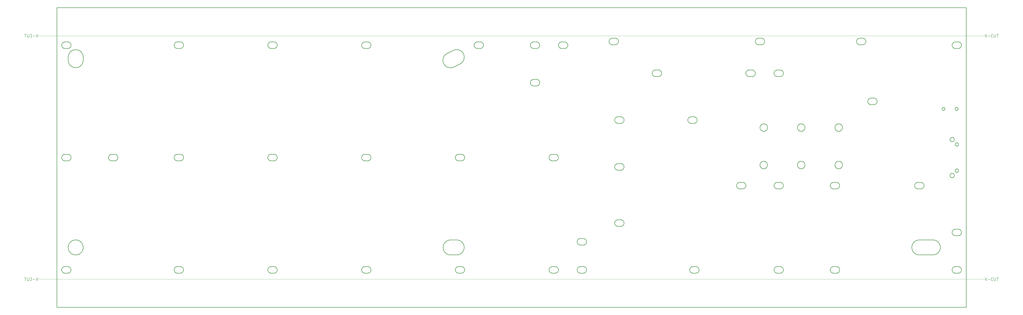
<source format=gbr>
G04 EAGLE Gerber RS-274X export*
G75*
%MOMM*%
%FSLAX34Y34*%
%LPD*%
%IN*%
%IPPOS*%
%AMOC8*
5,1,8,0,0,1.08239X$1,22.5*%
G01*
%ADD10C,0.000000*%
%ADD11C,0.010000*%
%ADD12C,0.152400*%
%ADD13C,0.254000*%


D10*
X4850000Y150000D02*
X4850000Y1450000D01*
X0Y1450000D01*
X0Y150000D01*
X4850000Y150000D01*
D11*
X140000Y1320000D02*
X139989Y1319025D01*
X139955Y1318051D01*
X139896Y1317078D01*
X139814Y1316106D01*
X139709Y1315137D01*
X139579Y1314171D01*
X139427Y1313208D01*
X139250Y1312250D01*
X139051Y1311296D01*
X138828Y1310347D01*
X138583Y1309403D01*
X138314Y1308466D01*
X138023Y1307536D01*
X137709Y1306613D01*
X137372Y1305698D01*
X137014Y1304792D01*
X136633Y1303894D01*
X136231Y1303007D01*
X135807Y1302129D01*
X135362Y1301261D01*
X134896Y1300405D01*
X134409Y1299561D01*
X133902Y1298728D01*
X133375Y1297909D01*
X132827Y1297102D01*
X132261Y1296309D01*
X131675Y1295530D01*
X131070Y1294765D01*
X130447Y1294015D01*
X129806Y1293281D01*
X129147Y1292563D01*
X128471Y1291861D01*
X127778Y1291175D01*
X127068Y1290507D01*
X126343Y1289856D01*
X125601Y1289223D01*
X124845Y1288608D01*
X124074Y1288012D01*
X123288Y1287435D01*
X122489Y1286877D01*
X121676Y1286339D01*
X120850Y1285821D01*
X120012Y1285323D01*
X119162Y1284846D01*
X118301Y1284389D01*
X117429Y1283954D01*
X116547Y1283540D01*
X115654Y1283147D01*
X114753Y1282777D01*
X113842Y1282428D01*
X112924Y1282102D01*
X111997Y1281799D01*
X111064Y1281518D01*
X110124Y1281259D01*
X109178Y1281024D01*
X108227Y1280812D01*
X107270Y1280623D01*
X106310Y1280458D01*
X105345Y1280316D01*
X104378Y1280197D01*
X103408Y1280102D01*
X102435Y1280031D01*
X101462Y1279984D01*
X100487Y1279960D01*
X99513Y1279960D01*
X98538Y1279984D01*
X97565Y1280031D01*
X96592Y1280102D01*
X95622Y1280197D01*
X94655Y1280316D01*
X93690Y1280458D01*
X92730Y1280623D01*
X91773Y1280812D01*
X90822Y1281024D01*
X89876Y1281259D01*
X88936Y1281518D01*
X88003Y1281799D01*
X87076Y1282102D01*
X86158Y1282428D01*
X85247Y1282777D01*
X84346Y1283147D01*
X83453Y1283540D01*
X82571Y1283954D01*
X81699Y1284389D01*
X80838Y1284846D01*
X79988Y1285323D01*
X79150Y1285821D01*
X78324Y1286339D01*
X77511Y1286877D01*
X76712Y1287435D01*
X75926Y1288012D01*
X75155Y1288608D01*
X74399Y1289223D01*
X73657Y1289856D01*
X72932Y1290507D01*
X72222Y1291175D01*
X71529Y1291861D01*
X70853Y1292563D01*
X70194Y1293281D01*
X69553Y1294015D01*
X68930Y1294765D01*
X68325Y1295530D01*
X67739Y1296309D01*
X67173Y1297102D01*
X66625Y1297909D01*
X66098Y1298728D01*
X65591Y1299561D01*
X65104Y1300405D01*
X64638Y1301261D01*
X64193Y1302129D01*
X63769Y1303007D01*
X63367Y1303894D01*
X62986Y1304792D01*
X62628Y1305698D01*
X62291Y1306613D01*
X61977Y1307536D01*
X61686Y1308466D01*
X61417Y1309403D01*
X61172Y1310347D01*
X60949Y1311296D01*
X60750Y1312250D01*
X60573Y1313208D01*
X60421Y1314171D01*
X60291Y1315137D01*
X60186Y1316106D01*
X60104Y1317078D01*
X60045Y1318051D01*
X60011Y1319025D01*
X60000Y1320000D01*
X60000Y1336000D02*
X60011Y1336975D01*
X60045Y1337949D01*
X60104Y1338922D01*
X60186Y1339894D01*
X60291Y1340863D01*
X60421Y1341829D01*
X60573Y1342792D01*
X60750Y1343750D01*
X60949Y1344704D01*
X61172Y1345653D01*
X61417Y1346597D01*
X61686Y1347534D01*
X61977Y1348464D01*
X62291Y1349387D01*
X62628Y1350302D01*
X62986Y1351208D01*
X63367Y1352106D01*
X63769Y1352993D01*
X64193Y1353871D01*
X64638Y1354739D01*
X65104Y1355595D01*
X65591Y1356439D01*
X66098Y1357272D01*
X66625Y1358091D01*
X67173Y1358898D01*
X67739Y1359691D01*
X68325Y1360470D01*
X68930Y1361235D01*
X69553Y1361985D01*
X70194Y1362719D01*
X70853Y1363437D01*
X71529Y1364139D01*
X72222Y1364825D01*
X72932Y1365493D01*
X73657Y1366144D01*
X74399Y1366777D01*
X75155Y1367392D01*
X75926Y1367988D01*
X76712Y1368565D01*
X77511Y1369123D01*
X78324Y1369661D01*
X79150Y1370179D01*
X79988Y1370677D01*
X80838Y1371154D01*
X81699Y1371611D01*
X82571Y1372046D01*
X83453Y1372460D01*
X84346Y1372853D01*
X85247Y1373223D01*
X86158Y1373572D01*
X87076Y1373898D01*
X88003Y1374201D01*
X88936Y1374482D01*
X89876Y1374741D01*
X90822Y1374976D01*
X91773Y1375188D01*
X92730Y1375377D01*
X93690Y1375542D01*
X94655Y1375684D01*
X95622Y1375803D01*
X96592Y1375898D01*
X97565Y1375969D01*
X98538Y1376016D01*
X99513Y1376040D01*
X100487Y1376040D01*
X101462Y1376016D01*
X102435Y1375969D01*
X103408Y1375898D01*
X104378Y1375803D01*
X105345Y1375684D01*
X106310Y1375542D01*
X107270Y1375377D01*
X108227Y1375188D01*
X109178Y1374976D01*
X110124Y1374741D01*
X111064Y1374482D01*
X111997Y1374201D01*
X112924Y1373898D01*
X113842Y1373572D01*
X114753Y1373223D01*
X115654Y1372853D01*
X116547Y1372460D01*
X117429Y1372046D01*
X118301Y1371611D01*
X119162Y1371154D01*
X120012Y1370677D01*
X120850Y1370179D01*
X121676Y1369661D01*
X122489Y1369123D01*
X123288Y1368565D01*
X124074Y1367988D01*
X124845Y1367392D01*
X125601Y1366777D01*
X126343Y1366144D01*
X127068Y1365493D01*
X127778Y1364825D01*
X128471Y1364139D01*
X129147Y1363437D01*
X129806Y1362719D01*
X130447Y1361985D01*
X131070Y1361235D01*
X131675Y1360470D01*
X132261Y1359691D01*
X132827Y1358898D01*
X133375Y1358091D01*
X133902Y1357272D01*
X134409Y1356439D01*
X134896Y1355595D01*
X135362Y1354739D01*
X135807Y1353871D01*
X136231Y1352993D01*
X136633Y1352106D01*
X137014Y1351208D01*
X137372Y1350302D01*
X137709Y1349387D01*
X138023Y1348464D01*
X138314Y1347534D01*
X138583Y1346597D01*
X138828Y1345653D01*
X139051Y1344704D01*
X139250Y1343750D01*
X139427Y1342792D01*
X139579Y1341829D01*
X139709Y1340863D01*
X139814Y1339894D01*
X139896Y1338922D01*
X139955Y1337949D01*
X139989Y1336975D01*
X140000Y1336000D01*
X60000Y320000D02*
X60012Y320982D01*
X60048Y321963D01*
X60108Y322943D01*
X60193Y323921D01*
X60301Y324896D01*
X60433Y325869D01*
X60589Y326838D01*
X60769Y327804D01*
X60972Y328764D01*
X61199Y329719D01*
X61449Y330669D01*
X61722Y331611D01*
X62019Y332547D01*
X62338Y333476D01*
X62680Y334396D01*
X63045Y335307D01*
X63432Y336210D01*
X63840Y337102D01*
X64271Y337984D01*
X64723Y338856D01*
X65197Y339716D01*
X65691Y340564D01*
X66206Y341400D01*
X66741Y342223D01*
X67297Y343032D01*
X67872Y343828D01*
X68466Y344609D01*
X69080Y345376D01*
X69712Y346127D01*
X70362Y346862D01*
X71030Y347582D01*
X71716Y348284D01*
X72418Y348970D01*
X73138Y349638D01*
X73873Y350288D01*
X74624Y350920D01*
X75391Y351534D01*
X76172Y352128D01*
X76968Y352703D01*
X77777Y353259D01*
X78600Y353794D01*
X79436Y354309D01*
X80284Y354803D01*
X81144Y355277D01*
X82016Y355729D01*
X82898Y356160D01*
X83790Y356568D01*
X84693Y356955D01*
X85604Y357320D01*
X86524Y357662D01*
X87453Y357981D01*
X88389Y358278D01*
X89331Y358551D01*
X90281Y358801D01*
X91236Y359028D01*
X92196Y359231D01*
X93162Y359411D01*
X94131Y359567D01*
X95104Y359699D01*
X96079Y359807D01*
X97057Y359892D01*
X98037Y359952D01*
X99018Y359988D01*
X100000Y360000D01*
X100982Y359988D01*
X101963Y359952D01*
X102943Y359892D01*
X103921Y359807D01*
X104896Y359699D01*
X105869Y359567D01*
X106838Y359411D01*
X107804Y359231D01*
X108764Y359028D01*
X109719Y358801D01*
X110669Y358551D01*
X111611Y358278D01*
X112547Y357981D01*
X113476Y357662D01*
X114396Y357320D01*
X115307Y356955D01*
X116210Y356568D01*
X117102Y356160D01*
X117984Y355729D01*
X118856Y355277D01*
X119716Y354803D01*
X120564Y354309D01*
X121400Y353794D01*
X122223Y353259D01*
X123032Y352703D01*
X123828Y352128D01*
X124609Y351534D01*
X125376Y350920D01*
X126127Y350288D01*
X126862Y349638D01*
X127582Y348970D01*
X128284Y348284D01*
X128970Y347582D01*
X129638Y346862D01*
X130288Y346127D01*
X130920Y345376D01*
X131534Y344609D01*
X132128Y343828D01*
X132703Y343032D01*
X133259Y342223D01*
X133794Y341400D01*
X134309Y340564D01*
X134803Y339716D01*
X135277Y338856D01*
X135729Y337984D01*
X136160Y337102D01*
X136568Y336210D01*
X136955Y335307D01*
X137320Y334396D01*
X137662Y333476D01*
X137981Y332547D01*
X138278Y331611D01*
X138551Y330669D01*
X138801Y329719D01*
X139028Y328764D01*
X139231Y327804D01*
X139411Y326838D01*
X139567Y325869D01*
X139699Y324896D01*
X139807Y323921D01*
X139892Y322943D01*
X139952Y321963D01*
X139988Y320982D01*
X140000Y320000D01*
X139988Y319018D01*
X139952Y318037D01*
X139892Y317057D01*
X139807Y316079D01*
X139699Y315104D01*
X139567Y314131D01*
X139411Y313162D01*
X139231Y312196D01*
X139028Y311236D01*
X138801Y310281D01*
X138551Y309331D01*
X138278Y308389D01*
X137981Y307453D01*
X137662Y306524D01*
X137320Y305604D01*
X136955Y304693D01*
X136568Y303790D01*
X136160Y302898D01*
X135729Y302016D01*
X135277Y301144D01*
X134803Y300284D01*
X134309Y299436D01*
X133794Y298600D01*
X133259Y297777D01*
X132703Y296968D01*
X132128Y296172D01*
X131534Y295391D01*
X130920Y294624D01*
X130288Y293873D01*
X129638Y293138D01*
X128970Y292418D01*
X128284Y291716D01*
X127582Y291030D01*
X126862Y290362D01*
X126127Y289712D01*
X125376Y289080D01*
X124609Y288466D01*
X123828Y287872D01*
X123032Y287297D01*
X122223Y286741D01*
X121400Y286206D01*
X120564Y285691D01*
X119716Y285197D01*
X118856Y284723D01*
X117984Y284271D01*
X117102Y283840D01*
X116210Y283432D01*
X115307Y283045D01*
X114396Y282680D01*
X113476Y282338D01*
X112547Y282019D01*
X111611Y281722D01*
X110669Y281449D01*
X109719Y281199D01*
X108764Y280972D01*
X107804Y280769D01*
X106838Y280589D01*
X105869Y280433D01*
X104896Y280301D01*
X103921Y280193D01*
X102943Y280108D01*
X101963Y280048D01*
X100982Y280012D01*
X100000Y280000D01*
X99018Y280012D01*
X98037Y280048D01*
X97057Y280108D01*
X96079Y280193D01*
X95104Y280301D01*
X94131Y280433D01*
X93162Y280589D01*
X92196Y280769D01*
X91236Y280972D01*
X90281Y281199D01*
X89331Y281449D01*
X88389Y281722D01*
X87453Y282019D01*
X86524Y282338D01*
X85604Y282680D01*
X84693Y283045D01*
X83790Y283432D01*
X82898Y283840D01*
X82016Y284271D01*
X81144Y284723D01*
X80284Y285197D01*
X79436Y285691D01*
X78600Y286206D01*
X77777Y286741D01*
X76968Y287297D01*
X76172Y287872D01*
X75391Y288466D01*
X74624Y289080D01*
X73873Y289712D01*
X73138Y290362D01*
X72418Y291030D01*
X71716Y291716D01*
X71030Y292418D01*
X70362Y293138D01*
X69712Y293873D01*
X69080Y294624D01*
X68466Y295391D01*
X67872Y296172D01*
X67297Y296968D01*
X66741Y297777D01*
X66206Y298600D01*
X65691Y299436D01*
X65197Y300284D01*
X64723Y301144D01*
X64271Y302016D01*
X63840Y302898D01*
X63432Y303790D01*
X63045Y304693D01*
X62680Y305604D01*
X62338Y306524D01*
X62019Y307453D01*
X61722Y308389D01*
X61449Y309331D01*
X61199Y310281D01*
X60972Y311236D01*
X60769Y312196D01*
X60589Y313162D01*
X60433Y314131D01*
X60301Y315104D01*
X60193Y316079D01*
X60108Y317057D01*
X60048Y318037D01*
X60012Y319018D01*
X60000Y320000D01*
D10*
X57500Y817500D02*
X42500Y817500D01*
X57500Y817500D02*
X57923Y817495D01*
X58345Y817480D01*
X58768Y817454D01*
X59189Y817418D01*
X59609Y817372D01*
X60029Y817316D01*
X60446Y817250D01*
X60862Y817174D01*
X61276Y817088D01*
X61688Y816991D01*
X62097Y816885D01*
X62504Y816769D01*
X62908Y816643D01*
X63308Y816508D01*
X63706Y816363D01*
X64099Y816208D01*
X64489Y816044D01*
X64875Y815870D01*
X65256Y815687D01*
X65633Y815495D01*
X66005Y815294D01*
X66372Y815084D01*
X66734Y814866D01*
X67090Y814638D01*
X67441Y814402D01*
X67786Y814158D01*
X68125Y813905D01*
X68458Y813644D01*
X68785Y813376D01*
X69105Y813099D01*
X69418Y812815D01*
X69724Y812523D01*
X70023Y812224D01*
X70315Y811918D01*
X70599Y811605D01*
X70876Y811285D01*
X71144Y810958D01*
X71405Y810625D01*
X71658Y810286D01*
X71902Y809941D01*
X72138Y809590D01*
X72366Y809234D01*
X72584Y808872D01*
X72794Y808505D01*
X72995Y808133D01*
X73187Y807756D01*
X73370Y807375D01*
X73544Y806989D01*
X73708Y806599D01*
X73863Y806206D01*
X74008Y805808D01*
X74143Y805408D01*
X74269Y805004D01*
X74385Y804597D01*
X74491Y804188D01*
X74588Y803776D01*
X74674Y803362D01*
X74750Y802946D01*
X74816Y802529D01*
X74872Y802109D01*
X74918Y801689D01*
X74954Y801268D01*
X74980Y800845D01*
X74995Y800423D01*
X75000Y800000D01*
X74995Y799577D01*
X74980Y799155D01*
X74954Y798732D01*
X74918Y798311D01*
X74872Y797891D01*
X74816Y797471D01*
X74750Y797054D01*
X74674Y796638D01*
X74588Y796224D01*
X74491Y795812D01*
X74385Y795403D01*
X74269Y794996D01*
X74143Y794592D01*
X74008Y794192D01*
X73863Y793794D01*
X73708Y793401D01*
X73544Y793011D01*
X73370Y792625D01*
X73187Y792244D01*
X72995Y791867D01*
X72794Y791495D01*
X72584Y791128D01*
X72366Y790766D01*
X72138Y790410D01*
X71902Y790059D01*
X71658Y789714D01*
X71405Y789375D01*
X71144Y789042D01*
X70876Y788715D01*
X70599Y788395D01*
X70315Y788082D01*
X70023Y787776D01*
X69724Y787477D01*
X69418Y787185D01*
X69105Y786901D01*
X68785Y786624D01*
X68458Y786356D01*
X68125Y786095D01*
X67786Y785842D01*
X67441Y785598D01*
X67090Y785362D01*
X66734Y785134D01*
X66372Y784916D01*
X66005Y784706D01*
X65633Y784505D01*
X65256Y784313D01*
X64875Y784130D01*
X64489Y783956D01*
X64099Y783792D01*
X63706Y783637D01*
X63308Y783492D01*
X62908Y783357D01*
X62504Y783231D01*
X62097Y783115D01*
X61688Y783009D01*
X61276Y782912D01*
X60862Y782826D01*
X60446Y782750D01*
X60029Y782684D01*
X59609Y782628D01*
X59189Y782582D01*
X58768Y782546D01*
X58345Y782520D01*
X57923Y782505D01*
X57500Y782500D01*
X42500Y782500D01*
X42077Y782505D01*
X41655Y782520D01*
X41232Y782546D01*
X40811Y782582D01*
X40391Y782628D01*
X39971Y782684D01*
X39554Y782750D01*
X39138Y782826D01*
X38724Y782912D01*
X38312Y783009D01*
X37903Y783115D01*
X37496Y783231D01*
X37092Y783357D01*
X36692Y783492D01*
X36294Y783637D01*
X35901Y783792D01*
X35511Y783956D01*
X35125Y784130D01*
X34744Y784313D01*
X34367Y784505D01*
X33995Y784706D01*
X33628Y784916D01*
X33266Y785134D01*
X32910Y785362D01*
X32559Y785598D01*
X32214Y785842D01*
X31875Y786095D01*
X31542Y786356D01*
X31215Y786624D01*
X30895Y786901D01*
X30582Y787185D01*
X30276Y787477D01*
X29977Y787776D01*
X29685Y788082D01*
X29401Y788395D01*
X29124Y788715D01*
X28856Y789042D01*
X28595Y789375D01*
X28342Y789714D01*
X28098Y790059D01*
X27862Y790410D01*
X27634Y790766D01*
X27416Y791128D01*
X27206Y791495D01*
X27005Y791867D01*
X26813Y792244D01*
X26630Y792625D01*
X26456Y793011D01*
X26292Y793401D01*
X26137Y793794D01*
X25992Y794192D01*
X25857Y794592D01*
X25731Y794996D01*
X25615Y795403D01*
X25509Y795812D01*
X25412Y796224D01*
X25326Y796638D01*
X25250Y797054D01*
X25184Y797471D01*
X25128Y797891D01*
X25082Y798311D01*
X25046Y798732D01*
X25020Y799155D01*
X25005Y799577D01*
X25000Y800000D01*
X25005Y800423D01*
X25020Y800845D01*
X25046Y801268D01*
X25082Y801689D01*
X25128Y802109D01*
X25184Y802529D01*
X25250Y802946D01*
X25326Y803362D01*
X25412Y803776D01*
X25509Y804188D01*
X25615Y804597D01*
X25731Y805004D01*
X25857Y805408D01*
X25992Y805808D01*
X26137Y806206D01*
X26292Y806599D01*
X26456Y806989D01*
X26630Y807375D01*
X26813Y807756D01*
X27005Y808133D01*
X27206Y808505D01*
X27416Y808872D01*
X27634Y809234D01*
X27862Y809590D01*
X28098Y809941D01*
X28342Y810286D01*
X28595Y810625D01*
X28856Y810958D01*
X29124Y811285D01*
X29401Y811605D01*
X29685Y811918D01*
X29977Y812224D01*
X30276Y812523D01*
X30582Y812815D01*
X30895Y813099D01*
X31215Y813376D01*
X31542Y813644D01*
X31875Y813905D01*
X32214Y814158D01*
X32559Y814402D01*
X32910Y814638D01*
X33266Y814866D01*
X33628Y815084D01*
X33995Y815294D01*
X34367Y815495D01*
X34744Y815687D01*
X35125Y815870D01*
X35511Y816044D01*
X35901Y816208D01*
X36294Y816363D01*
X36692Y816508D01*
X37092Y816643D01*
X37496Y816769D01*
X37903Y816885D01*
X38312Y816991D01*
X38724Y817088D01*
X39138Y817174D01*
X39554Y817250D01*
X39971Y817316D01*
X40391Y817372D01*
X40811Y817418D01*
X41232Y817454D01*
X41655Y817480D01*
X42077Y817495D01*
X42500Y817500D01*
X292500Y817500D02*
X307500Y817500D01*
X307923Y817495D01*
X308345Y817480D01*
X308768Y817454D01*
X309189Y817418D01*
X309609Y817372D01*
X310029Y817316D01*
X310446Y817250D01*
X310862Y817174D01*
X311276Y817088D01*
X311688Y816991D01*
X312097Y816885D01*
X312504Y816769D01*
X312908Y816643D01*
X313308Y816508D01*
X313706Y816363D01*
X314099Y816208D01*
X314489Y816044D01*
X314875Y815870D01*
X315256Y815687D01*
X315633Y815495D01*
X316005Y815294D01*
X316372Y815084D01*
X316734Y814866D01*
X317090Y814638D01*
X317441Y814402D01*
X317786Y814158D01*
X318125Y813905D01*
X318458Y813644D01*
X318785Y813376D01*
X319105Y813099D01*
X319418Y812815D01*
X319724Y812523D01*
X320023Y812224D01*
X320315Y811918D01*
X320599Y811605D01*
X320876Y811285D01*
X321144Y810958D01*
X321405Y810625D01*
X321658Y810286D01*
X321902Y809941D01*
X322138Y809590D01*
X322366Y809234D01*
X322584Y808872D01*
X322794Y808505D01*
X322995Y808133D01*
X323187Y807756D01*
X323370Y807375D01*
X323544Y806989D01*
X323708Y806599D01*
X323863Y806206D01*
X324008Y805808D01*
X324143Y805408D01*
X324269Y805004D01*
X324385Y804597D01*
X324491Y804188D01*
X324588Y803776D01*
X324674Y803362D01*
X324750Y802946D01*
X324816Y802529D01*
X324872Y802109D01*
X324918Y801689D01*
X324954Y801268D01*
X324980Y800845D01*
X324995Y800423D01*
X325000Y800000D01*
X324995Y799577D01*
X324980Y799155D01*
X324954Y798732D01*
X324918Y798311D01*
X324872Y797891D01*
X324816Y797471D01*
X324750Y797054D01*
X324674Y796638D01*
X324588Y796224D01*
X324491Y795812D01*
X324385Y795403D01*
X324269Y794996D01*
X324143Y794592D01*
X324008Y794192D01*
X323863Y793794D01*
X323708Y793401D01*
X323544Y793011D01*
X323370Y792625D01*
X323187Y792244D01*
X322995Y791867D01*
X322794Y791495D01*
X322584Y791128D01*
X322366Y790766D01*
X322138Y790410D01*
X321902Y790059D01*
X321658Y789714D01*
X321405Y789375D01*
X321144Y789042D01*
X320876Y788715D01*
X320599Y788395D01*
X320315Y788082D01*
X320023Y787776D01*
X319724Y787477D01*
X319418Y787185D01*
X319105Y786901D01*
X318785Y786624D01*
X318458Y786356D01*
X318125Y786095D01*
X317786Y785842D01*
X317441Y785598D01*
X317090Y785362D01*
X316734Y785134D01*
X316372Y784916D01*
X316005Y784706D01*
X315633Y784505D01*
X315256Y784313D01*
X314875Y784130D01*
X314489Y783956D01*
X314099Y783792D01*
X313706Y783637D01*
X313308Y783492D01*
X312908Y783357D01*
X312504Y783231D01*
X312097Y783115D01*
X311688Y783009D01*
X311276Y782912D01*
X310862Y782826D01*
X310446Y782750D01*
X310029Y782684D01*
X309609Y782628D01*
X309189Y782582D01*
X308768Y782546D01*
X308345Y782520D01*
X307923Y782505D01*
X307500Y782500D01*
X292500Y782500D01*
X292077Y782505D01*
X291655Y782520D01*
X291232Y782546D01*
X290811Y782582D01*
X290391Y782628D01*
X289971Y782684D01*
X289554Y782750D01*
X289138Y782826D01*
X288724Y782912D01*
X288312Y783009D01*
X287903Y783115D01*
X287496Y783231D01*
X287092Y783357D01*
X286692Y783492D01*
X286294Y783637D01*
X285901Y783792D01*
X285511Y783956D01*
X285125Y784130D01*
X284744Y784313D01*
X284367Y784505D01*
X283995Y784706D01*
X283628Y784916D01*
X283266Y785134D01*
X282910Y785362D01*
X282559Y785598D01*
X282214Y785842D01*
X281875Y786095D01*
X281542Y786356D01*
X281215Y786624D01*
X280895Y786901D01*
X280582Y787185D01*
X280276Y787477D01*
X279977Y787776D01*
X279685Y788082D01*
X279401Y788395D01*
X279124Y788715D01*
X278856Y789042D01*
X278595Y789375D01*
X278342Y789714D01*
X278098Y790059D01*
X277862Y790410D01*
X277634Y790766D01*
X277416Y791128D01*
X277206Y791495D01*
X277005Y791867D01*
X276813Y792244D01*
X276630Y792625D01*
X276456Y793011D01*
X276292Y793401D01*
X276137Y793794D01*
X275992Y794192D01*
X275857Y794592D01*
X275731Y794996D01*
X275615Y795403D01*
X275509Y795812D01*
X275412Y796224D01*
X275326Y796638D01*
X275250Y797054D01*
X275184Y797471D01*
X275128Y797891D01*
X275082Y798311D01*
X275046Y798732D01*
X275020Y799155D01*
X275005Y799577D01*
X275000Y800000D01*
X275005Y800423D01*
X275020Y800845D01*
X275046Y801268D01*
X275082Y801689D01*
X275128Y802109D01*
X275184Y802529D01*
X275250Y802946D01*
X275326Y803362D01*
X275412Y803776D01*
X275509Y804188D01*
X275615Y804597D01*
X275731Y805004D01*
X275857Y805408D01*
X275992Y805808D01*
X276137Y806206D01*
X276292Y806599D01*
X276456Y806989D01*
X276630Y807375D01*
X276813Y807756D01*
X277005Y808133D01*
X277206Y808505D01*
X277416Y808872D01*
X277634Y809234D01*
X277862Y809590D01*
X278098Y809941D01*
X278342Y810286D01*
X278595Y810625D01*
X278856Y810958D01*
X279124Y811285D01*
X279401Y811605D01*
X279685Y811918D01*
X279977Y812224D01*
X280276Y812523D01*
X280582Y812815D01*
X280895Y813099D01*
X281215Y813376D01*
X281542Y813644D01*
X281875Y813905D01*
X282214Y814158D01*
X282559Y814402D01*
X282910Y814638D01*
X283266Y814866D01*
X283628Y815084D01*
X283995Y815294D01*
X284367Y815495D01*
X284744Y815687D01*
X285125Y815870D01*
X285511Y816044D01*
X285901Y816208D01*
X286294Y816363D01*
X286692Y816508D01*
X287092Y816643D01*
X287496Y816769D01*
X287903Y816885D01*
X288312Y816991D01*
X288724Y817088D01*
X289138Y817174D01*
X289554Y817250D01*
X289971Y817316D01*
X290391Y817372D01*
X290811Y817418D01*
X291232Y817454D01*
X291655Y817480D01*
X292077Y817495D01*
X292500Y817500D01*
X642500Y817500D02*
X657500Y817500D01*
X657923Y817495D01*
X658345Y817480D01*
X658768Y817454D01*
X659189Y817418D01*
X659609Y817372D01*
X660029Y817316D01*
X660446Y817250D01*
X660862Y817174D01*
X661276Y817088D01*
X661688Y816991D01*
X662097Y816885D01*
X662504Y816769D01*
X662908Y816643D01*
X663308Y816508D01*
X663706Y816363D01*
X664099Y816208D01*
X664489Y816044D01*
X664875Y815870D01*
X665256Y815687D01*
X665633Y815495D01*
X666005Y815294D01*
X666372Y815084D01*
X666734Y814866D01*
X667090Y814638D01*
X667441Y814402D01*
X667786Y814158D01*
X668125Y813905D01*
X668458Y813644D01*
X668785Y813376D01*
X669105Y813099D01*
X669418Y812815D01*
X669724Y812523D01*
X670023Y812224D01*
X670315Y811918D01*
X670599Y811605D01*
X670876Y811285D01*
X671144Y810958D01*
X671405Y810625D01*
X671658Y810286D01*
X671902Y809941D01*
X672138Y809590D01*
X672366Y809234D01*
X672584Y808872D01*
X672794Y808505D01*
X672995Y808133D01*
X673187Y807756D01*
X673370Y807375D01*
X673544Y806989D01*
X673708Y806599D01*
X673863Y806206D01*
X674008Y805808D01*
X674143Y805408D01*
X674269Y805004D01*
X674385Y804597D01*
X674491Y804188D01*
X674588Y803776D01*
X674674Y803362D01*
X674750Y802946D01*
X674816Y802529D01*
X674872Y802109D01*
X674918Y801689D01*
X674954Y801268D01*
X674980Y800845D01*
X674995Y800423D01*
X675000Y800000D01*
X674995Y799577D01*
X674980Y799155D01*
X674954Y798732D01*
X674918Y798311D01*
X674872Y797891D01*
X674816Y797471D01*
X674750Y797054D01*
X674674Y796638D01*
X674588Y796224D01*
X674491Y795812D01*
X674385Y795403D01*
X674269Y794996D01*
X674143Y794592D01*
X674008Y794192D01*
X673863Y793794D01*
X673708Y793401D01*
X673544Y793011D01*
X673370Y792625D01*
X673187Y792244D01*
X672995Y791867D01*
X672794Y791495D01*
X672584Y791128D01*
X672366Y790766D01*
X672138Y790410D01*
X671902Y790059D01*
X671658Y789714D01*
X671405Y789375D01*
X671144Y789042D01*
X670876Y788715D01*
X670599Y788395D01*
X670315Y788082D01*
X670023Y787776D01*
X669724Y787477D01*
X669418Y787185D01*
X669105Y786901D01*
X668785Y786624D01*
X668458Y786356D01*
X668125Y786095D01*
X667786Y785842D01*
X667441Y785598D01*
X667090Y785362D01*
X666734Y785134D01*
X666372Y784916D01*
X666005Y784706D01*
X665633Y784505D01*
X665256Y784313D01*
X664875Y784130D01*
X664489Y783956D01*
X664099Y783792D01*
X663706Y783637D01*
X663308Y783492D01*
X662908Y783357D01*
X662504Y783231D01*
X662097Y783115D01*
X661688Y783009D01*
X661276Y782912D01*
X660862Y782826D01*
X660446Y782750D01*
X660029Y782684D01*
X659609Y782628D01*
X659189Y782582D01*
X658768Y782546D01*
X658345Y782520D01*
X657923Y782505D01*
X657500Y782500D01*
X642500Y782500D01*
X642077Y782505D01*
X641655Y782520D01*
X641232Y782546D01*
X640811Y782582D01*
X640391Y782628D01*
X639971Y782684D01*
X639554Y782750D01*
X639138Y782826D01*
X638724Y782912D01*
X638312Y783009D01*
X637903Y783115D01*
X637496Y783231D01*
X637092Y783357D01*
X636692Y783492D01*
X636294Y783637D01*
X635901Y783792D01*
X635511Y783956D01*
X635125Y784130D01*
X634744Y784313D01*
X634367Y784505D01*
X633995Y784706D01*
X633628Y784916D01*
X633266Y785134D01*
X632910Y785362D01*
X632559Y785598D01*
X632214Y785842D01*
X631875Y786095D01*
X631542Y786356D01*
X631215Y786624D01*
X630895Y786901D01*
X630582Y787185D01*
X630276Y787477D01*
X629977Y787776D01*
X629685Y788082D01*
X629401Y788395D01*
X629124Y788715D01*
X628856Y789042D01*
X628595Y789375D01*
X628342Y789714D01*
X628098Y790059D01*
X627862Y790410D01*
X627634Y790766D01*
X627416Y791128D01*
X627206Y791495D01*
X627005Y791867D01*
X626813Y792244D01*
X626630Y792625D01*
X626456Y793011D01*
X626292Y793401D01*
X626137Y793794D01*
X625992Y794192D01*
X625857Y794592D01*
X625731Y794996D01*
X625615Y795403D01*
X625509Y795812D01*
X625412Y796224D01*
X625326Y796638D01*
X625250Y797054D01*
X625184Y797471D01*
X625128Y797891D01*
X625082Y798311D01*
X625046Y798732D01*
X625020Y799155D01*
X625005Y799577D01*
X625000Y800000D01*
X625005Y800423D01*
X625020Y800845D01*
X625046Y801268D01*
X625082Y801689D01*
X625128Y802109D01*
X625184Y802529D01*
X625250Y802946D01*
X625326Y803362D01*
X625412Y803776D01*
X625509Y804188D01*
X625615Y804597D01*
X625731Y805004D01*
X625857Y805408D01*
X625992Y805808D01*
X626137Y806206D01*
X626292Y806599D01*
X626456Y806989D01*
X626630Y807375D01*
X626813Y807756D01*
X627005Y808133D01*
X627206Y808505D01*
X627416Y808872D01*
X627634Y809234D01*
X627862Y809590D01*
X628098Y809941D01*
X628342Y810286D01*
X628595Y810625D01*
X628856Y810958D01*
X629124Y811285D01*
X629401Y811605D01*
X629685Y811918D01*
X629977Y812224D01*
X630276Y812523D01*
X630582Y812815D01*
X630895Y813099D01*
X631215Y813376D01*
X631542Y813644D01*
X631875Y813905D01*
X632214Y814158D01*
X632559Y814402D01*
X632910Y814638D01*
X633266Y814866D01*
X633628Y815084D01*
X633995Y815294D01*
X634367Y815495D01*
X634744Y815687D01*
X635125Y815870D01*
X635511Y816044D01*
X635901Y816208D01*
X636294Y816363D01*
X636692Y816508D01*
X637092Y816643D01*
X637496Y816769D01*
X637903Y816885D01*
X638312Y816991D01*
X638724Y817088D01*
X639138Y817174D01*
X639554Y817250D01*
X639971Y817316D01*
X640391Y817372D01*
X640811Y817418D01*
X641232Y817454D01*
X641655Y817480D01*
X642077Y817495D01*
X642500Y817500D01*
X1142500Y817500D02*
X1157500Y817500D01*
X1157923Y817495D01*
X1158345Y817480D01*
X1158768Y817454D01*
X1159189Y817418D01*
X1159609Y817372D01*
X1160029Y817316D01*
X1160446Y817250D01*
X1160862Y817174D01*
X1161276Y817088D01*
X1161688Y816991D01*
X1162097Y816885D01*
X1162504Y816769D01*
X1162908Y816643D01*
X1163308Y816508D01*
X1163706Y816363D01*
X1164099Y816208D01*
X1164489Y816044D01*
X1164875Y815870D01*
X1165256Y815687D01*
X1165633Y815495D01*
X1166005Y815294D01*
X1166372Y815084D01*
X1166734Y814866D01*
X1167090Y814638D01*
X1167441Y814402D01*
X1167786Y814158D01*
X1168125Y813905D01*
X1168458Y813644D01*
X1168785Y813376D01*
X1169105Y813099D01*
X1169418Y812815D01*
X1169724Y812523D01*
X1170023Y812224D01*
X1170315Y811918D01*
X1170599Y811605D01*
X1170876Y811285D01*
X1171144Y810958D01*
X1171405Y810625D01*
X1171658Y810286D01*
X1171902Y809941D01*
X1172138Y809590D01*
X1172366Y809234D01*
X1172584Y808872D01*
X1172794Y808505D01*
X1172995Y808133D01*
X1173187Y807756D01*
X1173370Y807375D01*
X1173544Y806989D01*
X1173708Y806599D01*
X1173863Y806206D01*
X1174008Y805808D01*
X1174143Y805408D01*
X1174269Y805004D01*
X1174385Y804597D01*
X1174491Y804188D01*
X1174588Y803776D01*
X1174674Y803362D01*
X1174750Y802946D01*
X1174816Y802529D01*
X1174872Y802109D01*
X1174918Y801689D01*
X1174954Y801268D01*
X1174980Y800845D01*
X1174995Y800423D01*
X1175000Y800000D01*
X1174995Y799577D01*
X1174980Y799155D01*
X1174954Y798732D01*
X1174918Y798311D01*
X1174872Y797891D01*
X1174816Y797471D01*
X1174750Y797054D01*
X1174674Y796638D01*
X1174588Y796224D01*
X1174491Y795812D01*
X1174385Y795403D01*
X1174269Y794996D01*
X1174143Y794592D01*
X1174008Y794192D01*
X1173863Y793794D01*
X1173708Y793401D01*
X1173544Y793011D01*
X1173370Y792625D01*
X1173187Y792244D01*
X1172995Y791867D01*
X1172794Y791495D01*
X1172584Y791128D01*
X1172366Y790766D01*
X1172138Y790410D01*
X1171902Y790059D01*
X1171658Y789714D01*
X1171405Y789375D01*
X1171144Y789042D01*
X1170876Y788715D01*
X1170599Y788395D01*
X1170315Y788082D01*
X1170023Y787776D01*
X1169724Y787477D01*
X1169418Y787185D01*
X1169105Y786901D01*
X1168785Y786624D01*
X1168458Y786356D01*
X1168125Y786095D01*
X1167786Y785842D01*
X1167441Y785598D01*
X1167090Y785362D01*
X1166734Y785134D01*
X1166372Y784916D01*
X1166005Y784706D01*
X1165633Y784505D01*
X1165256Y784313D01*
X1164875Y784130D01*
X1164489Y783956D01*
X1164099Y783792D01*
X1163706Y783637D01*
X1163308Y783492D01*
X1162908Y783357D01*
X1162504Y783231D01*
X1162097Y783115D01*
X1161688Y783009D01*
X1161276Y782912D01*
X1160862Y782826D01*
X1160446Y782750D01*
X1160029Y782684D01*
X1159609Y782628D01*
X1159189Y782582D01*
X1158768Y782546D01*
X1158345Y782520D01*
X1157923Y782505D01*
X1157500Y782500D01*
X1142500Y782500D01*
X1142077Y782505D01*
X1141655Y782520D01*
X1141232Y782546D01*
X1140811Y782582D01*
X1140391Y782628D01*
X1139971Y782684D01*
X1139554Y782750D01*
X1139138Y782826D01*
X1138724Y782912D01*
X1138312Y783009D01*
X1137903Y783115D01*
X1137496Y783231D01*
X1137092Y783357D01*
X1136692Y783492D01*
X1136294Y783637D01*
X1135901Y783792D01*
X1135511Y783956D01*
X1135125Y784130D01*
X1134744Y784313D01*
X1134367Y784505D01*
X1133995Y784706D01*
X1133628Y784916D01*
X1133266Y785134D01*
X1132910Y785362D01*
X1132559Y785598D01*
X1132214Y785842D01*
X1131875Y786095D01*
X1131542Y786356D01*
X1131215Y786624D01*
X1130895Y786901D01*
X1130582Y787185D01*
X1130276Y787477D01*
X1129977Y787776D01*
X1129685Y788082D01*
X1129401Y788395D01*
X1129124Y788715D01*
X1128856Y789042D01*
X1128595Y789375D01*
X1128342Y789714D01*
X1128098Y790059D01*
X1127862Y790410D01*
X1127634Y790766D01*
X1127416Y791128D01*
X1127206Y791495D01*
X1127005Y791867D01*
X1126813Y792244D01*
X1126630Y792625D01*
X1126456Y793011D01*
X1126292Y793401D01*
X1126137Y793794D01*
X1125992Y794192D01*
X1125857Y794592D01*
X1125731Y794996D01*
X1125615Y795403D01*
X1125509Y795812D01*
X1125412Y796224D01*
X1125326Y796638D01*
X1125250Y797054D01*
X1125184Y797471D01*
X1125128Y797891D01*
X1125082Y798311D01*
X1125046Y798732D01*
X1125020Y799155D01*
X1125005Y799577D01*
X1125000Y800000D01*
X1125005Y800423D01*
X1125020Y800845D01*
X1125046Y801268D01*
X1125082Y801689D01*
X1125128Y802109D01*
X1125184Y802529D01*
X1125250Y802946D01*
X1125326Y803362D01*
X1125412Y803776D01*
X1125509Y804188D01*
X1125615Y804597D01*
X1125731Y805004D01*
X1125857Y805408D01*
X1125992Y805808D01*
X1126137Y806206D01*
X1126292Y806599D01*
X1126456Y806989D01*
X1126630Y807375D01*
X1126813Y807756D01*
X1127005Y808133D01*
X1127206Y808505D01*
X1127416Y808872D01*
X1127634Y809234D01*
X1127862Y809590D01*
X1128098Y809941D01*
X1128342Y810286D01*
X1128595Y810625D01*
X1128856Y810958D01*
X1129124Y811285D01*
X1129401Y811605D01*
X1129685Y811918D01*
X1129977Y812224D01*
X1130276Y812523D01*
X1130582Y812815D01*
X1130895Y813099D01*
X1131215Y813376D01*
X1131542Y813644D01*
X1131875Y813905D01*
X1132214Y814158D01*
X1132559Y814402D01*
X1132910Y814638D01*
X1133266Y814866D01*
X1133628Y815084D01*
X1133995Y815294D01*
X1134367Y815495D01*
X1134744Y815687D01*
X1135125Y815870D01*
X1135511Y816044D01*
X1135901Y816208D01*
X1136294Y816363D01*
X1136692Y816508D01*
X1137092Y816643D01*
X1137496Y816769D01*
X1137903Y816885D01*
X1138312Y816991D01*
X1138724Y817088D01*
X1139138Y817174D01*
X1139554Y817250D01*
X1139971Y817316D01*
X1140391Y817372D01*
X1140811Y817418D01*
X1141232Y817454D01*
X1141655Y817480D01*
X1142077Y817495D01*
X1142500Y817500D01*
X1642500Y817500D02*
X1657500Y817500D01*
X1657923Y817495D01*
X1658345Y817480D01*
X1658768Y817454D01*
X1659189Y817418D01*
X1659609Y817372D01*
X1660029Y817316D01*
X1660446Y817250D01*
X1660862Y817174D01*
X1661276Y817088D01*
X1661688Y816991D01*
X1662097Y816885D01*
X1662504Y816769D01*
X1662908Y816643D01*
X1663308Y816508D01*
X1663706Y816363D01*
X1664099Y816208D01*
X1664489Y816044D01*
X1664875Y815870D01*
X1665256Y815687D01*
X1665633Y815495D01*
X1666005Y815294D01*
X1666372Y815084D01*
X1666734Y814866D01*
X1667090Y814638D01*
X1667441Y814402D01*
X1667786Y814158D01*
X1668125Y813905D01*
X1668458Y813644D01*
X1668785Y813376D01*
X1669105Y813099D01*
X1669418Y812815D01*
X1669724Y812523D01*
X1670023Y812224D01*
X1670315Y811918D01*
X1670599Y811605D01*
X1670876Y811285D01*
X1671144Y810958D01*
X1671405Y810625D01*
X1671658Y810286D01*
X1671902Y809941D01*
X1672138Y809590D01*
X1672366Y809234D01*
X1672584Y808872D01*
X1672794Y808505D01*
X1672995Y808133D01*
X1673187Y807756D01*
X1673370Y807375D01*
X1673544Y806989D01*
X1673708Y806599D01*
X1673863Y806206D01*
X1674008Y805808D01*
X1674143Y805408D01*
X1674269Y805004D01*
X1674385Y804597D01*
X1674491Y804188D01*
X1674588Y803776D01*
X1674674Y803362D01*
X1674750Y802946D01*
X1674816Y802529D01*
X1674872Y802109D01*
X1674918Y801689D01*
X1674954Y801268D01*
X1674980Y800845D01*
X1674995Y800423D01*
X1675000Y800000D01*
X1674995Y799577D01*
X1674980Y799155D01*
X1674954Y798732D01*
X1674918Y798311D01*
X1674872Y797891D01*
X1674816Y797471D01*
X1674750Y797054D01*
X1674674Y796638D01*
X1674588Y796224D01*
X1674491Y795812D01*
X1674385Y795403D01*
X1674269Y794996D01*
X1674143Y794592D01*
X1674008Y794192D01*
X1673863Y793794D01*
X1673708Y793401D01*
X1673544Y793011D01*
X1673370Y792625D01*
X1673187Y792244D01*
X1672995Y791867D01*
X1672794Y791495D01*
X1672584Y791128D01*
X1672366Y790766D01*
X1672138Y790410D01*
X1671902Y790059D01*
X1671658Y789714D01*
X1671405Y789375D01*
X1671144Y789042D01*
X1670876Y788715D01*
X1670599Y788395D01*
X1670315Y788082D01*
X1670023Y787776D01*
X1669724Y787477D01*
X1669418Y787185D01*
X1669105Y786901D01*
X1668785Y786624D01*
X1668458Y786356D01*
X1668125Y786095D01*
X1667786Y785842D01*
X1667441Y785598D01*
X1667090Y785362D01*
X1666734Y785134D01*
X1666372Y784916D01*
X1666005Y784706D01*
X1665633Y784505D01*
X1665256Y784313D01*
X1664875Y784130D01*
X1664489Y783956D01*
X1664099Y783792D01*
X1663706Y783637D01*
X1663308Y783492D01*
X1662908Y783357D01*
X1662504Y783231D01*
X1662097Y783115D01*
X1661688Y783009D01*
X1661276Y782912D01*
X1660862Y782826D01*
X1660446Y782750D01*
X1660029Y782684D01*
X1659609Y782628D01*
X1659189Y782582D01*
X1658768Y782546D01*
X1658345Y782520D01*
X1657923Y782505D01*
X1657500Y782500D01*
X1642500Y782500D01*
X1642077Y782505D01*
X1641655Y782520D01*
X1641232Y782546D01*
X1640811Y782582D01*
X1640391Y782628D01*
X1639971Y782684D01*
X1639554Y782750D01*
X1639138Y782826D01*
X1638724Y782912D01*
X1638312Y783009D01*
X1637903Y783115D01*
X1637496Y783231D01*
X1637092Y783357D01*
X1636692Y783492D01*
X1636294Y783637D01*
X1635901Y783792D01*
X1635511Y783956D01*
X1635125Y784130D01*
X1634744Y784313D01*
X1634367Y784505D01*
X1633995Y784706D01*
X1633628Y784916D01*
X1633266Y785134D01*
X1632910Y785362D01*
X1632559Y785598D01*
X1632214Y785842D01*
X1631875Y786095D01*
X1631542Y786356D01*
X1631215Y786624D01*
X1630895Y786901D01*
X1630582Y787185D01*
X1630276Y787477D01*
X1629977Y787776D01*
X1629685Y788082D01*
X1629401Y788395D01*
X1629124Y788715D01*
X1628856Y789042D01*
X1628595Y789375D01*
X1628342Y789714D01*
X1628098Y790059D01*
X1627862Y790410D01*
X1627634Y790766D01*
X1627416Y791128D01*
X1627206Y791495D01*
X1627005Y791867D01*
X1626813Y792244D01*
X1626630Y792625D01*
X1626456Y793011D01*
X1626292Y793401D01*
X1626137Y793794D01*
X1625992Y794192D01*
X1625857Y794592D01*
X1625731Y794996D01*
X1625615Y795403D01*
X1625509Y795812D01*
X1625412Y796224D01*
X1625326Y796638D01*
X1625250Y797054D01*
X1625184Y797471D01*
X1625128Y797891D01*
X1625082Y798311D01*
X1625046Y798732D01*
X1625020Y799155D01*
X1625005Y799577D01*
X1625000Y800000D01*
X1625005Y800423D01*
X1625020Y800845D01*
X1625046Y801268D01*
X1625082Y801689D01*
X1625128Y802109D01*
X1625184Y802529D01*
X1625250Y802946D01*
X1625326Y803362D01*
X1625412Y803776D01*
X1625509Y804188D01*
X1625615Y804597D01*
X1625731Y805004D01*
X1625857Y805408D01*
X1625992Y805808D01*
X1626137Y806206D01*
X1626292Y806599D01*
X1626456Y806989D01*
X1626630Y807375D01*
X1626813Y807756D01*
X1627005Y808133D01*
X1627206Y808505D01*
X1627416Y808872D01*
X1627634Y809234D01*
X1627862Y809590D01*
X1628098Y809941D01*
X1628342Y810286D01*
X1628595Y810625D01*
X1628856Y810958D01*
X1629124Y811285D01*
X1629401Y811605D01*
X1629685Y811918D01*
X1629977Y812224D01*
X1630276Y812523D01*
X1630582Y812815D01*
X1630895Y813099D01*
X1631215Y813376D01*
X1631542Y813644D01*
X1631875Y813905D01*
X1632214Y814158D01*
X1632559Y814402D01*
X1632910Y814638D01*
X1633266Y814866D01*
X1633628Y815084D01*
X1633995Y815294D01*
X1634367Y815495D01*
X1634744Y815687D01*
X1635125Y815870D01*
X1635511Y816044D01*
X1635901Y816208D01*
X1636294Y816363D01*
X1636692Y816508D01*
X1637092Y816643D01*
X1637496Y816769D01*
X1637903Y816885D01*
X1638312Y816991D01*
X1638724Y817088D01*
X1639138Y817174D01*
X1639554Y817250D01*
X1639971Y817316D01*
X1640391Y817372D01*
X1640811Y817418D01*
X1641232Y817454D01*
X1641655Y817480D01*
X1642077Y817495D01*
X1642500Y817500D01*
X2142500Y817500D02*
X2157500Y817500D01*
X2157923Y817495D01*
X2158345Y817480D01*
X2158768Y817454D01*
X2159189Y817418D01*
X2159609Y817372D01*
X2160029Y817316D01*
X2160446Y817250D01*
X2160862Y817174D01*
X2161276Y817088D01*
X2161688Y816991D01*
X2162097Y816885D01*
X2162504Y816769D01*
X2162908Y816643D01*
X2163308Y816508D01*
X2163706Y816363D01*
X2164099Y816208D01*
X2164489Y816044D01*
X2164875Y815870D01*
X2165256Y815687D01*
X2165633Y815495D01*
X2166005Y815294D01*
X2166372Y815084D01*
X2166734Y814866D01*
X2167090Y814638D01*
X2167441Y814402D01*
X2167786Y814158D01*
X2168125Y813905D01*
X2168458Y813644D01*
X2168785Y813376D01*
X2169105Y813099D01*
X2169418Y812815D01*
X2169724Y812523D01*
X2170023Y812224D01*
X2170315Y811918D01*
X2170599Y811605D01*
X2170876Y811285D01*
X2171144Y810958D01*
X2171405Y810625D01*
X2171658Y810286D01*
X2171902Y809941D01*
X2172138Y809590D01*
X2172366Y809234D01*
X2172584Y808872D01*
X2172794Y808505D01*
X2172995Y808133D01*
X2173187Y807756D01*
X2173370Y807375D01*
X2173544Y806989D01*
X2173708Y806599D01*
X2173863Y806206D01*
X2174008Y805808D01*
X2174143Y805408D01*
X2174269Y805004D01*
X2174385Y804597D01*
X2174491Y804188D01*
X2174588Y803776D01*
X2174674Y803362D01*
X2174750Y802946D01*
X2174816Y802529D01*
X2174872Y802109D01*
X2174918Y801689D01*
X2174954Y801268D01*
X2174980Y800845D01*
X2174995Y800423D01*
X2175000Y800000D01*
X2174995Y799577D01*
X2174980Y799155D01*
X2174954Y798732D01*
X2174918Y798311D01*
X2174872Y797891D01*
X2174816Y797471D01*
X2174750Y797054D01*
X2174674Y796638D01*
X2174588Y796224D01*
X2174491Y795812D01*
X2174385Y795403D01*
X2174269Y794996D01*
X2174143Y794592D01*
X2174008Y794192D01*
X2173863Y793794D01*
X2173708Y793401D01*
X2173544Y793011D01*
X2173370Y792625D01*
X2173187Y792244D01*
X2172995Y791867D01*
X2172794Y791495D01*
X2172584Y791128D01*
X2172366Y790766D01*
X2172138Y790410D01*
X2171902Y790059D01*
X2171658Y789714D01*
X2171405Y789375D01*
X2171144Y789042D01*
X2170876Y788715D01*
X2170599Y788395D01*
X2170315Y788082D01*
X2170023Y787776D01*
X2169724Y787477D01*
X2169418Y787185D01*
X2169105Y786901D01*
X2168785Y786624D01*
X2168458Y786356D01*
X2168125Y786095D01*
X2167786Y785842D01*
X2167441Y785598D01*
X2167090Y785362D01*
X2166734Y785134D01*
X2166372Y784916D01*
X2166005Y784706D01*
X2165633Y784505D01*
X2165256Y784313D01*
X2164875Y784130D01*
X2164489Y783956D01*
X2164099Y783792D01*
X2163706Y783637D01*
X2163308Y783492D01*
X2162908Y783357D01*
X2162504Y783231D01*
X2162097Y783115D01*
X2161688Y783009D01*
X2161276Y782912D01*
X2160862Y782826D01*
X2160446Y782750D01*
X2160029Y782684D01*
X2159609Y782628D01*
X2159189Y782582D01*
X2158768Y782546D01*
X2158345Y782520D01*
X2157923Y782505D01*
X2157500Y782500D01*
X2142500Y782500D01*
X2142077Y782505D01*
X2141655Y782520D01*
X2141232Y782546D01*
X2140811Y782582D01*
X2140391Y782628D01*
X2139971Y782684D01*
X2139554Y782750D01*
X2139138Y782826D01*
X2138724Y782912D01*
X2138312Y783009D01*
X2137903Y783115D01*
X2137496Y783231D01*
X2137092Y783357D01*
X2136692Y783492D01*
X2136294Y783637D01*
X2135901Y783792D01*
X2135511Y783956D01*
X2135125Y784130D01*
X2134744Y784313D01*
X2134367Y784505D01*
X2133995Y784706D01*
X2133628Y784916D01*
X2133266Y785134D01*
X2132910Y785362D01*
X2132559Y785598D01*
X2132214Y785842D01*
X2131875Y786095D01*
X2131542Y786356D01*
X2131215Y786624D01*
X2130895Y786901D01*
X2130582Y787185D01*
X2130276Y787477D01*
X2129977Y787776D01*
X2129685Y788082D01*
X2129401Y788395D01*
X2129124Y788715D01*
X2128856Y789042D01*
X2128595Y789375D01*
X2128342Y789714D01*
X2128098Y790059D01*
X2127862Y790410D01*
X2127634Y790766D01*
X2127416Y791128D01*
X2127206Y791495D01*
X2127005Y791867D01*
X2126813Y792244D01*
X2126630Y792625D01*
X2126456Y793011D01*
X2126292Y793401D01*
X2126137Y793794D01*
X2125992Y794192D01*
X2125857Y794592D01*
X2125731Y794996D01*
X2125615Y795403D01*
X2125509Y795812D01*
X2125412Y796224D01*
X2125326Y796638D01*
X2125250Y797054D01*
X2125184Y797471D01*
X2125128Y797891D01*
X2125082Y798311D01*
X2125046Y798732D01*
X2125020Y799155D01*
X2125005Y799577D01*
X2125000Y800000D01*
X2125005Y800423D01*
X2125020Y800845D01*
X2125046Y801268D01*
X2125082Y801689D01*
X2125128Y802109D01*
X2125184Y802529D01*
X2125250Y802946D01*
X2125326Y803362D01*
X2125412Y803776D01*
X2125509Y804188D01*
X2125615Y804597D01*
X2125731Y805004D01*
X2125857Y805408D01*
X2125992Y805808D01*
X2126137Y806206D01*
X2126292Y806599D01*
X2126456Y806989D01*
X2126630Y807375D01*
X2126813Y807756D01*
X2127005Y808133D01*
X2127206Y808505D01*
X2127416Y808872D01*
X2127634Y809234D01*
X2127862Y809590D01*
X2128098Y809941D01*
X2128342Y810286D01*
X2128595Y810625D01*
X2128856Y810958D01*
X2129124Y811285D01*
X2129401Y811605D01*
X2129685Y811918D01*
X2129977Y812224D01*
X2130276Y812523D01*
X2130582Y812815D01*
X2130895Y813099D01*
X2131215Y813376D01*
X2131542Y813644D01*
X2131875Y813905D01*
X2132214Y814158D01*
X2132559Y814402D01*
X2132910Y814638D01*
X2133266Y814866D01*
X2133628Y815084D01*
X2133995Y815294D01*
X2134367Y815495D01*
X2134744Y815687D01*
X2135125Y815870D01*
X2135511Y816044D01*
X2135901Y816208D01*
X2136294Y816363D01*
X2136692Y816508D01*
X2137092Y816643D01*
X2137496Y816769D01*
X2137903Y816885D01*
X2138312Y816991D01*
X2138724Y817088D01*
X2139138Y817174D01*
X2139554Y817250D01*
X2139971Y817316D01*
X2140391Y817372D01*
X2140811Y817418D01*
X2141232Y817454D01*
X2141655Y817480D01*
X2142077Y817495D01*
X2142500Y817500D01*
X2642500Y817500D02*
X2657500Y817500D01*
X2657923Y817495D01*
X2658345Y817480D01*
X2658768Y817454D01*
X2659189Y817418D01*
X2659609Y817372D01*
X2660029Y817316D01*
X2660446Y817250D01*
X2660862Y817174D01*
X2661276Y817088D01*
X2661688Y816991D01*
X2662097Y816885D01*
X2662504Y816769D01*
X2662908Y816643D01*
X2663308Y816508D01*
X2663706Y816363D01*
X2664099Y816208D01*
X2664489Y816044D01*
X2664875Y815870D01*
X2665256Y815687D01*
X2665633Y815495D01*
X2666005Y815294D01*
X2666372Y815084D01*
X2666734Y814866D01*
X2667090Y814638D01*
X2667441Y814402D01*
X2667786Y814158D01*
X2668125Y813905D01*
X2668458Y813644D01*
X2668785Y813376D01*
X2669105Y813099D01*
X2669418Y812815D01*
X2669724Y812523D01*
X2670023Y812224D01*
X2670315Y811918D01*
X2670599Y811605D01*
X2670876Y811285D01*
X2671144Y810958D01*
X2671405Y810625D01*
X2671658Y810286D01*
X2671902Y809941D01*
X2672138Y809590D01*
X2672366Y809234D01*
X2672584Y808872D01*
X2672794Y808505D01*
X2672995Y808133D01*
X2673187Y807756D01*
X2673370Y807375D01*
X2673544Y806989D01*
X2673708Y806599D01*
X2673863Y806206D01*
X2674008Y805808D01*
X2674143Y805408D01*
X2674269Y805004D01*
X2674385Y804597D01*
X2674491Y804188D01*
X2674588Y803776D01*
X2674674Y803362D01*
X2674750Y802946D01*
X2674816Y802529D01*
X2674872Y802109D01*
X2674918Y801689D01*
X2674954Y801268D01*
X2674980Y800845D01*
X2674995Y800423D01*
X2675000Y800000D01*
X2674995Y799577D01*
X2674980Y799155D01*
X2674954Y798732D01*
X2674918Y798311D01*
X2674872Y797891D01*
X2674816Y797471D01*
X2674750Y797054D01*
X2674674Y796638D01*
X2674588Y796224D01*
X2674491Y795812D01*
X2674385Y795403D01*
X2674269Y794996D01*
X2674143Y794592D01*
X2674008Y794192D01*
X2673863Y793794D01*
X2673708Y793401D01*
X2673544Y793011D01*
X2673370Y792625D01*
X2673187Y792244D01*
X2672995Y791867D01*
X2672794Y791495D01*
X2672584Y791128D01*
X2672366Y790766D01*
X2672138Y790410D01*
X2671902Y790059D01*
X2671658Y789714D01*
X2671405Y789375D01*
X2671144Y789042D01*
X2670876Y788715D01*
X2670599Y788395D01*
X2670315Y788082D01*
X2670023Y787776D01*
X2669724Y787477D01*
X2669418Y787185D01*
X2669105Y786901D01*
X2668785Y786624D01*
X2668458Y786356D01*
X2668125Y786095D01*
X2667786Y785842D01*
X2667441Y785598D01*
X2667090Y785362D01*
X2666734Y785134D01*
X2666372Y784916D01*
X2666005Y784706D01*
X2665633Y784505D01*
X2665256Y784313D01*
X2664875Y784130D01*
X2664489Y783956D01*
X2664099Y783792D01*
X2663706Y783637D01*
X2663308Y783492D01*
X2662908Y783357D01*
X2662504Y783231D01*
X2662097Y783115D01*
X2661688Y783009D01*
X2661276Y782912D01*
X2660862Y782826D01*
X2660446Y782750D01*
X2660029Y782684D01*
X2659609Y782628D01*
X2659189Y782582D01*
X2658768Y782546D01*
X2658345Y782520D01*
X2657923Y782505D01*
X2657500Y782500D01*
X2642500Y782500D01*
X2642077Y782505D01*
X2641655Y782520D01*
X2641232Y782546D01*
X2640811Y782582D01*
X2640391Y782628D01*
X2639971Y782684D01*
X2639554Y782750D01*
X2639138Y782826D01*
X2638724Y782912D01*
X2638312Y783009D01*
X2637903Y783115D01*
X2637496Y783231D01*
X2637092Y783357D01*
X2636692Y783492D01*
X2636294Y783637D01*
X2635901Y783792D01*
X2635511Y783956D01*
X2635125Y784130D01*
X2634744Y784313D01*
X2634367Y784505D01*
X2633995Y784706D01*
X2633628Y784916D01*
X2633266Y785134D01*
X2632910Y785362D01*
X2632559Y785598D01*
X2632214Y785842D01*
X2631875Y786095D01*
X2631542Y786356D01*
X2631215Y786624D01*
X2630895Y786901D01*
X2630582Y787185D01*
X2630276Y787477D01*
X2629977Y787776D01*
X2629685Y788082D01*
X2629401Y788395D01*
X2629124Y788715D01*
X2628856Y789042D01*
X2628595Y789375D01*
X2628342Y789714D01*
X2628098Y790059D01*
X2627862Y790410D01*
X2627634Y790766D01*
X2627416Y791128D01*
X2627206Y791495D01*
X2627005Y791867D01*
X2626813Y792244D01*
X2626630Y792625D01*
X2626456Y793011D01*
X2626292Y793401D01*
X2626137Y793794D01*
X2625992Y794192D01*
X2625857Y794592D01*
X2625731Y794996D01*
X2625615Y795403D01*
X2625509Y795812D01*
X2625412Y796224D01*
X2625326Y796638D01*
X2625250Y797054D01*
X2625184Y797471D01*
X2625128Y797891D01*
X2625082Y798311D01*
X2625046Y798732D01*
X2625020Y799155D01*
X2625005Y799577D01*
X2625000Y800000D01*
X2625005Y800423D01*
X2625020Y800845D01*
X2625046Y801268D01*
X2625082Y801689D01*
X2625128Y802109D01*
X2625184Y802529D01*
X2625250Y802946D01*
X2625326Y803362D01*
X2625412Y803776D01*
X2625509Y804188D01*
X2625615Y804597D01*
X2625731Y805004D01*
X2625857Y805408D01*
X2625992Y805808D01*
X2626137Y806206D01*
X2626292Y806599D01*
X2626456Y806989D01*
X2626630Y807375D01*
X2626813Y807756D01*
X2627005Y808133D01*
X2627206Y808505D01*
X2627416Y808872D01*
X2627634Y809234D01*
X2627862Y809590D01*
X2628098Y809941D01*
X2628342Y810286D01*
X2628595Y810625D01*
X2628856Y810958D01*
X2629124Y811285D01*
X2629401Y811605D01*
X2629685Y811918D01*
X2629977Y812224D01*
X2630276Y812523D01*
X2630582Y812815D01*
X2630895Y813099D01*
X2631215Y813376D01*
X2631542Y813644D01*
X2631875Y813905D01*
X2632214Y814158D01*
X2632559Y814402D01*
X2632910Y814638D01*
X2633266Y814866D01*
X2633628Y815084D01*
X2633995Y815294D01*
X2634367Y815495D01*
X2634744Y815687D01*
X2635125Y815870D01*
X2635511Y816044D01*
X2635901Y816208D01*
X2636294Y816363D01*
X2636692Y816508D01*
X2637092Y816643D01*
X2637496Y816769D01*
X2637903Y816885D01*
X2638312Y816991D01*
X2638724Y817088D01*
X2639138Y817174D01*
X2639554Y817250D01*
X2639971Y817316D01*
X2640391Y817372D01*
X2640811Y817418D01*
X2641232Y817454D01*
X2641655Y817480D01*
X2642077Y817495D01*
X2642500Y817500D01*
X2992500Y767500D02*
X3007500Y767500D01*
X3007923Y767495D01*
X3008345Y767480D01*
X3008768Y767454D01*
X3009189Y767418D01*
X3009609Y767372D01*
X3010029Y767316D01*
X3010446Y767250D01*
X3010862Y767174D01*
X3011276Y767088D01*
X3011688Y766991D01*
X3012097Y766885D01*
X3012504Y766769D01*
X3012908Y766643D01*
X3013308Y766508D01*
X3013706Y766363D01*
X3014099Y766208D01*
X3014489Y766044D01*
X3014875Y765870D01*
X3015256Y765687D01*
X3015633Y765495D01*
X3016005Y765294D01*
X3016372Y765084D01*
X3016734Y764866D01*
X3017090Y764638D01*
X3017441Y764402D01*
X3017786Y764158D01*
X3018125Y763905D01*
X3018458Y763644D01*
X3018785Y763376D01*
X3019105Y763099D01*
X3019418Y762815D01*
X3019724Y762523D01*
X3020023Y762224D01*
X3020315Y761918D01*
X3020599Y761605D01*
X3020876Y761285D01*
X3021144Y760958D01*
X3021405Y760625D01*
X3021658Y760286D01*
X3021902Y759941D01*
X3022138Y759590D01*
X3022366Y759234D01*
X3022584Y758872D01*
X3022794Y758505D01*
X3022995Y758133D01*
X3023187Y757756D01*
X3023370Y757375D01*
X3023544Y756989D01*
X3023708Y756599D01*
X3023863Y756206D01*
X3024008Y755808D01*
X3024143Y755408D01*
X3024269Y755004D01*
X3024385Y754597D01*
X3024491Y754188D01*
X3024588Y753776D01*
X3024674Y753362D01*
X3024750Y752946D01*
X3024816Y752529D01*
X3024872Y752109D01*
X3024918Y751689D01*
X3024954Y751268D01*
X3024980Y750845D01*
X3024995Y750423D01*
X3025000Y750000D01*
X3024995Y749577D01*
X3024980Y749155D01*
X3024954Y748732D01*
X3024918Y748311D01*
X3024872Y747891D01*
X3024816Y747471D01*
X3024750Y747054D01*
X3024674Y746638D01*
X3024588Y746224D01*
X3024491Y745812D01*
X3024385Y745403D01*
X3024269Y744996D01*
X3024143Y744592D01*
X3024008Y744192D01*
X3023863Y743794D01*
X3023708Y743401D01*
X3023544Y743011D01*
X3023370Y742625D01*
X3023187Y742244D01*
X3022995Y741867D01*
X3022794Y741495D01*
X3022584Y741128D01*
X3022366Y740766D01*
X3022138Y740410D01*
X3021902Y740059D01*
X3021658Y739714D01*
X3021405Y739375D01*
X3021144Y739042D01*
X3020876Y738715D01*
X3020599Y738395D01*
X3020315Y738082D01*
X3020023Y737776D01*
X3019724Y737477D01*
X3019418Y737185D01*
X3019105Y736901D01*
X3018785Y736624D01*
X3018458Y736356D01*
X3018125Y736095D01*
X3017786Y735842D01*
X3017441Y735598D01*
X3017090Y735362D01*
X3016734Y735134D01*
X3016372Y734916D01*
X3016005Y734706D01*
X3015633Y734505D01*
X3015256Y734313D01*
X3014875Y734130D01*
X3014489Y733956D01*
X3014099Y733792D01*
X3013706Y733637D01*
X3013308Y733492D01*
X3012908Y733357D01*
X3012504Y733231D01*
X3012097Y733115D01*
X3011688Y733009D01*
X3011276Y732912D01*
X3010862Y732826D01*
X3010446Y732750D01*
X3010029Y732684D01*
X3009609Y732628D01*
X3009189Y732582D01*
X3008768Y732546D01*
X3008345Y732520D01*
X3007923Y732505D01*
X3007500Y732500D01*
X2992500Y732500D01*
X2992077Y732505D01*
X2991655Y732520D01*
X2991232Y732546D01*
X2990811Y732582D01*
X2990391Y732628D01*
X2989971Y732684D01*
X2989554Y732750D01*
X2989138Y732826D01*
X2988724Y732912D01*
X2988312Y733009D01*
X2987903Y733115D01*
X2987496Y733231D01*
X2987092Y733357D01*
X2986692Y733492D01*
X2986294Y733637D01*
X2985901Y733792D01*
X2985511Y733956D01*
X2985125Y734130D01*
X2984744Y734313D01*
X2984367Y734505D01*
X2983995Y734706D01*
X2983628Y734916D01*
X2983266Y735134D01*
X2982910Y735362D01*
X2982559Y735598D01*
X2982214Y735842D01*
X2981875Y736095D01*
X2981542Y736356D01*
X2981215Y736624D01*
X2980895Y736901D01*
X2980582Y737185D01*
X2980276Y737477D01*
X2979977Y737776D01*
X2979685Y738082D01*
X2979401Y738395D01*
X2979124Y738715D01*
X2978856Y739042D01*
X2978595Y739375D01*
X2978342Y739714D01*
X2978098Y740059D01*
X2977862Y740410D01*
X2977634Y740766D01*
X2977416Y741128D01*
X2977206Y741495D01*
X2977005Y741867D01*
X2976813Y742244D01*
X2976630Y742625D01*
X2976456Y743011D01*
X2976292Y743401D01*
X2976137Y743794D01*
X2975992Y744192D01*
X2975857Y744592D01*
X2975731Y744996D01*
X2975615Y745403D01*
X2975509Y745812D01*
X2975412Y746224D01*
X2975326Y746638D01*
X2975250Y747054D01*
X2975184Y747471D01*
X2975128Y747891D01*
X2975082Y748311D01*
X2975046Y748732D01*
X2975020Y749155D01*
X2975005Y749577D01*
X2975000Y750000D01*
X2975005Y750423D01*
X2975020Y750845D01*
X2975046Y751268D01*
X2975082Y751689D01*
X2975128Y752109D01*
X2975184Y752529D01*
X2975250Y752946D01*
X2975326Y753362D01*
X2975412Y753776D01*
X2975509Y754188D01*
X2975615Y754597D01*
X2975731Y755004D01*
X2975857Y755408D01*
X2975992Y755808D01*
X2976137Y756206D01*
X2976292Y756599D01*
X2976456Y756989D01*
X2976630Y757375D01*
X2976813Y757756D01*
X2977005Y758133D01*
X2977206Y758505D01*
X2977416Y758872D01*
X2977634Y759234D01*
X2977862Y759590D01*
X2978098Y759941D01*
X2978342Y760286D01*
X2978595Y760625D01*
X2978856Y760958D01*
X2979124Y761285D01*
X2979401Y761605D01*
X2979685Y761918D01*
X2979977Y762224D01*
X2980276Y762523D01*
X2980582Y762815D01*
X2980895Y763099D01*
X2981215Y763376D01*
X2981542Y763644D01*
X2981875Y763905D01*
X2982214Y764158D01*
X2982559Y764402D01*
X2982910Y764638D01*
X2983266Y764866D01*
X2983628Y765084D01*
X2983995Y765294D01*
X2984367Y765495D01*
X2984744Y765687D01*
X2985125Y765870D01*
X2985511Y766044D01*
X2985901Y766208D01*
X2986294Y766363D01*
X2986692Y766508D01*
X2987092Y766643D01*
X2987496Y766769D01*
X2987903Y766885D01*
X2988312Y766991D01*
X2988724Y767088D01*
X2989138Y767174D01*
X2989554Y767250D01*
X2989971Y767316D01*
X2990391Y767372D01*
X2990811Y767418D01*
X2991232Y767454D01*
X2991655Y767480D01*
X2992077Y767495D01*
X2992500Y767500D01*
X2992500Y1017500D02*
X3007500Y1017500D01*
X3007923Y1017495D01*
X3008345Y1017480D01*
X3008768Y1017454D01*
X3009189Y1017418D01*
X3009609Y1017372D01*
X3010029Y1017316D01*
X3010446Y1017250D01*
X3010862Y1017174D01*
X3011276Y1017088D01*
X3011688Y1016991D01*
X3012097Y1016885D01*
X3012504Y1016769D01*
X3012908Y1016643D01*
X3013308Y1016508D01*
X3013706Y1016363D01*
X3014099Y1016208D01*
X3014489Y1016044D01*
X3014875Y1015870D01*
X3015256Y1015687D01*
X3015633Y1015495D01*
X3016005Y1015294D01*
X3016372Y1015084D01*
X3016734Y1014866D01*
X3017090Y1014638D01*
X3017441Y1014402D01*
X3017786Y1014158D01*
X3018125Y1013905D01*
X3018458Y1013644D01*
X3018785Y1013376D01*
X3019105Y1013099D01*
X3019418Y1012815D01*
X3019724Y1012523D01*
X3020023Y1012224D01*
X3020315Y1011918D01*
X3020599Y1011605D01*
X3020876Y1011285D01*
X3021144Y1010958D01*
X3021405Y1010625D01*
X3021658Y1010286D01*
X3021902Y1009941D01*
X3022138Y1009590D01*
X3022366Y1009234D01*
X3022584Y1008872D01*
X3022794Y1008505D01*
X3022995Y1008133D01*
X3023187Y1007756D01*
X3023370Y1007375D01*
X3023544Y1006989D01*
X3023708Y1006599D01*
X3023863Y1006206D01*
X3024008Y1005808D01*
X3024143Y1005408D01*
X3024269Y1005004D01*
X3024385Y1004597D01*
X3024491Y1004188D01*
X3024588Y1003776D01*
X3024674Y1003362D01*
X3024750Y1002946D01*
X3024816Y1002529D01*
X3024872Y1002109D01*
X3024918Y1001689D01*
X3024954Y1001268D01*
X3024980Y1000845D01*
X3024995Y1000423D01*
X3025000Y1000000D01*
X3024995Y999577D01*
X3024980Y999155D01*
X3024954Y998732D01*
X3024918Y998311D01*
X3024872Y997891D01*
X3024816Y997471D01*
X3024750Y997054D01*
X3024674Y996638D01*
X3024588Y996224D01*
X3024491Y995812D01*
X3024385Y995403D01*
X3024269Y994996D01*
X3024143Y994592D01*
X3024008Y994192D01*
X3023863Y993794D01*
X3023708Y993401D01*
X3023544Y993011D01*
X3023370Y992625D01*
X3023187Y992244D01*
X3022995Y991867D01*
X3022794Y991495D01*
X3022584Y991128D01*
X3022366Y990766D01*
X3022138Y990410D01*
X3021902Y990059D01*
X3021658Y989714D01*
X3021405Y989375D01*
X3021144Y989042D01*
X3020876Y988715D01*
X3020599Y988395D01*
X3020315Y988082D01*
X3020023Y987776D01*
X3019724Y987477D01*
X3019418Y987185D01*
X3019105Y986901D01*
X3018785Y986624D01*
X3018458Y986356D01*
X3018125Y986095D01*
X3017786Y985842D01*
X3017441Y985598D01*
X3017090Y985362D01*
X3016734Y985134D01*
X3016372Y984916D01*
X3016005Y984706D01*
X3015633Y984505D01*
X3015256Y984313D01*
X3014875Y984130D01*
X3014489Y983956D01*
X3014099Y983792D01*
X3013706Y983637D01*
X3013308Y983492D01*
X3012908Y983357D01*
X3012504Y983231D01*
X3012097Y983115D01*
X3011688Y983009D01*
X3011276Y982912D01*
X3010862Y982826D01*
X3010446Y982750D01*
X3010029Y982684D01*
X3009609Y982628D01*
X3009189Y982582D01*
X3008768Y982546D01*
X3008345Y982520D01*
X3007923Y982505D01*
X3007500Y982500D01*
X2992500Y982500D01*
X2992077Y982505D01*
X2991655Y982520D01*
X2991232Y982546D01*
X2990811Y982582D01*
X2990391Y982628D01*
X2989971Y982684D01*
X2989554Y982750D01*
X2989138Y982826D01*
X2988724Y982912D01*
X2988312Y983009D01*
X2987903Y983115D01*
X2987496Y983231D01*
X2987092Y983357D01*
X2986692Y983492D01*
X2986294Y983637D01*
X2985901Y983792D01*
X2985511Y983956D01*
X2985125Y984130D01*
X2984744Y984313D01*
X2984367Y984505D01*
X2983995Y984706D01*
X2983628Y984916D01*
X2983266Y985134D01*
X2982910Y985362D01*
X2982559Y985598D01*
X2982214Y985842D01*
X2981875Y986095D01*
X2981542Y986356D01*
X2981215Y986624D01*
X2980895Y986901D01*
X2980582Y987185D01*
X2980276Y987477D01*
X2979977Y987776D01*
X2979685Y988082D01*
X2979401Y988395D01*
X2979124Y988715D01*
X2978856Y989042D01*
X2978595Y989375D01*
X2978342Y989714D01*
X2978098Y990059D01*
X2977862Y990410D01*
X2977634Y990766D01*
X2977416Y991128D01*
X2977206Y991495D01*
X2977005Y991867D01*
X2976813Y992244D01*
X2976630Y992625D01*
X2976456Y993011D01*
X2976292Y993401D01*
X2976137Y993794D01*
X2975992Y994192D01*
X2975857Y994592D01*
X2975731Y994996D01*
X2975615Y995403D01*
X2975509Y995812D01*
X2975412Y996224D01*
X2975326Y996638D01*
X2975250Y997054D01*
X2975184Y997471D01*
X2975128Y997891D01*
X2975082Y998311D01*
X2975046Y998732D01*
X2975020Y999155D01*
X2975005Y999577D01*
X2975000Y1000000D01*
X2975005Y1000423D01*
X2975020Y1000845D01*
X2975046Y1001268D01*
X2975082Y1001689D01*
X2975128Y1002109D01*
X2975184Y1002529D01*
X2975250Y1002946D01*
X2975326Y1003362D01*
X2975412Y1003776D01*
X2975509Y1004188D01*
X2975615Y1004597D01*
X2975731Y1005004D01*
X2975857Y1005408D01*
X2975992Y1005808D01*
X2976137Y1006206D01*
X2976292Y1006599D01*
X2976456Y1006989D01*
X2976630Y1007375D01*
X2976813Y1007756D01*
X2977005Y1008133D01*
X2977206Y1008505D01*
X2977416Y1008872D01*
X2977634Y1009234D01*
X2977862Y1009590D01*
X2978098Y1009941D01*
X2978342Y1010286D01*
X2978595Y1010625D01*
X2978856Y1010958D01*
X2979124Y1011285D01*
X2979401Y1011605D01*
X2979685Y1011918D01*
X2979977Y1012224D01*
X2980276Y1012523D01*
X2980582Y1012815D01*
X2980895Y1013099D01*
X2981215Y1013376D01*
X2981542Y1013644D01*
X2981875Y1013905D01*
X2982214Y1014158D01*
X2982559Y1014402D01*
X2982910Y1014638D01*
X2983266Y1014866D01*
X2983628Y1015084D01*
X2983995Y1015294D01*
X2984367Y1015495D01*
X2984744Y1015687D01*
X2985125Y1015870D01*
X2985511Y1016044D01*
X2985901Y1016208D01*
X2986294Y1016363D01*
X2986692Y1016508D01*
X2987092Y1016643D01*
X2987496Y1016769D01*
X2987903Y1016885D01*
X2988312Y1016991D01*
X2988724Y1017088D01*
X2989138Y1017174D01*
X2989554Y1017250D01*
X2989971Y1017316D01*
X2990391Y1017372D01*
X2990811Y1017418D01*
X2991232Y1017454D01*
X2991655Y1017480D01*
X2992077Y1017495D01*
X2992500Y1017500D01*
X3192500Y1267500D02*
X3207500Y1267500D01*
X3207923Y1267495D01*
X3208345Y1267480D01*
X3208768Y1267454D01*
X3209189Y1267418D01*
X3209609Y1267372D01*
X3210029Y1267316D01*
X3210446Y1267250D01*
X3210862Y1267174D01*
X3211276Y1267088D01*
X3211688Y1266991D01*
X3212097Y1266885D01*
X3212504Y1266769D01*
X3212908Y1266643D01*
X3213308Y1266508D01*
X3213706Y1266363D01*
X3214099Y1266208D01*
X3214489Y1266044D01*
X3214875Y1265870D01*
X3215256Y1265687D01*
X3215633Y1265495D01*
X3216005Y1265294D01*
X3216372Y1265084D01*
X3216734Y1264866D01*
X3217090Y1264638D01*
X3217441Y1264402D01*
X3217786Y1264158D01*
X3218125Y1263905D01*
X3218458Y1263644D01*
X3218785Y1263376D01*
X3219105Y1263099D01*
X3219418Y1262815D01*
X3219724Y1262523D01*
X3220023Y1262224D01*
X3220315Y1261918D01*
X3220599Y1261605D01*
X3220876Y1261285D01*
X3221144Y1260958D01*
X3221405Y1260625D01*
X3221658Y1260286D01*
X3221902Y1259941D01*
X3222138Y1259590D01*
X3222366Y1259234D01*
X3222584Y1258872D01*
X3222794Y1258505D01*
X3222995Y1258133D01*
X3223187Y1257756D01*
X3223370Y1257375D01*
X3223544Y1256989D01*
X3223708Y1256599D01*
X3223863Y1256206D01*
X3224008Y1255808D01*
X3224143Y1255408D01*
X3224269Y1255004D01*
X3224385Y1254597D01*
X3224491Y1254188D01*
X3224588Y1253776D01*
X3224674Y1253362D01*
X3224750Y1252946D01*
X3224816Y1252529D01*
X3224872Y1252109D01*
X3224918Y1251689D01*
X3224954Y1251268D01*
X3224980Y1250845D01*
X3224995Y1250423D01*
X3225000Y1250000D01*
X3224995Y1249577D01*
X3224980Y1249155D01*
X3224954Y1248732D01*
X3224918Y1248311D01*
X3224872Y1247891D01*
X3224816Y1247471D01*
X3224750Y1247054D01*
X3224674Y1246638D01*
X3224588Y1246224D01*
X3224491Y1245812D01*
X3224385Y1245403D01*
X3224269Y1244996D01*
X3224143Y1244592D01*
X3224008Y1244192D01*
X3223863Y1243794D01*
X3223708Y1243401D01*
X3223544Y1243011D01*
X3223370Y1242625D01*
X3223187Y1242244D01*
X3222995Y1241867D01*
X3222794Y1241495D01*
X3222584Y1241128D01*
X3222366Y1240766D01*
X3222138Y1240410D01*
X3221902Y1240059D01*
X3221658Y1239714D01*
X3221405Y1239375D01*
X3221144Y1239042D01*
X3220876Y1238715D01*
X3220599Y1238395D01*
X3220315Y1238082D01*
X3220023Y1237776D01*
X3219724Y1237477D01*
X3219418Y1237185D01*
X3219105Y1236901D01*
X3218785Y1236624D01*
X3218458Y1236356D01*
X3218125Y1236095D01*
X3217786Y1235842D01*
X3217441Y1235598D01*
X3217090Y1235362D01*
X3216734Y1235134D01*
X3216372Y1234916D01*
X3216005Y1234706D01*
X3215633Y1234505D01*
X3215256Y1234313D01*
X3214875Y1234130D01*
X3214489Y1233956D01*
X3214099Y1233792D01*
X3213706Y1233637D01*
X3213308Y1233492D01*
X3212908Y1233357D01*
X3212504Y1233231D01*
X3212097Y1233115D01*
X3211688Y1233009D01*
X3211276Y1232912D01*
X3210862Y1232826D01*
X3210446Y1232750D01*
X3210029Y1232684D01*
X3209609Y1232628D01*
X3209189Y1232582D01*
X3208768Y1232546D01*
X3208345Y1232520D01*
X3207923Y1232505D01*
X3207500Y1232500D01*
X3192500Y1232500D01*
X3192077Y1232505D01*
X3191655Y1232520D01*
X3191232Y1232546D01*
X3190811Y1232582D01*
X3190391Y1232628D01*
X3189971Y1232684D01*
X3189554Y1232750D01*
X3189138Y1232826D01*
X3188724Y1232912D01*
X3188312Y1233009D01*
X3187903Y1233115D01*
X3187496Y1233231D01*
X3187092Y1233357D01*
X3186692Y1233492D01*
X3186294Y1233637D01*
X3185901Y1233792D01*
X3185511Y1233956D01*
X3185125Y1234130D01*
X3184744Y1234313D01*
X3184367Y1234505D01*
X3183995Y1234706D01*
X3183628Y1234916D01*
X3183266Y1235134D01*
X3182910Y1235362D01*
X3182559Y1235598D01*
X3182214Y1235842D01*
X3181875Y1236095D01*
X3181542Y1236356D01*
X3181215Y1236624D01*
X3180895Y1236901D01*
X3180582Y1237185D01*
X3180276Y1237477D01*
X3179977Y1237776D01*
X3179685Y1238082D01*
X3179401Y1238395D01*
X3179124Y1238715D01*
X3178856Y1239042D01*
X3178595Y1239375D01*
X3178342Y1239714D01*
X3178098Y1240059D01*
X3177862Y1240410D01*
X3177634Y1240766D01*
X3177416Y1241128D01*
X3177206Y1241495D01*
X3177005Y1241867D01*
X3176813Y1242244D01*
X3176630Y1242625D01*
X3176456Y1243011D01*
X3176292Y1243401D01*
X3176137Y1243794D01*
X3175992Y1244192D01*
X3175857Y1244592D01*
X3175731Y1244996D01*
X3175615Y1245403D01*
X3175509Y1245812D01*
X3175412Y1246224D01*
X3175326Y1246638D01*
X3175250Y1247054D01*
X3175184Y1247471D01*
X3175128Y1247891D01*
X3175082Y1248311D01*
X3175046Y1248732D01*
X3175020Y1249155D01*
X3175005Y1249577D01*
X3175000Y1250000D01*
X3175005Y1250423D01*
X3175020Y1250845D01*
X3175046Y1251268D01*
X3175082Y1251689D01*
X3175128Y1252109D01*
X3175184Y1252529D01*
X3175250Y1252946D01*
X3175326Y1253362D01*
X3175412Y1253776D01*
X3175509Y1254188D01*
X3175615Y1254597D01*
X3175731Y1255004D01*
X3175857Y1255408D01*
X3175992Y1255808D01*
X3176137Y1256206D01*
X3176292Y1256599D01*
X3176456Y1256989D01*
X3176630Y1257375D01*
X3176813Y1257756D01*
X3177005Y1258133D01*
X3177206Y1258505D01*
X3177416Y1258872D01*
X3177634Y1259234D01*
X3177862Y1259590D01*
X3178098Y1259941D01*
X3178342Y1260286D01*
X3178595Y1260625D01*
X3178856Y1260958D01*
X3179124Y1261285D01*
X3179401Y1261605D01*
X3179685Y1261918D01*
X3179977Y1262224D01*
X3180276Y1262523D01*
X3180582Y1262815D01*
X3180895Y1263099D01*
X3181215Y1263376D01*
X3181542Y1263644D01*
X3181875Y1263905D01*
X3182214Y1264158D01*
X3182559Y1264402D01*
X3182910Y1264638D01*
X3183266Y1264866D01*
X3183628Y1265084D01*
X3183995Y1265294D01*
X3184367Y1265495D01*
X3184744Y1265687D01*
X3185125Y1265870D01*
X3185511Y1266044D01*
X3185901Y1266208D01*
X3186294Y1266363D01*
X3186692Y1266508D01*
X3187092Y1266643D01*
X3187496Y1266769D01*
X3187903Y1266885D01*
X3188312Y1266991D01*
X3188724Y1267088D01*
X3189138Y1267174D01*
X3189554Y1267250D01*
X3189971Y1267316D01*
X3190391Y1267372D01*
X3190811Y1267418D01*
X3191232Y1267454D01*
X3191655Y1267480D01*
X3192077Y1267495D01*
X3192500Y1267500D01*
X2707500Y1417500D02*
X2692500Y1417500D01*
X2707500Y1417500D02*
X2707923Y1417495D01*
X2708345Y1417480D01*
X2708768Y1417454D01*
X2709189Y1417418D01*
X2709609Y1417372D01*
X2710029Y1417316D01*
X2710446Y1417250D01*
X2710862Y1417174D01*
X2711276Y1417088D01*
X2711688Y1416991D01*
X2712097Y1416885D01*
X2712504Y1416769D01*
X2712908Y1416643D01*
X2713308Y1416508D01*
X2713706Y1416363D01*
X2714099Y1416208D01*
X2714489Y1416044D01*
X2714875Y1415870D01*
X2715256Y1415687D01*
X2715633Y1415495D01*
X2716005Y1415294D01*
X2716372Y1415084D01*
X2716734Y1414866D01*
X2717090Y1414638D01*
X2717441Y1414402D01*
X2717786Y1414158D01*
X2718125Y1413905D01*
X2718458Y1413644D01*
X2718785Y1413376D01*
X2719105Y1413099D01*
X2719418Y1412815D01*
X2719724Y1412523D01*
X2720023Y1412224D01*
X2720315Y1411918D01*
X2720599Y1411605D01*
X2720876Y1411285D01*
X2721144Y1410958D01*
X2721405Y1410625D01*
X2721658Y1410286D01*
X2721902Y1409941D01*
X2722138Y1409590D01*
X2722366Y1409234D01*
X2722584Y1408872D01*
X2722794Y1408505D01*
X2722995Y1408133D01*
X2723187Y1407756D01*
X2723370Y1407375D01*
X2723544Y1406989D01*
X2723708Y1406599D01*
X2723863Y1406206D01*
X2724008Y1405808D01*
X2724143Y1405408D01*
X2724269Y1405004D01*
X2724385Y1404597D01*
X2724491Y1404188D01*
X2724588Y1403776D01*
X2724674Y1403362D01*
X2724750Y1402946D01*
X2724816Y1402529D01*
X2724872Y1402109D01*
X2724918Y1401689D01*
X2724954Y1401268D01*
X2724980Y1400845D01*
X2724995Y1400423D01*
X2725000Y1400000D01*
X2724995Y1399577D01*
X2724980Y1399155D01*
X2724954Y1398732D01*
X2724918Y1398311D01*
X2724872Y1397891D01*
X2724816Y1397471D01*
X2724750Y1397054D01*
X2724674Y1396638D01*
X2724588Y1396224D01*
X2724491Y1395812D01*
X2724385Y1395403D01*
X2724269Y1394996D01*
X2724143Y1394592D01*
X2724008Y1394192D01*
X2723863Y1393794D01*
X2723708Y1393401D01*
X2723544Y1393011D01*
X2723370Y1392625D01*
X2723187Y1392244D01*
X2722995Y1391867D01*
X2722794Y1391495D01*
X2722584Y1391128D01*
X2722366Y1390766D01*
X2722138Y1390410D01*
X2721902Y1390059D01*
X2721658Y1389714D01*
X2721405Y1389375D01*
X2721144Y1389042D01*
X2720876Y1388715D01*
X2720599Y1388395D01*
X2720315Y1388082D01*
X2720023Y1387776D01*
X2719724Y1387477D01*
X2719418Y1387185D01*
X2719105Y1386901D01*
X2718785Y1386624D01*
X2718458Y1386356D01*
X2718125Y1386095D01*
X2717786Y1385842D01*
X2717441Y1385598D01*
X2717090Y1385362D01*
X2716734Y1385134D01*
X2716372Y1384916D01*
X2716005Y1384706D01*
X2715633Y1384505D01*
X2715256Y1384313D01*
X2714875Y1384130D01*
X2714489Y1383956D01*
X2714099Y1383792D01*
X2713706Y1383637D01*
X2713308Y1383492D01*
X2712908Y1383357D01*
X2712504Y1383231D01*
X2712097Y1383115D01*
X2711688Y1383009D01*
X2711276Y1382912D01*
X2710862Y1382826D01*
X2710446Y1382750D01*
X2710029Y1382684D01*
X2709609Y1382628D01*
X2709189Y1382582D01*
X2708768Y1382546D01*
X2708345Y1382520D01*
X2707923Y1382505D01*
X2707500Y1382500D01*
X2692500Y1382500D01*
X2692077Y1382505D01*
X2691655Y1382520D01*
X2691232Y1382546D01*
X2690811Y1382582D01*
X2690391Y1382628D01*
X2689971Y1382684D01*
X2689554Y1382750D01*
X2689138Y1382826D01*
X2688724Y1382912D01*
X2688312Y1383009D01*
X2687903Y1383115D01*
X2687496Y1383231D01*
X2687092Y1383357D01*
X2686692Y1383492D01*
X2686294Y1383637D01*
X2685901Y1383792D01*
X2685511Y1383956D01*
X2685125Y1384130D01*
X2684744Y1384313D01*
X2684367Y1384505D01*
X2683995Y1384706D01*
X2683628Y1384916D01*
X2683266Y1385134D01*
X2682910Y1385362D01*
X2682559Y1385598D01*
X2682214Y1385842D01*
X2681875Y1386095D01*
X2681542Y1386356D01*
X2681215Y1386624D01*
X2680895Y1386901D01*
X2680582Y1387185D01*
X2680276Y1387477D01*
X2679977Y1387776D01*
X2679685Y1388082D01*
X2679401Y1388395D01*
X2679124Y1388715D01*
X2678856Y1389042D01*
X2678595Y1389375D01*
X2678342Y1389714D01*
X2678098Y1390059D01*
X2677862Y1390410D01*
X2677634Y1390766D01*
X2677416Y1391128D01*
X2677206Y1391495D01*
X2677005Y1391867D01*
X2676813Y1392244D01*
X2676630Y1392625D01*
X2676456Y1393011D01*
X2676292Y1393401D01*
X2676137Y1393794D01*
X2675992Y1394192D01*
X2675857Y1394592D01*
X2675731Y1394996D01*
X2675615Y1395403D01*
X2675509Y1395812D01*
X2675412Y1396224D01*
X2675326Y1396638D01*
X2675250Y1397054D01*
X2675184Y1397471D01*
X2675128Y1397891D01*
X2675082Y1398311D01*
X2675046Y1398732D01*
X2675020Y1399155D01*
X2675005Y1399577D01*
X2675000Y1400000D01*
X2675005Y1400423D01*
X2675020Y1400845D01*
X2675046Y1401268D01*
X2675082Y1401689D01*
X2675128Y1402109D01*
X2675184Y1402529D01*
X2675250Y1402946D01*
X2675326Y1403362D01*
X2675412Y1403776D01*
X2675509Y1404188D01*
X2675615Y1404597D01*
X2675731Y1405004D01*
X2675857Y1405408D01*
X2675992Y1405808D01*
X2676137Y1406206D01*
X2676292Y1406599D01*
X2676456Y1406989D01*
X2676630Y1407375D01*
X2676813Y1407756D01*
X2677005Y1408133D01*
X2677206Y1408505D01*
X2677416Y1408872D01*
X2677634Y1409234D01*
X2677862Y1409590D01*
X2678098Y1409941D01*
X2678342Y1410286D01*
X2678595Y1410625D01*
X2678856Y1410958D01*
X2679124Y1411285D01*
X2679401Y1411605D01*
X2679685Y1411918D01*
X2679977Y1412224D01*
X2680276Y1412523D01*
X2680582Y1412815D01*
X2680895Y1413099D01*
X2681215Y1413376D01*
X2681542Y1413644D01*
X2681875Y1413905D01*
X2682214Y1414158D01*
X2682559Y1414402D01*
X2682910Y1414638D01*
X2683266Y1414866D01*
X2683628Y1415084D01*
X2683995Y1415294D01*
X2684367Y1415495D01*
X2684744Y1415687D01*
X2685125Y1415870D01*
X2685511Y1416044D01*
X2685901Y1416208D01*
X2686294Y1416363D01*
X2686692Y1416508D01*
X2687092Y1416643D01*
X2687496Y1416769D01*
X2687903Y1416885D01*
X2688312Y1416991D01*
X2688724Y1417088D01*
X2689138Y1417174D01*
X2689554Y1417250D01*
X2689971Y1417316D01*
X2690391Y1417372D01*
X2690811Y1417418D01*
X2691232Y1417454D01*
X2691655Y1417480D01*
X2692077Y1417495D01*
X2692500Y1417500D01*
X2557500Y1417500D02*
X2542500Y1417500D01*
X2557500Y1417500D02*
X2557923Y1417495D01*
X2558345Y1417480D01*
X2558768Y1417454D01*
X2559189Y1417418D01*
X2559609Y1417372D01*
X2560029Y1417316D01*
X2560446Y1417250D01*
X2560862Y1417174D01*
X2561276Y1417088D01*
X2561688Y1416991D01*
X2562097Y1416885D01*
X2562504Y1416769D01*
X2562908Y1416643D01*
X2563308Y1416508D01*
X2563706Y1416363D01*
X2564099Y1416208D01*
X2564489Y1416044D01*
X2564875Y1415870D01*
X2565256Y1415687D01*
X2565633Y1415495D01*
X2566005Y1415294D01*
X2566372Y1415084D01*
X2566734Y1414866D01*
X2567090Y1414638D01*
X2567441Y1414402D01*
X2567786Y1414158D01*
X2568125Y1413905D01*
X2568458Y1413644D01*
X2568785Y1413376D01*
X2569105Y1413099D01*
X2569418Y1412815D01*
X2569724Y1412523D01*
X2570023Y1412224D01*
X2570315Y1411918D01*
X2570599Y1411605D01*
X2570876Y1411285D01*
X2571144Y1410958D01*
X2571405Y1410625D01*
X2571658Y1410286D01*
X2571902Y1409941D01*
X2572138Y1409590D01*
X2572366Y1409234D01*
X2572584Y1408872D01*
X2572794Y1408505D01*
X2572995Y1408133D01*
X2573187Y1407756D01*
X2573370Y1407375D01*
X2573544Y1406989D01*
X2573708Y1406599D01*
X2573863Y1406206D01*
X2574008Y1405808D01*
X2574143Y1405408D01*
X2574269Y1405004D01*
X2574385Y1404597D01*
X2574491Y1404188D01*
X2574588Y1403776D01*
X2574674Y1403362D01*
X2574750Y1402946D01*
X2574816Y1402529D01*
X2574872Y1402109D01*
X2574918Y1401689D01*
X2574954Y1401268D01*
X2574980Y1400845D01*
X2574995Y1400423D01*
X2575000Y1400000D01*
X2574995Y1399577D01*
X2574980Y1399155D01*
X2574954Y1398732D01*
X2574918Y1398311D01*
X2574872Y1397891D01*
X2574816Y1397471D01*
X2574750Y1397054D01*
X2574674Y1396638D01*
X2574588Y1396224D01*
X2574491Y1395812D01*
X2574385Y1395403D01*
X2574269Y1394996D01*
X2574143Y1394592D01*
X2574008Y1394192D01*
X2573863Y1393794D01*
X2573708Y1393401D01*
X2573544Y1393011D01*
X2573370Y1392625D01*
X2573187Y1392244D01*
X2572995Y1391867D01*
X2572794Y1391495D01*
X2572584Y1391128D01*
X2572366Y1390766D01*
X2572138Y1390410D01*
X2571902Y1390059D01*
X2571658Y1389714D01*
X2571405Y1389375D01*
X2571144Y1389042D01*
X2570876Y1388715D01*
X2570599Y1388395D01*
X2570315Y1388082D01*
X2570023Y1387776D01*
X2569724Y1387477D01*
X2569418Y1387185D01*
X2569105Y1386901D01*
X2568785Y1386624D01*
X2568458Y1386356D01*
X2568125Y1386095D01*
X2567786Y1385842D01*
X2567441Y1385598D01*
X2567090Y1385362D01*
X2566734Y1385134D01*
X2566372Y1384916D01*
X2566005Y1384706D01*
X2565633Y1384505D01*
X2565256Y1384313D01*
X2564875Y1384130D01*
X2564489Y1383956D01*
X2564099Y1383792D01*
X2563706Y1383637D01*
X2563308Y1383492D01*
X2562908Y1383357D01*
X2562504Y1383231D01*
X2562097Y1383115D01*
X2561688Y1383009D01*
X2561276Y1382912D01*
X2560862Y1382826D01*
X2560446Y1382750D01*
X2560029Y1382684D01*
X2559609Y1382628D01*
X2559189Y1382582D01*
X2558768Y1382546D01*
X2558345Y1382520D01*
X2557923Y1382505D01*
X2557500Y1382500D01*
X2542500Y1382500D01*
X2542077Y1382505D01*
X2541655Y1382520D01*
X2541232Y1382546D01*
X2540811Y1382582D01*
X2540391Y1382628D01*
X2539971Y1382684D01*
X2539554Y1382750D01*
X2539138Y1382826D01*
X2538724Y1382912D01*
X2538312Y1383009D01*
X2537903Y1383115D01*
X2537496Y1383231D01*
X2537092Y1383357D01*
X2536692Y1383492D01*
X2536294Y1383637D01*
X2535901Y1383792D01*
X2535511Y1383956D01*
X2535125Y1384130D01*
X2534744Y1384313D01*
X2534367Y1384505D01*
X2533995Y1384706D01*
X2533628Y1384916D01*
X2533266Y1385134D01*
X2532910Y1385362D01*
X2532559Y1385598D01*
X2532214Y1385842D01*
X2531875Y1386095D01*
X2531542Y1386356D01*
X2531215Y1386624D01*
X2530895Y1386901D01*
X2530582Y1387185D01*
X2530276Y1387477D01*
X2529977Y1387776D01*
X2529685Y1388082D01*
X2529401Y1388395D01*
X2529124Y1388715D01*
X2528856Y1389042D01*
X2528595Y1389375D01*
X2528342Y1389714D01*
X2528098Y1390059D01*
X2527862Y1390410D01*
X2527634Y1390766D01*
X2527416Y1391128D01*
X2527206Y1391495D01*
X2527005Y1391867D01*
X2526813Y1392244D01*
X2526630Y1392625D01*
X2526456Y1393011D01*
X2526292Y1393401D01*
X2526137Y1393794D01*
X2525992Y1394192D01*
X2525857Y1394592D01*
X2525731Y1394996D01*
X2525615Y1395403D01*
X2525509Y1395812D01*
X2525412Y1396224D01*
X2525326Y1396638D01*
X2525250Y1397054D01*
X2525184Y1397471D01*
X2525128Y1397891D01*
X2525082Y1398311D01*
X2525046Y1398732D01*
X2525020Y1399155D01*
X2525005Y1399577D01*
X2525000Y1400000D01*
X2525005Y1400423D01*
X2525020Y1400845D01*
X2525046Y1401268D01*
X2525082Y1401689D01*
X2525128Y1402109D01*
X2525184Y1402529D01*
X2525250Y1402946D01*
X2525326Y1403362D01*
X2525412Y1403776D01*
X2525509Y1404188D01*
X2525615Y1404597D01*
X2525731Y1405004D01*
X2525857Y1405408D01*
X2525992Y1405808D01*
X2526137Y1406206D01*
X2526292Y1406599D01*
X2526456Y1406989D01*
X2526630Y1407375D01*
X2526813Y1407756D01*
X2527005Y1408133D01*
X2527206Y1408505D01*
X2527416Y1408872D01*
X2527634Y1409234D01*
X2527862Y1409590D01*
X2528098Y1409941D01*
X2528342Y1410286D01*
X2528595Y1410625D01*
X2528856Y1410958D01*
X2529124Y1411285D01*
X2529401Y1411605D01*
X2529685Y1411918D01*
X2529977Y1412224D01*
X2530276Y1412523D01*
X2530582Y1412815D01*
X2530895Y1413099D01*
X2531215Y1413376D01*
X2531542Y1413644D01*
X2531875Y1413905D01*
X2532214Y1414158D01*
X2532559Y1414402D01*
X2532910Y1414638D01*
X2533266Y1414866D01*
X2533628Y1415084D01*
X2533995Y1415294D01*
X2534367Y1415495D01*
X2534744Y1415687D01*
X2535125Y1415870D01*
X2535511Y1416044D01*
X2535901Y1416208D01*
X2536294Y1416363D01*
X2536692Y1416508D01*
X2537092Y1416643D01*
X2537496Y1416769D01*
X2537903Y1416885D01*
X2538312Y1416991D01*
X2538724Y1417088D01*
X2539138Y1417174D01*
X2539554Y1417250D01*
X2539971Y1417316D01*
X2540391Y1417372D01*
X2540811Y1417418D01*
X2541232Y1417454D01*
X2541655Y1417480D01*
X2542077Y1417495D01*
X2542500Y1417500D01*
X2542500Y1217500D02*
X2557500Y1217500D01*
X2557923Y1217495D01*
X2558345Y1217480D01*
X2558768Y1217454D01*
X2559189Y1217418D01*
X2559609Y1217372D01*
X2560029Y1217316D01*
X2560446Y1217250D01*
X2560862Y1217174D01*
X2561276Y1217088D01*
X2561688Y1216991D01*
X2562097Y1216885D01*
X2562504Y1216769D01*
X2562908Y1216643D01*
X2563308Y1216508D01*
X2563706Y1216363D01*
X2564099Y1216208D01*
X2564489Y1216044D01*
X2564875Y1215870D01*
X2565256Y1215687D01*
X2565633Y1215495D01*
X2566005Y1215294D01*
X2566372Y1215084D01*
X2566734Y1214866D01*
X2567090Y1214638D01*
X2567441Y1214402D01*
X2567786Y1214158D01*
X2568125Y1213905D01*
X2568458Y1213644D01*
X2568785Y1213376D01*
X2569105Y1213099D01*
X2569418Y1212815D01*
X2569724Y1212523D01*
X2570023Y1212224D01*
X2570315Y1211918D01*
X2570599Y1211605D01*
X2570876Y1211285D01*
X2571144Y1210958D01*
X2571405Y1210625D01*
X2571658Y1210286D01*
X2571902Y1209941D01*
X2572138Y1209590D01*
X2572366Y1209234D01*
X2572584Y1208872D01*
X2572794Y1208505D01*
X2572995Y1208133D01*
X2573187Y1207756D01*
X2573370Y1207375D01*
X2573544Y1206989D01*
X2573708Y1206599D01*
X2573863Y1206206D01*
X2574008Y1205808D01*
X2574143Y1205408D01*
X2574269Y1205004D01*
X2574385Y1204597D01*
X2574491Y1204188D01*
X2574588Y1203776D01*
X2574674Y1203362D01*
X2574750Y1202946D01*
X2574816Y1202529D01*
X2574872Y1202109D01*
X2574918Y1201689D01*
X2574954Y1201268D01*
X2574980Y1200845D01*
X2574995Y1200423D01*
X2575000Y1200000D01*
X2574995Y1199577D01*
X2574980Y1199155D01*
X2574954Y1198732D01*
X2574918Y1198311D01*
X2574872Y1197891D01*
X2574816Y1197471D01*
X2574750Y1197054D01*
X2574674Y1196638D01*
X2574588Y1196224D01*
X2574491Y1195812D01*
X2574385Y1195403D01*
X2574269Y1194996D01*
X2574143Y1194592D01*
X2574008Y1194192D01*
X2573863Y1193794D01*
X2573708Y1193401D01*
X2573544Y1193011D01*
X2573370Y1192625D01*
X2573187Y1192244D01*
X2572995Y1191867D01*
X2572794Y1191495D01*
X2572584Y1191128D01*
X2572366Y1190766D01*
X2572138Y1190410D01*
X2571902Y1190059D01*
X2571658Y1189714D01*
X2571405Y1189375D01*
X2571144Y1189042D01*
X2570876Y1188715D01*
X2570599Y1188395D01*
X2570315Y1188082D01*
X2570023Y1187776D01*
X2569724Y1187477D01*
X2569418Y1187185D01*
X2569105Y1186901D01*
X2568785Y1186624D01*
X2568458Y1186356D01*
X2568125Y1186095D01*
X2567786Y1185842D01*
X2567441Y1185598D01*
X2567090Y1185362D01*
X2566734Y1185134D01*
X2566372Y1184916D01*
X2566005Y1184706D01*
X2565633Y1184505D01*
X2565256Y1184313D01*
X2564875Y1184130D01*
X2564489Y1183956D01*
X2564099Y1183792D01*
X2563706Y1183637D01*
X2563308Y1183492D01*
X2562908Y1183357D01*
X2562504Y1183231D01*
X2562097Y1183115D01*
X2561688Y1183009D01*
X2561276Y1182912D01*
X2560862Y1182826D01*
X2560446Y1182750D01*
X2560029Y1182684D01*
X2559609Y1182628D01*
X2559189Y1182582D01*
X2558768Y1182546D01*
X2558345Y1182520D01*
X2557923Y1182505D01*
X2557500Y1182500D01*
X2542500Y1182500D01*
X2542077Y1182505D01*
X2541655Y1182520D01*
X2541232Y1182546D01*
X2540811Y1182582D01*
X2540391Y1182628D01*
X2539971Y1182684D01*
X2539554Y1182750D01*
X2539138Y1182826D01*
X2538724Y1182912D01*
X2538312Y1183009D01*
X2537903Y1183115D01*
X2537496Y1183231D01*
X2537092Y1183357D01*
X2536692Y1183492D01*
X2536294Y1183637D01*
X2535901Y1183792D01*
X2535511Y1183956D01*
X2535125Y1184130D01*
X2534744Y1184313D01*
X2534367Y1184505D01*
X2533995Y1184706D01*
X2533628Y1184916D01*
X2533266Y1185134D01*
X2532910Y1185362D01*
X2532559Y1185598D01*
X2532214Y1185842D01*
X2531875Y1186095D01*
X2531542Y1186356D01*
X2531215Y1186624D01*
X2530895Y1186901D01*
X2530582Y1187185D01*
X2530276Y1187477D01*
X2529977Y1187776D01*
X2529685Y1188082D01*
X2529401Y1188395D01*
X2529124Y1188715D01*
X2528856Y1189042D01*
X2528595Y1189375D01*
X2528342Y1189714D01*
X2528098Y1190059D01*
X2527862Y1190410D01*
X2527634Y1190766D01*
X2527416Y1191128D01*
X2527206Y1191495D01*
X2527005Y1191867D01*
X2526813Y1192244D01*
X2526630Y1192625D01*
X2526456Y1193011D01*
X2526292Y1193401D01*
X2526137Y1193794D01*
X2525992Y1194192D01*
X2525857Y1194592D01*
X2525731Y1194996D01*
X2525615Y1195403D01*
X2525509Y1195812D01*
X2525412Y1196224D01*
X2525326Y1196638D01*
X2525250Y1197054D01*
X2525184Y1197471D01*
X2525128Y1197891D01*
X2525082Y1198311D01*
X2525046Y1198732D01*
X2525020Y1199155D01*
X2525005Y1199577D01*
X2525000Y1200000D01*
X2525005Y1200423D01*
X2525020Y1200845D01*
X2525046Y1201268D01*
X2525082Y1201689D01*
X2525128Y1202109D01*
X2525184Y1202529D01*
X2525250Y1202946D01*
X2525326Y1203362D01*
X2525412Y1203776D01*
X2525509Y1204188D01*
X2525615Y1204597D01*
X2525731Y1205004D01*
X2525857Y1205408D01*
X2525992Y1205808D01*
X2526137Y1206206D01*
X2526292Y1206599D01*
X2526456Y1206989D01*
X2526630Y1207375D01*
X2526813Y1207756D01*
X2527005Y1208133D01*
X2527206Y1208505D01*
X2527416Y1208872D01*
X2527634Y1209234D01*
X2527862Y1209590D01*
X2528098Y1209941D01*
X2528342Y1210286D01*
X2528595Y1210625D01*
X2528856Y1210958D01*
X2529124Y1211285D01*
X2529401Y1211605D01*
X2529685Y1211918D01*
X2529977Y1212224D01*
X2530276Y1212523D01*
X2530582Y1212815D01*
X2530895Y1213099D01*
X2531215Y1213376D01*
X2531542Y1213644D01*
X2531875Y1213905D01*
X2532214Y1214158D01*
X2532559Y1214402D01*
X2532910Y1214638D01*
X2533266Y1214866D01*
X2533628Y1215084D01*
X2533995Y1215294D01*
X2534367Y1215495D01*
X2534744Y1215687D01*
X2535125Y1215870D01*
X2535511Y1216044D01*
X2535901Y1216208D01*
X2536294Y1216363D01*
X2536692Y1216508D01*
X2537092Y1216643D01*
X2537496Y1216769D01*
X2537903Y1216885D01*
X2538312Y1216991D01*
X2538724Y1217088D01*
X2539138Y1217174D01*
X2539554Y1217250D01*
X2539971Y1217316D01*
X2540391Y1217372D01*
X2540811Y1217418D01*
X2541232Y1217454D01*
X2541655Y1217480D01*
X2542077Y1217495D01*
X2542500Y1217500D01*
X3382500Y1017500D02*
X3397500Y1017500D01*
X3397923Y1017495D01*
X3398345Y1017480D01*
X3398768Y1017454D01*
X3399189Y1017418D01*
X3399609Y1017372D01*
X3400029Y1017316D01*
X3400446Y1017250D01*
X3400862Y1017174D01*
X3401276Y1017088D01*
X3401688Y1016991D01*
X3402097Y1016885D01*
X3402504Y1016769D01*
X3402908Y1016643D01*
X3403308Y1016508D01*
X3403706Y1016363D01*
X3404099Y1016208D01*
X3404489Y1016044D01*
X3404875Y1015870D01*
X3405256Y1015687D01*
X3405633Y1015495D01*
X3406005Y1015294D01*
X3406372Y1015084D01*
X3406734Y1014866D01*
X3407090Y1014638D01*
X3407441Y1014402D01*
X3407786Y1014158D01*
X3408125Y1013905D01*
X3408458Y1013644D01*
X3408785Y1013376D01*
X3409105Y1013099D01*
X3409418Y1012815D01*
X3409724Y1012523D01*
X3410023Y1012224D01*
X3410315Y1011918D01*
X3410599Y1011605D01*
X3410876Y1011285D01*
X3411144Y1010958D01*
X3411405Y1010625D01*
X3411658Y1010286D01*
X3411902Y1009941D01*
X3412138Y1009590D01*
X3412366Y1009234D01*
X3412584Y1008872D01*
X3412794Y1008505D01*
X3412995Y1008133D01*
X3413187Y1007756D01*
X3413370Y1007375D01*
X3413544Y1006989D01*
X3413708Y1006599D01*
X3413863Y1006206D01*
X3414008Y1005808D01*
X3414143Y1005408D01*
X3414269Y1005004D01*
X3414385Y1004597D01*
X3414491Y1004188D01*
X3414588Y1003776D01*
X3414674Y1003362D01*
X3414750Y1002946D01*
X3414816Y1002529D01*
X3414872Y1002109D01*
X3414918Y1001689D01*
X3414954Y1001268D01*
X3414980Y1000845D01*
X3414995Y1000423D01*
X3415000Y1000000D01*
X3414995Y999577D01*
X3414980Y999155D01*
X3414954Y998732D01*
X3414918Y998311D01*
X3414872Y997891D01*
X3414816Y997471D01*
X3414750Y997054D01*
X3414674Y996638D01*
X3414588Y996224D01*
X3414491Y995812D01*
X3414385Y995403D01*
X3414269Y994996D01*
X3414143Y994592D01*
X3414008Y994192D01*
X3413863Y993794D01*
X3413708Y993401D01*
X3413544Y993011D01*
X3413370Y992625D01*
X3413187Y992244D01*
X3412995Y991867D01*
X3412794Y991495D01*
X3412584Y991128D01*
X3412366Y990766D01*
X3412138Y990410D01*
X3411902Y990059D01*
X3411658Y989714D01*
X3411405Y989375D01*
X3411144Y989042D01*
X3410876Y988715D01*
X3410599Y988395D01*
X3410315Y988082D01*
X3410023Y987776D01*
X3409724Y987477D01*
X3409418Y987185D01*
X3409105Y986901D01*
X3408785Y986624D01*
X3408458Y986356D01*
X3408125Y986095D01*
X3407786Y985842D01*
X3407441Y985598D01*
X3407090Y985362D01*
X3406734Y985134D01*
X3406372Y984916D01*
X3406005Y984706D01*
X3405633Y984505D01*
X3405256Y984313D01*
X3404875Y984130D01*
X3404489Y983956D01*
X3404099Y983792D01*
X3403706Y983637D01*
X3403308Y983492D01*
X3402908Y983357D01*
X3402504Y983231D01*
X3402097Y983115D01*
X3401688Y983009D01*
X3401276Y982912D01*
X3400862Y982826D01*
X3400446Y982750D01*
X3400029Y982684D01*
X3399609Y982628D01*
X3399189Y982582D01*
X3398768Y982546D01*
X3398345Y982520D01*
X3397923Y982505D01*
X3397500Y982500D01*
X3382500Y982500D01*
X3382077Y982505D01*
X3381655Y982520D01*
X3381232Y982546D01*
X3380811Y982582D01*
X3380391Y982628D01*
X3379971Y982684D01*
X3379554Y982750D01*
X3379138Y982826D01*
X3378724Y982912D01*
X3378312Y983009D01*
X3377903Y983115D01*
X3377496Y983231D01*
X3377092Y983357D01*
X3376692Y983492D01*
X3376294Y983637D01*
X3375901Y983792D01*
X3375511Y983956D01*
X3375125Y984130D01*
X3374744Y984313D01*
X3374367Y984505D01*
X3373995Y984706D01*
X3373628Y984916D01*
X3373266Y985134D01*
X3372910Y985362D01*
X3372559Y985598D01*
X3372214Y985842D01*
X3371875Y986095D01*
X3371542Y986356D01*
X3371215Y986624D01*
X3370895Y986901D01*
X3370582Y987185D01*
X3370276Y987477D01*
X3369977Y987776D01*
X3369685Y988082D01*
X3369401Y988395D01*
X3369124Y988715D01*
X3368856Y989042D01*
X3368595Y989375D01*
X3368342Y989714D01*
X3368098Y990059D01*
X3367862Y990410D01*
X3367634Y990766D01*
X3367416Y991128D01*
X3367206Y991495D01*
X3367005Y991867D01*
X3366813Y992244D01*
X3366630Y992625D01*
X3366456Y993011D01*
X3366292Y993401D01*
X3366137Y993794D01*
X3365992Y994192D01*
X3365857Y994592D01*
X3365731Y994996D01*
X3365615Y995403D01*
X3365509Y995812D01*
X3365412Y996224D01*
X3365326Y996638D01*
X3365250Y997054D01*
X3365184Y997471D01*
X3365128Y997891D01*
X3365082Y998311D01*
X3365046Y998732D01*
X3365020Y999155D01*
X3365005Y999577D01*
X3365000Y1000000D01*
X3365005Y1000423D01*
X3365020Y1000845D01*
X3365046Y1001268D01*
X3365082Y1001689D01*
X3365128Y1002109D01*
X3365184Y1002529D01*
X3365250Y1002946D01*
X3365326Y1003362D01*
X3365412Y1003776D01*
X3365509Y1004188D01*
X3365615Y1004597D01*
X3365731Y1005004D01*
X3365857Y1005408D01*
X3365992Y1005808D01*
X3366137Y1006206D01*
X3366292Y1006599D01*
X3366456Y1006989D01*
X3366630Y1007375D01*
X3366813Y1007756D01*
X3367005Y1008133D01*
X3367206Y1008505D01*
X3367416Y1008872D01*
X3367634Y1009234D01*
X3367862Y1009590D01*
X3368098Y1009941D01*
X3368342Y1010286D01*
X3368595Y1010625D01*
X3368856Y1010958D01*
X3369124Y1011285D01*
X3369401Y1011605D01*
X3369685Y1011918D01*
X3369977Y1012224D01*
X3370276Y1012523D01*
X3370582Y1012815D01*
X3370895Y1013099D01*
X3371215Y1013376D01*
X3371542Y1013644D01*
X3371875Y1013905D01*
X3372214Y1014158D01*
X3372559Y1014402D01*
X3372910Y1014638D01*
X3373266Y1014866D01*
X3373628Y1015084D01*
X3373995Y1015294D01*
X3374367Y1015495D01*
X3374744Y1015687D01*
X3375125Y1015870D01*
X3375511Y1016044D01*
X3375901Y1016208D01*
X3376294Y1016363D01*
X3376692Y1016508D01*
X3377092Y1016643D01*
X3377496Y1016769D01*
X3377903Y1016885D01*
X3378312Y1016991D01*
X3378724Y1017088D01*
X3379138Y1017174D01*
X3379554Y1017250D01*
X3379971Y1017316D01*
X3380391Y1017372D01*
X3380811Y1017418D01*
X3381232Y1017454D01*
X3381655Y1017480D01*
X3382077Y1017495D01*
X3382500Y1017500D01*
X3692500Y1267500D02*
X3707500Y1267500D01*
X3707923Y1267495D01*
X3708345Y1267480D01*
X3708768Y1267454D01*
X3709189Y1267418D01*
X3709609Y1267372D01*
X3710029Y1267316D01*
X3710446Y1267250D01*
X3710862Y1267174D01*
X3711276Y1267088D01*
X3711688Y1266991D01*
X3712097Y1266885D01*
X3712504Y1266769D01*
X3712908Y1266643D01*
X3713308Y1266508D01*
X3713706Y1266363D01*
X3714099Y1266208D01*
X3714489Y1266044D01*
X3714875Y1265870D01*
X3715256Y1265687D01*
X3715633Y1265495D01*
X3716005Y1265294D01*
X3716372Y1265084D01*
X3716734Y1264866D01*
X3717090Y1264638D01*
X3717441Y1264402D01*
X3717786Y1264158D01*
X3718125Y1263905D01*
X3718458Y1263644D01*
X3718785Y1263376D01*
X3719105Y1263099D01*
X3719418Y1262815D01*
X3719724Y1262523D01*
X3720023Y1262224D01*
X3720315Y1261918D01*
X3720599Y1261605D01*
X3720876Y1261285D01*
X3721144Y1260958D01*
X3721405Y1260625D01*
X3721658Y1260286D01*
X3721902Y1259941D01*
X3722138Y1259590D01*
X3722366Y1259234D01*
X3722584Y1258872D01*
X3722794Y1258505D01*
X3722995Y1258133D01*
X3723187Y1257756D01*
X3723370Y1257375D01*
X3723544Y1256989D01*
X3723708Y1256599D01*
X3723863Y1256206D01*
X3724008Y1255808D01*
X3724143Y1255408D01*
X3724269Y1255004D01*
X3724385Y1254597D01*
X3724491Y1254188D01*
X3724588Y1253776D01*
X3724674Y1253362D01*
X3724750Y1252946D01*
X3724816Y1252529D01*
X3724872Y1252109D01*
X3724918Y1251689D01*
X3724954Y1251268D01*
X3724980Y1250845D01*
X3724995Y1250423D01*
X3725000Y1250000D01*
X3724995Y1249577D01*
X3724980Y1249155D01*
X3724954Y1248732D01*
X3724918Y1248311D01*
X3724872Y1247891D01*
X3724816Y1247471D01*
X3724750Y1247054D01*
X3724674Y1246638D01*
X3724588Y1246224D01*
X3724491Y1245812D01*
X3724385Y1245403D01*
X3724269Y1244996D01*
X3724143Y1244592D01*
X3724008Y1244192D01*
X3723863Y1243794D01*
X3723708Y1243401D01*
X3723544Y1243011D01*
X3723370Y1242625D01*
X3723187Y1242244D01*
X3722995Y1241867D01*
X3722794Y1241495D01*
X3722584Y1241128D01*
X3722366Y1240766D01*
X3722138Y1240410D01*
X3721902Y1240059D01*
X3721658Y1239714D01*
X3721405Y1239375D01*
X3721144Y1239042D01*
X3720876Y1238715D01*
X3720599Y1238395D01*
X3720315Y1238082D01*
X3720023Y1237776D01*
X3719724Y1237477D01*
X3719418Y1237185D01*
X3719105Y1236901D01*
X3718785Y1236624D01*
X3718458Y1236356D01*
X3718125Y1236095D01*
X3717786Y1235842D01*
X3717441Y1235598D01*
X3717090Y1235362D01*
X3716734Y1235134D01*
X3716372Y1234916D01*
X3716005Y1234706D01*
X3715633Y1234505D01*
X3715256Y1234313D01*
X3714875Y1234130D01*
X3714489Y1233956D01*
X3714099Y1233792D01*
X3713706Y1233637D01*
X3713308Y1233492D01*
X3712908Y1233357D01*
X3712504Y1233231D01*
X3712097Y1233115D01*
X3711688Y1233009D01*
X3711276Y1232912D01*
X3710862Y1232826D01*
X3710446Y1232750D01*
X3710029Y1232684D01*
X3709609Y1232628D01*
X3709189Y1232582D01*
X3708768Y1232546D01*
X3708345Y1232520D01*
X3707923Y1232505D01*
X3707500Y1232500D01*
X3692500Y1232500D01*
X3692077Y1232505D01*
X3691655Y1232520D01*
X3691232Y1232546D01*
X3690811Y1232582D01*
X3690391Y1232628D01*
X3689971Y1232684D01*
X3689554Y1232750D01*
X3689138Y1232826D01*
X3688724Y1232912D01*
X3688312Y1233009D01*
X3687903Y1233115D01*
X3687496Y1233231D01*
X3687092Y1233357D01*
X3686692Y1233492D01*
X3686294Y1233637D01*
X3685901Y1233792D01*
X3685511Y1233956D01*
X3685125Y1234130D01*
X3684744Y1234313D01*
X3684367Y1234505D01*
X3683995Y1234706D01*
X3683628Y1234916D01*
X3683266Y1235134D01*
X3682910Y1235362D01*
X3682559Y1235598D01*
X3682214Y1235842D01*
X3681875Y1236095D01*
X3681542Y1236356D01*
X3681215Y1236624D01*
X3680895Y1236901D01*
X3680582Y1237185D01*
X3680276Y1237477D01*
X3679977Y1237776D01*
X3679685Y1238082D01*
X3679401Y1238395D01*
X3679124Y1238715D01*
X3678856Y1239042D01*
X3678595Y1239375D01*
X3678342Y1239714D01*
X3678098Y1240059D01*
X3677862Y1240410D01*
X3677634Y1240766D01*
X3677416Y1241128D01*
X3677206Y1241495D01*
X3677005Y1241867D01*
X3676813Y1242244D01*
X3676630Y1242625D01*
X3676456Y1243011D01*
X3676292Y1243401D01*
X3676137Y1243794D01*
X3675992Y1244192D01*
X3675857Y1244592D01*
X3675731Y1244996D01*
X3675615Y1245403D01*
X3675509Y1245812D01*
X3675412Y1246224D01*
X3675326Y1246638D01*
X3675250Y1247054D01*
X3675184Y1247471D01*
X3675128Y1247891D01*
X3675082Y1248311D01*
X3675046Y1248732D01*
X3675020Y1249155D01*
X3675005Y1249577D01*
X3675000Y1250000D01*
X3675005Y1250423D01*
X3675020Y1250845D01*
X3675046Y1251268D01*
X3675082Y1251689D01*
X3675128Y1252109D01*
X3675184Y1252529D01*
X3675250Y1252946D01*
X3675326Y1253362D01*
X3675412Y1253776D01*
X3675509Y1254188D01*
X3675615Y1254597D01*
X3675731Y1255004D01*
X3675857Y1255408D01*
X3675992Y1255808D01*
X3676137Y1256206D01*
X3676292Y1256599D01*
X3676456Y1256989D01*
X3676630Y1257375D01*
X3676813Y1257756D01*
X3677005Y1258133D01*
X3677206Y1258505D01*
X3677416Y1258872D01*
X3677634Y1259234D01*
X3677862Y1259590D01*
X3678098Y1259941D01*
X3678342Y1260286D01*
X3678595Y1260625D01*
X3678856Y1260958D01*
X3679124Y1261285D01*
X3679401Y1261605D01*
X3679685Y1261918D01*
X3679977Y1262224D01*
X3680276Y1262523D01*
X3680582Y1262815D01*
X3680895Y1263099D01*
X3681215Y1263376D01*
X3681542Y1263644D01*
X3681875Y1263905D01*
X3682214Y1264158D01*
X3682559Y1264402D01*
X3682910Y1264638D01*
X3683266Y1264866D01*
X3683628Y1265084D01*
X3683995Y1265294D01*
X3684367Y1265495D01*
X3684744Y1265687D01*
X3685125Y1265870D01*
X3685511Y1266044D01*
X3685901Y1266208D01*
X3686294Y1266363D01*
X3686692Y1266508D01*
X3687092Y1266643D01*
X3687496Y1266769D01*
X3687903Y1266885D01*
X3688312Y1266991D01*
X3688724Y1267088D01*
X3689138Y1267174D01*
X3689554Y1267250D01*
X3689971Y1267316D01*
X3690391Y1267372D01*
X3690811Y1267418D01*
X3691232Y1267454D01*
X3691655Y1267480D01*
X3692077Y1267495D01*
X3692500Y1267500D01*
X3842500Y1267500D02*
X3857500Y1267500D01*
X3857923Y1267495D01*
X3858345Y1267480D01*
X3858768Y1267454D01*
X3859189Y1267418D01*
X3859609Y1267372D01*
X3860029Y1267316D01*
X3860446Y1267250D01*
X3860862Y1267174D01*
X3861276Y1267088D01*
X3861688Y1266991D01*
X3862097Y1266885D01*
X3862504Y1266769D01*
X3862908Y1266643D01*
X3863308Y1266508D01*
X3863706Y1266363D01*
X3864099Y1266208D01*
X3864489Y1266044D01*
X3864875Y1265870D01*
X3865256Y1265687D01*
X3865633Y1265495D01*
X3866005Y1265294D01*
X3866372Y1265084D01*
X3866734Y1264866D01*
X3867090Y1264638D01*
X3867441Y1264402D01*
X3867786Y1264158D01*
X3868125Y1263905D01*
X3868458Y1263644D01*
X3868785Y1263376D01*
X3869105Y1263099D01*
X3869418Y1262815D01*
X3869724Y1262523D01*
X3870023Y1262224D01*
X3870315Y1261918D01*
X3870599Y1261605D01*
X3870876Y1261285D01*
X3871144Y1260958D01*
X3871405Y1260625D01*
X3871658Y1260286D01*
X3871902Y1259941D01*
X3872138Y1259590D01*
X3872366Y1259234D01*
X3872584Y1258872D01*
X3872794Y1258505D01*
X3872995Y1258133D01*
X3873187Y1257756D01*
X3873370Y1257375D01*
X3873544Y1256989D01*
X3873708Y1256599D01*
X3873863Y1256206D01*
X3874008Y1255808D01*
X3874143Y1255408D01*
X3874269Y1255004D01*
X3874385Y1254597D01*
X3874491Y1254188D01*
X3874588Y1253776D01*
X3874674Y1253362D01*
X3874750Y1252946D01*
X3874816Y1252529D01*
X3874872Y1252109D01*
X3874918Y1251689D01*
X3874954Y1251268D01*
X3874980Y1250845D01*
X3874995Y1250423D01*
X3875000Y1250000D01*
X3874995Y1249577D01*
X3874980Y1249155D01*
X3874954Y1248732D01*
X3874918Y1248311D01*
X3874872Y1247891D01*
X3874816Y1247471D01*
X3874750Y1247054D01*
X3874674Y1246638D01*
X3874588Y1246224D01*
X3874491Y1245812D01*
X3874385Y1245403D01*
X3874269Y1244996D01*
X3874143Y1244592D01*
X3874008Y1244192D01*
X3873863Y1243794D01*
X3873708Y1243401D01*
X3873544Y1243011D01*
X3873370Y1242625D01*
X3873187Y1242244D01*
X3872995Y1241867D01*
X3872794Y1241495D01*
X3872584Y1241128D01*
X3872366Y1240766D01*
X3872138Y1240410D01*
X3871902Y1240059D01*
X3871658Y1239714D01*
X3871405Y1239375D01*
X3871144Y1239042D01*
X3870876Y1238715D01*
X3870599Y1238395D01*
X3870315Y1238082D01*
X3870023Y1237776D01*
X3869724Y1237477D01*
X3869418Y1237185D01*
X3869105Y1236901D01*
X3868785Y1236624D01*
X3868458Y1236356D01*
X3868125Y1236095D01*
X3867786Y1235842D01*
X3867441Y1235598D01*
X3867090Y1235362D01*
X3866734Y1235134D01*
X3866372Y1234916D01*
X3866005Y1234706D01*
X3865633Y1234505D01*
X3865256Y1234313D01*
X3864875Y1234130D01*
X3864489Y1233956D01*
X3864099Y1233792D01*
X3863706Y1233637D01*
X3863308Y1233492D01*
X3862908Y1233357D01*
X3862504Y1233231D01*
X3862097Y1233115D01*
X3861688Y1233009D01*
X3861276Y1232912D01*
X3860862Y1232826D01*
X3860446Y1232750D01*
X3860029Y1232684D01*
X3859609Y1232628D01*
X3859189Y1232582D01*
X3858768Y1232546D01*
X3858345Y1232520D01*
X3857923Y1232505D01*
X3857500Y1232500D01*
X3842500Y1232500D01*
X3842077Y1232505D01*
X3841655Y1232520D01*
X3841232Y1232546D01*
X3840811Y1232582D01*
X3840391Y1232628D01*
X3839971Y1232684D01*
X3839554Y1232750D01*
X3839138Y1232826D01*
X3838724Y1232912D01*
X3838312Y1233009D01*
X3837903Y1233115D01*
X3837496Y1233231D01*
X3837092Y1233357D01*
X3836692Y1233492D01*
X3836294Y1233637D01*
X3835901Y1233792D01*
X3835511Y1233956D01*
X3835125Y1234130D01*
X3834744Y1234313D01*
X3834367Y1234505D01*
X3833995Y1234706D01*
X3833628Y1234916D01*
X3833266Y1235134D01*
X3832910Y1235362D01*
X3832559Y1235598D01*
X3832214Y1235842D01*
X3831875Y1236095D01*
X3831542Y1236356D01*
X3831215Y1236624D01*
X3830895Y1236901D01*
X3830582Y1237185D01*
X3830276Y1237477D01*
X3829977Y1237776D01*
X3829685Y1238082D01*
X3829401Y1238395D01*
X3829124Y1238715D01*
X3828856Y1239042D01*
X3828595Y1239375D01*
X3828342Y1239714D01*
X3828098Y1240059D01*
X3827862Y1240410D01*
X3827634Y1240766D01*
X3827416Y1241128D01*
X3827206Y1241495D01*
X3827005Y1241867D01*
X3826813Y1242244D01*
X3826630Y1242625D01*
X3826456Y1243011D01*
X3826292Y1243401D01*
X3826137Y1243794D01*
X3825992Y1244192D01*
X3825857Y1244592D01*
X3825731Y1244996D01*
X3825615Y1245403D01*
X3825509Y1245812D01*
X3825412Y1246224D01*
X3825326Y1246638D01*
X3825250Y1247054D01*
X3825184Y1247471D01*
X3825128Y1247891D01*
X3825082Y1248311D01*
X3825046Y1248732D01*
X3825020Y1249155D01*
X3825005Y1249577D01*
X3825000Y1250000D01*
X3825005Y1250423D01*
X3825020Y1250845D01*
X3825046Y1251268D01*
X3825082Y1251689D01*
X3825128Y1252109D01*
X3825184Y1252529D01*
X3825250Y1252946D01*
X3825326Y1253362D01*
X3825412Y1253776D01*
X3825509Y1254188D01*
X3825615Y1254597D01*
X3825731Y1255004D01*
X3825857Y1255408D01*
X3825992Y1255808D01*
X3826137Y1256206D01*
X3826292Y1256599D01*
X3826456Y1256989D01*
X3826630Y1257375D01*
X3826813Y1257756D01*
X3827005Y1258133D01*
X3827206Y1258505D01*
X3827416Y1258872D01*
X3827634Y1259234D01*
X3827862Y1259590D01*
X3828098Y1259941D01*
X3828342Y1260286D01*
X3828595Y1260625D01*
X3828856Y1260958D01*
X3829124Y1261285D01*
X3829401Y1261605D01*
X3829685Y1261918D01*
X3829977Y1262224D01*
X3830276Y1262523D01*
X3830582Y1262815D01*
X3830895Y1263099D01*
X3831215Y1263376D01*
X3831542Y1263644D01*
X3831875Y1263905D01*
X3832214Y1264158D01*
X3832559Y1264402D01*
X3832910Y1264638D01*
X3833266Y1264866D01*
X3833628Y1265084D01*
X3833995Y1265294D01*
X3834367Y1265495D01*
X3834744Y1265687D01*
X3835125Y1265870D01*
X3835511Y1266044D01*
X3835901Y1266208D01*
X3836294Y1266363D01*
X3836692Y1266508D01*
X3837092Y1266643D01*
X3837496Y1266769D01*
X3837903Y1266885D01*
X3838312Y1266991D01*
X3838724Y1267088D01*
X3839138Y1267174D01*
X3839554Y1267250D01*
X3839971Y1267316D01*
X3840391Y1267372D01*
X3840811Y1267418D01*
X3841232Y1267454D01*
X3841655Y1267480D01*
X3842077Y1267495D01*
X3842500Y1267500D01*
X4342500Y1117500D02*
X4357500Y1117500D01*
X4357923Y1117495D01*
X4358345Y1117480D01*
X4358768Y1117454D01*
X4359189Y1117418D01*
X4359609Y1117372D01*
X4360029Y1117316D01*
X4360446Y1117250D01*
X4360862Y1117174D01*
X4361276Y1117088D01*
X4361688Y1116991D01*
X4362097Y1116885D01*
X4362504Y1116769D01*
X4362908Y1116643D01*
X4363308Y1116508D01*
X4363706Y1116363D01*
X4364099Y1116208D01*
X4364489Y1116044D01*
X4364875Y1115870D01*
X4365256Y1115687D01*
X4365633Y1115495D01*
X4366005Y1115294D01*
X4366372Y1115084D01*
X4366734Y1114866D01*
X4367090Y1114638D01*
X4367441Y1114402D01*
X4367786Y1114158D01*
X4368125Y1113905D01*
X4368458Y1113644D01*
X4368785Y1113376D01*
X4369105Y1113099D01*
X4369418Y1112815D01*
X4369724Y1112523D01*
X4370023Y1112224D01*
X4370315Y1111918D01*
X4370599Y1111605D01*
X4370876Y1111285D01*
X4371144Y1110958D01*
X4371405Y1110625D01*
X4371658Y1110286D01*
X4371902Y1109941D01*
X4372138Y1109590D01*
X4372366Y1109234D01*
X4372584Y1108872D01*
X4372794Y1108505D01*
X4372995Y1108133D01*
X4373187Y1107756D01*
X4373370Y1107375D01*
X4373544Y1106989D01*
X4373708Y1106599D01*
X4373863Y1106206D01*
X4374008Y1105808D01*
X4374143Y1105408D01*
X4374269Y1105004D01*
X4374385Y1104597D01*
X4374491Y1104188D01*
X4374588Y1103776D01*
X4374674Y1103362D01*
X4374750Y1102946D01*
X4374816Y1102529D01*
X4374872Y1102109D01*
X4374918Y1101689D01*
X4374954Y1101268D01*
X4374980Y1100845D01*
X4374995Y1100423D01*
X4375000Y1100000D01*
X4374995Y1099577D01*
X4374980Y1099155D01*
X4374954Y1098732D01*
X4374918Y1098311D01*
X4374872Y1097891D01*
X4374816Y1097471D01*
X4374750Y1097054D01*
X4374674Y1096638D01*
X4374588Y1096224D01*
X4374491Y1095812D01*
X4374385Y1095403D01*
X4374269Y1094996D01*
X4374143Y1094592D01*
X4374008Y1094192D01*
X4373863Y1093794D01*
X4373708Y1093401D01*
X4373544Y1093011D01*
X4373370Y1092625D01*
X4373187Y1092244D01*
X4372995Y1091867D01*
X4372794Y1091495D01*
X4372584Y1091128D01*
X4372366Y1090766D01*
X4372138Y1090410D01*
X4371902Y1090059D01*
X4371658Y1089714D01*
X4371405Y1089375D01*
X4371144Y1089042D01*
X4370876Y1088715D01*
X4370599Y1088395D01*
X4370315Y1088082D01*
X4370023Y1087776D01*
X4369724Y1087477D01*
X4369418Y1087185D01*
X4369105Y1086901D01*
X4368785Y1086624D01*
X4368458Y1086356D01*
X4368125Y1086095D01*
X4367786Y1085842D01*
X4367441Y1085598D01*
X4367090Y1085362D01*
X4366734Y1085134D01*
X4366372Y1084916D01*
X4366005Y1084706D01*
X4365633Y1084505D01*
X4365256Y1084313D01*
X4364875Y1084130D01*
X4364489Y1083956D01*
X4364099Y1083792D01*
X4363706Y1083637D01*
X4363308Y1083492D01*
X4362908Y1083357D01*
X4362504Y1083231D01*
X4362097Y1083115D01*
X4361688Y1083009D01*
X4361276Y1082912D01*
X4360862Y1082826D01*
X4360446Y1082750D01*
X4360029Y1082684D01*
X4359609Y1082628D01*
X4359189Y1082582D01*
X4358768Y1082546D01*
X4358345Y1082520D01*
X4357923Y1082505D01*
X4357500Y1082500D01*
X4342500Y1082500D01*
X4342077Y1082505D01*
X4341655Y1082520D01*
X4341232Y1082546D01*
X4340811Y1082582D01*
X4340391Y1082628D01*
X4339971Y1082684D01*
X4339554Y1082750D01*
X4339138Y1082826D01*
X4338724Y1082912D01*
X4338312Y1083009D01*
X4337903Y1083115D01*
X4337496Y1083231D01*
X4337092Y1083357D01*
X4336692Y1083492D01*
X4336294Y1083637D01*
X4335901Y1083792D01*
X4335511Y1083956D01*
X4335125Y1084130D01*
X4334744Y1084313D01*
X4334367Y1084505D01*
X4333995Y1084706D01*
X4333628Y1084916D01*
X4333266Y1085134D01*
X4332910Y1085362D01*
X4332559Y1085598D01*
X4332214Y1085842D01*
X4331875Y1086095D01*
X4331542Y1086356D01*
X4331215Y1086624D01*
X4330895Y1086901D01*
X4330582Y1087185D01*
X4330276Y1087477D01*
X4329977Y1087776D01*
X4329685Y1088082D01*
X4329401Y1088395D01*
X4329124Y1088715D01*
X4328856Y1089042D01*
X4328595Y1089375D01*
X4328342Y1089714D01*
X4328098Y1090059D01*
X4327862Y1090410D01*
X4327634Y1090766D01*
X4327416Y1091128D01*
X4327206Y1091495D01*
X4327005Y1091867D01*
X4326813Y1092244D01*
X4326630Y1092625D01*
X4326456Y1093011D01*
X4326292Y1093401D01*
X4326137Y1093794D01*
X4325992Y1094192D01*
X4325857Y1094592D01*
X4325731Y1094996D01*
X4325615Y1095403D01*
X4325509Y1095812D01*
X4325412Y1096224D01*
X4325326Y1096638D01*
X4325250Y1097054D01*
X4325184Y1097471D01*
X4325128Y1097891D01*
X4325082Y1098311D01*
X4325046Y1098732D01*
X4325020Y1099155D01*
X4325005Y1099577D01*
X4325000Y1100000D01*
X4325005Y1100423D01*
X4325020Y1100845D01*
X4325046Y1101268D01*
X4325082Y1101689D01*
X4325128Y1102109D01*
X4325184Y1102529D01*
X4325250Y1102946D01*
X4325326Y1103362D01*
X4325412Y1103776D01*
X4325509Y1104188D01*
X4325615Y1104597D01*
X4325731Y1105004D01*
X4325857Y1105408D01*
X4325992Y1105808D01*
X4326137Y1106206D01*
X4326292Y1106599D01*
X4326456Y1106989D01*
X4326630Y1107375D01*
X4326813Y1107756D01*
X4327005Y1108133D01*
X4327206Y1108505D01*
X4327416Y1108872D01*
X4327634Y1109234D01*
X4327862Y1109590D01*
X4328098Y1109941D01*
X4328342Y1110286D01*
X4328595Y1110625D01*
X4328856Y1110958D01*
X4329124Y1111285D01*
X4329401Y1111605D01*
X4329685Y1111918D01*
X4329977Y1112224D01*
X4330276Y1112523D01*
X4330582Y1112815D01*
X4330895Y1113099D01*
X4331215Y1113376D01*
X4331542Y1113644D01*
X4331875Y1113905D01*
X4332214Y1114158D01*
X4332559Y1114402D01*
X4332910Y1114638D01*
X4333266Y1114866D01*
X4333628Y1115084D01*
X4333995Y1115294D01*
X4334367Y1115495D01*
X4334744Y1115687D01*
X4335125Y1115870D01*
X4335511Y1116044D01*
X4335901Y1116208D01*
X4336294Y1116363D01*
X4336692Y1116508D01*
X4337092Y1116643D01*
X4337496Y1116769D01*
X4337903Y1116885D01*
X4338312Y1116991D01*
X4338724Y1117088D01*
X4339138Y1117174D01*
X4339554Y1117250D01*
X4339971Y1117316D01*
X4340391Y1117372D01*
X4340811Y1117418D01*
X4341232Y1117454D01*
X4341655Y1117480D01*
X4342077Y1117495D01*
X4342500Y1117500D01*
X4157500Y667500D02*
X4142500Y667500D01*
X4157500Y667500D02*
X4157923Y667495D01*
X4158345Y667480D01*
X4158768Y667454D01*
X4159189Y667418D01*
X4159609Y667372D01*
X4160029Y667316D01*
X4160446Y667250D01*
X4160862Y667174D01*
X4161276Y667088D01*
X4161688Y666991D01*
X4162097Y666885D01*
X4162504Y666769D01*
X4162908Y666643D01*
X4163308Y666508D01*
X4163706Y666363D01*
X4164099Y666208D01*
X4164489Y666044D01*
X4164875Y665870D01*
X4165256Y665687D01*
X4165633Y665495D01*
X4166005Y665294D01*
X4166372Y665084D01*
X4166734Y664866D01*
X4167090Y664638D01*
X4167441Y664402D01*
X4167786Y664158D01*
X4168125Y663905D01*
X4168458Y663644D01*
X4168785Y663376D01*
X4169105Y663099D01*
X4169418Y662815D01*
X4169724Y662523D01*
X4170023Y662224D01*
X4170315Y661918D01*
X4170599Y661605D01*
X4170876Y661285D01*
X4171144Y660958D01*
X4171405Y660625D01*
X4171658Y660286D01*
X4171902Y659941D01*
X4172138Y659590D01*
X4172366Y659234D01*
X4172584Y658872D01*
X4172794Y658505D01*
X4172995Y658133D01*
X4173187Y657756D01*
X4173370Y657375D01*
X4173544Y656989D01*
X4173708Y656599D01*
X4173863Y656206D01*
X4174008Y655808D01*
X4174143Y655408D01*
X4174269Y655004D01*
X4174385Y654597D01*
X4174491Y654188D01*
X4174588Y653776D01*
X4174674Y653362D01*
X4174750Y652946D01*
X4174816Y652529D01*
X4174872Y652109D01*
X4174918Y651689D01*
X4174954Y651268D01*
X4174980Y650845D01*
X4174995Y650423D01*
X4175000Y650000D01*
X4174995Y649577D01*
X4174980Y649155D01*
X4174954Y648732D01*
X4174918Y648311D01*
X4174872Y647891D01*
X4174816Y647471D01*
X4174750Y647054D01*
X4174674Y646638D01*
X4174588Y646224D01*
X4174491Y645812D01*
X4174385Y645403D01*
X4174269Y644996D01*
X4174143Y644592D01*
X4174008Y644192D01*
X4173863Y643794D01*
X4173708Y643401D01*
X4173544Y643011D01*
X4173370Y642625D01*
X4173187Y642244D01*
X4172995Y641867D01*
X4172794Y641495D01*
X4172584Y641128D01*
X4172366Y640766D01*
X4172138Y640410D01*
X4171902Y640059D01*
X4171658Y639714D01*
X4171405Y639375D01*
X4171144Y639042D01*
X4170876Y638715D01*
X4170599Y638395D01*
X4170315Y638082D01*
X4170023Y637776D01*
X4169724Y637477D01*
X4169418Y637185D01*
X4169105Y636901D01*
X4168785Y636624D01*
X4168458Y636356D01*
X4168125Y636095D01*
X4167786Y635842D01*
X4167441Y635598D01*
X4167090Y635362D01*
X4166734Y635134D01*
X4166372Y634916D01*
X4166005Y634706D01*
X4165633Y634505D01*
X4165256Y634313D01*
X4164875Y634130D01*
X4164489Y633956D01*
X4164099Y633792D01*
X4163706Y633637D01*
X4163308Y633492D01*
X4162908Y633357D01*
X4162504Y633231D01*
X4162097Y633115D01*
X4161688Y633009D01*
X4161276Y632912D01*
X4160862Y632826D01*
X4160446Y632750D01*
X4160029Y632684D01*
X4159609Y632628D01*
X4159189Y632582D01*
X4158768Y632546D01*
X4158345Y632520D01*
X4157923Y632505D01*
X4157500Y632500D01*
X4142500Y632500D01*
X4142077Y632505D01*
X4141655Y632520D01*
X4141232Y632546D01*
X4140811Y632582D01*
X4140391Y632628D01*
X4139971Y632684D01*
X4139554Y632750D01*
X4139138Y632826D01*
X4138724Y632912D01*
X4138312Y633009D01*
X4137903Y633115D01*
X4137496Y633231D01*
X4137092Y633357D01*
X4136692Y633492D01*
X4136294Y633637D01*
X4135901Y633792D01*
X4135511Y633956D01*
X4135125Y634130D01*
X4134744Y634313D01*
X4134367Y634505D01*
X4133995Y634706D01*
X4133628Y634916D01*
X4133266Y635134D01*
X4132910Y635362D01*
X4132559Y635598D01*
X4132214Y635842D01*
X4131875Y636095D01*
X4131542Y636356D01*
X4131215Y636624D01*
X4130895Y636901D01*
X4130582Y637185D01*
X4130276Y637477D01*
X4129977Y637776D01*
X4129685Y638082D01*
X4129401Y638395D01*
X4129124Y638715D01*
X4128856Y639042D01*
X4128595Y639375D01*
X4128342Y639714D01*
X4128098Y640059D01*
X4127862Y640410D01*
X4127634Y640766D01*
X4127416Y641128D01*
X4127206Y641495D01*
X4127005Y641867D01*
X4126813Y642244D01*
X4126630Y642625D01*
X4126456Y643011D01*
X4126292Y643401D01*
X4126137Y643794D01*
X4125992Y644192D01*
X4125857Y644592D01*
X4125731Y644996D01*
X4125615Y645403D01*
X4125509Y645812D01*
X4125412Y646224D01*
X4125326Y646638D01*
X4125250Y647054D01*
X4125184Y647471D01*
X4125128Y647891D01*
X4125082Y648311D01*
X4125046Y648732D01*
X4125020Y649155D01*
X4125005Y649577D01*
X4125000Y650000D01*
X4125005Y650423D01*
X4125020Y650845D01*
X4125046Y651268D01*
X4125082Y651689D01*
X4125128Y652109D01*
X4125184Y652529D01*
X4125250Y652946D01*
X4125326Y653362D01*
X4125412Y653776D01*
X4125509Y654188D01*
X4125615Y654597D01*
X4125731Y655004D01*
X4125857Y655408D01*
X4125992Y655808D01*
X4126137Y656206D01*
X4126292Y656599D01*
X4126456Y656989D01*
X4126630Y657375D01*
X4126813Y657756D01*
X4127005Y658133D01*
X4127206Y658505D01*
X4127416Y658872D01*
X4127634Y659234D01*
X4127862Y659590D01*
X4128098Y659941D01*
X4128342Y660286D01*
X4128595Y660625D01*
X4128856Y660958D01*
X4129124Y661285D01*
X4129401Y661605D01*
X4129685Y661918D01*
X4129977Y662224D01*
X4130276Y662523D01*
X4130582Y662815D01*
X4130895Y663099D01*
X4131215Y663376D01*
X4131542Y663644D01*
X4131875Y663905D01*
X4132214Y664158D01*
X4132559Y664402D01*
X4132910Y664638D01*
X4133266Y664866D01*
X4133628Y665084D01*
X4133995Y665294D01*
X4134367Y665495D01*
X4134744Y665687D01*
X4135125Y665870D01*
X4135511Y666044D01*
X4135901Y666208D01*
X4136294Y666363D01*
X4136692Y666508D01*
X4137092Y666643D01*
X4137496Y666769D01*
X4137903Y666885D01*
X4138312Y666991D01*
X4138724Y667088D01*
X4139138Y667174D01*
X4139554Y667250D01*
X4139971Y667316D01*
X4140391Y667372D01*
X4140811Y667418D01*
X4141232Y667454D01*
X4141655Y667480D01*
X4142077Y667495D01*
X4142500Y667500D01*
X3857500Y667500D02*
X3842500Y667500D01*
X3857500Y667500D02*
X3857923Y667495D01*
X3858345Y667480D01*
X3858768Y667454D01*
X3859189Y667418D01*
X3859609Y667372D01*
X3860029Y667316D01*
X3860446Y667250D01*
X3860862Y667174D01*
X3861276Y667088D01*
X3861688Y666991D01*
X3862097Y666885D01*
X3862504Y666769D01*
X3862908Y666643D01*
X3863308Y666508D01*
X3863706Y666363D01*
X3864099Y666208D01*
X3864489Y666044D01*
X3864875Y665870D01*
X3865256Y665687D01*
X3865633Y665495D01*
X3866005Y665294D01*
X3866372Y665084D01*
X3866734Y664866D01*
X3867090Y664638D01*
X3867441Y664402D01*
X3867786Y664158D01*
X3868125Y663905D01*
X3868458Y663644D01*
X3868785Y663376D01*
X3869105Y663099D01*
X3869418Y662815D01*
X3869724Y662523D01*
X3870023Y662224D01*
X3870315Y661918D01*
X3870599Y661605D01*
X3870876Y661285D01*
X3871144Y660958D01*
X3871405Y660625D01*
X3871658Y660286D01*
X3871902Y659941D01*
X3872138Y659590D01*
X3872366Y659234D01*
X3872584Y658872D01*
X3872794Y658505D01*
X3872995Y658133D01*
X3873187Y657756D01*
X3873370Y657375D01*
X3873544Y656989D01*
X3873708Y656599D01*
X3873863Y656206D01*
X3874008Y655808D01*
X3874143Y655408D01*
X3874269Y655004D01*
X3874385Y654597D01*
X3874491Y654188D01*
X3874588Y653776D01*
X3874674Y653362D01*
X3874750Y652946D01*
X3874816Y652529D01*
X3874872Y652109D01*
X3874918Y651689D01*
X3874954Y651268D01*
X3874980Y650845D01*
X3874995Y650423D01*
X3875000Y650000D01*
X3874995Y649577D01*
X3874980Y649155D01*
X3874954Y648732D01*
X3874918Y648311D01*
X3874872Y647891D01*
X3874816Y647471D01*
X3874750Y647054D01*
X3874674Y646638D01*
X3874588Y646224D01*
X3874491Y645812D01*
X3874385Y645403D01*
X3874269Y644996D01*
X3874143Y644592D01*
X3874008Y644192D01*
X3873863Y643794D01*
X3873708Y643401D01*
X3873544Y643011D01*
X3873370Y642625D01*
X3873187Y642244D01*
X3872995Y641867D01*
X3872794Y641495D01*
X3872584Y641128D01*
X3872366Y640766D01*
X3872138Y640410D01*
X3871902Y640059D01*
X3871658Y639714D01*
X3871405Y639375D01*
X3871144Y639042D01*
X3870876Y638715D01*
X3870599Y638395D01*
X3870315Y638082D01*
X3870023Y637776D01*
X3869724Y637477D01*
X3869418Y637185D01*
X3869105Y636901D01*
X3868785Y636624D01*
X3868458Y636356D01*
X3868125Y636095D01*
X3867786Y635842D01*
X3867441Y635598D01*
X3867090Y635362D01*
X3866734Y635134D01*
X3866372Y634916D01*
X3866005Y634706D01*
X3865633Y634505D01*
X3865256Y634313D01*
X3864875Y634130D01*
X3864489Y633956D01*
X3864099Y633792D01*
X3863706Y633637D01*
X3863308Y633492D01*
X3862908Y633357D01*
X3862504Y633231D01*
X3862097Y633115D01*
X3861688Y633009D01*
X3861276Y632912D01*
X3860862Y632826D01*
X3860446Y632750D01*
X3860029Y632684D01*
X3859609Y632628D01*
X3859189Y632582D01*
X3858768Y632546D01*
X3858345Y632520D01*
X3857923Y632505D01*
X3857500Y632500D01*
X3842500Y632500D01*
X3842077Y632505D01*
X3841655Y632520D01*
X3841232Y632546D01*
X3840811Y632582D01*
X3840391Y632628D01*
X3839971Y632684D01*
X3839554Y632750D01*
X3839138Y632826D01*
X3838724Y632912D01*
X3838312Y633009D01*
X3837903Y633115D01*
X3837496Y633231D01*
X3837092Y633357D01*
X3836692Y633492D01*
X3836294Y633637D01*
X3835901Y633792D01*
X3835511Y633956D01*
X3835125Y634130D01*
X3834744Y634313D01*
X3834367Y634505D01*
X3833995Y634706D01*
X3833628Y634916D01*
X3833266Y635134D01*
X3832910Y635362D01*
X3832559Y635598D01*
X3832214Y635842D01*
X3831875Y636095D01*
X3831542Y636356D01*
X3831215Y636624D01*
X3830895Y636901D01*
X3830582Y637185D01*
X3830276Y637477D01*
X3829977Y637776D01*
X3829685Y638082D01*
X3829401Y638395D01*
X3829124Y638715D01*
X3828856Y639042D01*
X3828595Y639375D01*
X3828342Y639714D01*
X3828098Y640059D01*
X3827862Y640410D01*
X3827634Y640766D01*
X3827416Y641128D01*
X3827206Y641495D01*
X3827005Y641867D01*
X3826813Y642244D01*
X3826630Y642625D01*
X3826456Y643011D01*
X3826292Y643401D01*
X3826137Y643794D01*
X3825992Y644192D01*
X3825857Y644592D01*
X3825731Y644996D01*
X3825615Y645403D01*
X3825509Y645812D01*
X3825412Y646224D01*
X3825326Y646638D01*
X3825250Y647054D01*
X3825184Y647471D01*
X3825128Y647891D01*
X3825082Y648311D01*
X3825046Y648732D01*
X3825020Y649155D01*
X3825005Y649577D01*
X3825000Y650000D01*
X3825005Y650423D01*
X3825020Y650845D01*
X3825046Y651268D01*
X3825082Y651689D01*
X3825128Y652109D01*
X3825184Y652529D01*
X3825250Y652946D01*
X3825326Y653362D01*
X3825412Y653776D01*
X3825509Y654188D01*
X3825615Y654597D01*
X3825731Y655004D01*
X3825857Y655408D01*
X3825992Y655808D01*
X3826137Y656206D01*
X3826292Y656599D01*
X3826456Y656989D01*
X3826630Y657375D01*
X3826813Y657756D01*
X3827005Y658133D01*
X3827206Y658505D01*
X3827416Y658872D01*
X3827634Y659234D01*
X3827862Y659590D01*
X3828098Y659941D01*
X3828342Y660286D01*
X3828595Y660625D01*
X3828856Y660958D01*
X3829124Y661285D01*
X3829401Y661605D01*
X3829685Y661918D01*
X3829977Y662224D01*
X3830276Y662523D01*
X3830582Y662815D01*
X3830895Y663099D01*
X3831215Y663376D01*
X3831542Y663644D01*
X3831875Y663905D01*
X3832214Y664158D01*
X3832559Y664402D01*
X3832910Y664638D01*
X3833266Y664866D01*
X3833628Y665084D01*
X3833995Y665294D01*
X3834367Y665495D01*
X3834744Y665687D01*
X3835125Y665870D01*
X3835511Y666044D01*
X3835901Y666208D01*
X3836294Y666363D01*
X3836692Y666508D01*
X3837092Y666643D01*
X3837496Y666769D01*
X3837903Y666885D01*
X3838312Y666991D01*
X3838724Y667088D01*
X3839138Y667174D01*
X3839554Y667250D01*
X3839971Y667316D01*
X3840391Y667372D01*
X3840811Y667418D01*
X3841232Y667454D01*
X3841655Y667480D01*
X3842077Y667495D01*
X3842500Y667500D01*
X4592500Y667500D02*
X4607500Y667500D01*
X4607923Y667495D01*
X4608345Y667480D01*
X4608768Y667454D01*
X4609189Y667418D01*
X4609609Y667372D01*
X4610029Y667316D01*
X4610446Y667250D01*
X4610862Y667174D01*
X4611276Y667088D01*
X4611688Y666991D01*
X4612097Y666885D01*
X4612504Y666769D01*
X4612908Y666643D01*
X4613308Y666508D01*
X4613706Y666363D01*
X4614099Y666208D01*
X4614489Y666044D01*
X4614875Y665870D01*
X4615256Y665687D01*
X4615633Y665495D01*
X4616005Y665294D01*
X4616372Y665084D01*
X4616734Y664866D01*
X4617090Y664638D01*
X4617441Y664402D01*
X4617786Y664158D01*
X4618125Y663905D01*
X4618458Y663644D01*
X4618785Y663376D01*
X4619105Y663099D01*
X4619418Y662815D01*
X4619724Y662523D01*
X4620023Y662224D01*
X4620315Y661918D01*
X4620599Y661605D01*
X4620876Y661285D01*
X4621144Y660958D01*
X4621405Y660625D01*
X4621658Y660286D01*
X4621902Y659941D01*
X4622138Y659590D01*
X4622366Y659234D01*
X4622584Y658872D01*
X4622794Y658505D01*
X4622995Y658133D01*
X4623187Y657756D01*
X4623370Y657375D01*
X4623544Y656989D01*
X4623708Y656599D01*
X4623863Y656206D01*
X4624008Y655808D01*
X4624143Y655408D01*
X4624269Y655004D01*
X4624385Y654597D01*
X4624491Y654188D01*
X4624588Y653776D01*
X4624674Y653362D01*
X4624750Y652946D01*
X4624816Y652529D01*
X4624872Y652109D01*
X4624918Y651689D01*
X4624954Y651268D01*
X4624980Y650845D01*
X4624995Y650423D01*
X4625000Y650000D01*
X4624995Y649577D01*
X4624980Y649155D01*
X4624954Y648732D01*
X4624918Y648311D01*
X4624872Y647891D01*
X4624816Y647471D01*
X4624750Y647054D01*
X4624674Y646638D01*
X4624588Y646224D01*
X4624491Y645812D01*
X4624385Y645403D01*
X4624269Y644996D01*
X4624143Y644592D01*
X4624008Y644192D01*
X4623863Y643794D01*
X4623708Y643401D01*
X4623544Y643011D01*
X4623370Y642625D01*
X4623187Y642244D01*
X4622995Y641867D01*
X4622794Y641495D01*
X4622584Y641128D01*
X4622366Y640766D01*
X4622138Y640410D01*
X4621902Y640059D01*
X4621658Y639714D01*
X4621405Y639375D01*
X4621144Y639042D01*
X4620876Y638715D01*
X4620599Y638395D01*
X4620315Y638082D01*
X4620023Y637776D01*
X4619724Y637477D01*
X4619418Y637185D01*
X4619105Y636901D01*
X4618785Y636624D01*
X4618458Y636356D01*
X4618125Y636095D01*
X4617786Y635842D01*
X4617441Y635598D01*
X4617090Y635362D01*
X4616734Y635134D01*
X4616372Y634916D01*
X4616005Y634706D01*
X4615633Y634505D01*
X4615256Y634313D01*
X4614875Y634130D01*
X4614489Y633956D01*
X4614099Y633792D01*
X4613706Y633637D01*
X4613308Y633492D01*
X4612908Y633357D01*
X4612504Y633231D01*
X4612097Y633115D01*
X4611688Y633009D01*
X4611276Y632912D01*
X4610862Y632826D01*
X4610446Y632750D01*
X4610029Y632684D01*
X4609609Y632628D01*
X4609189Y632582D01*
X4608768Y632546D01*
X4608345Y632520D01*
X4607923Y632505D01*
X4607500Y632500D01*
X4592500Y632500D01*
X4592077Y632505D01*
X4591655Y632520D01*
X4591232Y632546D01*
X4590811Y632582D01*
X4590391Y632628D01*
X4589971Y632684D01*
X4589554Y632750D01*
X4589138Y632826D01*
X4588724Y632912D01*
X4588312Y633009D01*
X4587903Y633115D01*
X4587496Y633231D01*
X4587092Y633357D01*
X4586692Y633492D01*
X4586294Y633637D01*
X4585901Y633792D01*
X4585511Y633956D01*
X4585125Y634130D01*
X4584744Y634313D01*
X4584367Y634505D01*
X4583995Y634706D01*
X4583628Y634916D01*
X4583266Y635134D01*
X4582910Y635362D01*
X4582559Y635598D01*
X4582214Y635842D01*
X4581875Y636095D01*
X4581542Y636356D01*
X4581215Y636624D01*
X4580895Y636901D01*
X4580582Y637185D01*
X4580276Y637477D01*
X4579977Y637776D01*
X4579685Y638082D01*
X4579401Y638395D01*
X4579124Y638715D01*
X4578856Y639042D01*
X4578595Y639375D01*
X4578342Y639714D01*
X4578098Y640059D01*
X4577862Y640410D01*
X4577634Y640766D01*
X4577416Y641128D01*
X4577206Y641495D01*
X4577005Y641867D01*
X4576813Y642244D01*
X4576630Y642625D01*
X4576456Y643011D01*
X4576292Y643401D01*
X4576137Y643794D01*
X4575992Y644192D01*
X4575857Y644592D01*
X4575731Y644996D01*
X4575615Y645403D01*
X4575509Y645812D01*
X4575412Y646224D01*
X4575326Y646638D01*
X4575250Y647054D01*
X4575184Y647471D01*
X4575128Y647891D01*
X4575082Y648311D01*
X4575046Y648732D01*
X4575020Y649155D01*
X4575005Y649577D01*
X4575000Y650000D01*
X4575005Y650423D01*
X4575020Y650845D01*
X4575046Y651268D01*
X4575082Y651689D01*
X4575128Y652109D01*
X4575184Y652529D01*
X4575250Y652946D01*
X4575326Y653362D01*
X4575412Y653776D01*
X4575509Y654188D01*
X4575615Y654597D01*
X4575731Y655004D01*
X4575857Y655408D01*
X4575992Y655808D01*
X4576137Y656206D01*
X4576292Y656599D01*
X4576456Y656989D01*
X4576630Y657375D01*
X4576813Y657756D01*
X4577005Y658133D01*
X4577206Y658505D01*
X4577416Y658872D01*
X4577634Y659234D01*
X4577862Y659590D01*
X4578098Y659941D01*
X4578342Y660286D01*
X4578595Y660625D01*
X4578856Y660958D01*
X4579124Y661285D01*
X4579401Y661605D01*
X4579685Y661918D01*
X4579977Y662224D01*
X4580276Y662523D01*
X4580582Y662815D01*
X4580895Y663099D01*
X4581215Y663376D01*
X4581542Y663644D01*
X4581875Y663905D01*
X4582214Y664158D01*
X4582559Y664402D01*
X4582910Y664638D01*
X4583266Y664866D01*
X4583628Y665084D01*
X4583995Y665294D01*
X4584367Y665495D01*
X4584744Y665687D01*
X4585125Y665870D01*
X4585511Y666044D01*
X4585901Y666208D01*
X4586294Y666363D01*
X4586692Y666508D01*
X4587092Y666643D01*
X4587496Y666769D01*
X4587903Y666885D01*
X4588312Y666991D01*
X4588724Y667088D01*
X4589138Y667174D01*
X4589554Y667250D01*
X4589971Y667316D01*
X4590391Y667372D01*
X4590811Y667418D01*
X4591232Y667454D01*
X4591655Y667480D01*
X4592077Y667495D01*
X4592500Y667500D01*
X4792500Y417500D02*
X4807500Y417500D01*
X4807923Y417495D01*
X4808345Y417480D01*
X4808768Y417454D01*
X4809189Y417418D01*
X4809609Y417372D01*
X4810029Y417316D01*
X4810446Y417250D01*
X4810862Y417174D01*
X4811276Y417088D01*
X4811688Y416991D01*
X4812097Y416885D01*
X4812504Y416769D01*
X4812908Y416643D01*
X4813308Y416508D01*
X4813706Y416363D01*
X4814099Y416208D01*
X4814489Y416044D01*
X4814875Y415870D01*
X4815256Y415687D01*
X4815633Y415495D01*
X4816005Y415294D01*
X4816372Y415084D01*
X4816734Y414866D01*
X4817090Y414638D01*
X4817441Y414402D01*
X4817786Y414158D01*
X4818125Y413905D01*
X4818458Y413644D01*
X4818785Y413376D01*
X4819105Y413099D01*
X4819418Y412815D01*
X4819724Y412523D01*
X4820023Y412224D01*
X4820315Y411918D01*
X4820599Y411605D01*
X4820876Y411285D01*
X4821144Y410958D01*
X4821405Y410625D01*
X4821658Y410286D01*
X4821902Y409941D01*
X4822138Y409590D01*
X4822366Y409234D01*
X4822584Y408872D01*
X4822794Y408505D01*
X4822995Y408133D01*
X4823187Y407756D01*
X4823370Y407375D01*
X4823544Y406989D01*
X4823708Y406599D01*
X4823863Y406206D01*
X4824008Y405808D01*
X4824143Y405408D01*
X4824269Y405004D01*
X4824385Y404597D01*
X4824491Y404188D01*
X4824588Y403776D01*
X4824674Y403362D01*
X4824750Y402946D01*
X4824816Y402529D01*
X4824872Y402109D01*
X4824918Y401689D01*
X4824954Y401268D01*
X4824980Y400845D01*
X4824995Y400423D01*
X4825000Y400000D01*
X4824995Y399577D01*
X4824980Y399155D01*
X4824954Y398732D01*
X4824918Y398311D01*
X4824872Y397891D01*
X4824816Y397471D01*
X4824750Y397054D01*
X4824674Y396638D01*
X4824588Y396224D01*
X4824491Y395812D01*
X4824385Y395403D01*
X4824269Y394996D01*
X4824143Y394592D01*
X4824008Y394192D01*
X4823863Y393794D01*
X4823708Y393401D01*
X4823544Y393011D01*
X4823370Y392625D01*
X4823187Y392244D01*
X4822995Y391867D01*
X4822794Y391495D01*
X4822584Y391128D01*
X4822366Y390766D01*
X4822138Y390410D01*
X4821902Y390059D01*
X4821658Y389714D01*
X4821405Y389375D01*
X4821144Y389042D01*
X4820876Y388715D01*
X4820599Y388395D01*
X4820315Y388082D01*
X4820023Y387776D01*
X4819724Y387477D01*
X4819418Y387185D01*
X4819105Y386901D01*
X4818785Y386624D01*
X4818458Y386356D01*
X4818125Y386095D01*
X4817786Y385842D01*
X4817441Y385598D01*
X4817090Y385362D01*
X4816734Y385134D01*
X4816372Y384916D01*
X4816005Y384706D01*
X4815633Y384505D01*
X4815256Y384313D01*
X4814875Y384130D01*
X4814489Y383956D01*
X4814099Y383792D01*
X4813706Y383637D01*
X4813308Y383492D01*
X4812908Y383357D01*
X4812504Y383231D01*
X4812097Y383115D01*
X4811688Y383009D01*
X4811276Y382912D01*
X4810862Y382826D01*
X4810446Y382750D01*
X4810029Y382684D01*
X4809609Y382628D01*
X4809189Y382582D01*
X4808768Y382546D01*
X4808345Y382520D01*
X4807923Y382505D01*
X4807500Y382500D01*
X4792500Y382500D01*
X4792077Y382505D01*
X4791655Y382520D01*
X4791232Y382546D01*
X4790811Y382582D01*
X4790391Y382628D01*
X4789971Y382684D01*
X4789554Y382750D01*
X4789138Y382826D01*
X4788724Y382912D01*
X4788312Y383009D01*
X4787903Y383115D01*
X4787496Y383231D01*
X4787092Y383357D01*
X4786692Y383492D01*
X4786294Y383637D01*
X4785901Y383792D01*
X4785511Y383956D01*
X4785125Y384130D01*
X4784744Y384313D01*
X4784367Y384505D01*
X4783995Y384706D01*
X4783628Y384916D01*
X4783266Y385134D01*
X4782910Y385362D01*
X4782559Y385598D01*
X4782214Y385842D01*
X4781875Y386095D01*
X4781542Y386356D01*
X4781215Y386624D01*
X4780895Y386901D01*
X4780582Y387185D01*
X4780276Y387477D01*
X4779977Y387776D01*
X4779685Y388082D01*
X4779401Y388395D01*
X4779124Y388715D01*
X4778856Y389042D01*
X4778595Y389375D01*
X4778342Y389714D01*
X4778098Y390059D01*
X4777862Y390410D01*
X4777634Y390766D01*
X4777416Y391128D01*
X4777206Y391495D01*
X4777005Y391867D01*
X4776813Y392244D01*
X4776630Y392625D01*
X4776456Y393011D01*
X4776292Y393401D01*
X4776137Y393794D01*
X4775992Y394192D01*
X4775857Y394592D01*
X4775731Y394996D01*
X4775615Y395403D01*
X4775509Y395812D01*
X4775412Y396224D01*
X4775326Y396638D01*
X4775250Y397054D01*
X4775184Y397471D01*
X4775128Y397891D01*
X4775082Y398311D01*
X4775046Y398732D01*
X4775020Y399155D01*
X4775005Y399577D01*
X4775000Y400000D01*
X4775005Y400423D01*
X4775020Y400845D01*
X4775046Y401268D01*
X4775082Y401689D01*
X4775128Y402109D01*
X4775184Y402529D01*
X4775250Y402946D01*
X4775326Y403362D01*
X4775412Y403776D01*
X4775509Y404188D01*
X4775615Y404597D01*
X4775731Y405004D01*
X4775857Y405408D01*
X4775992Y405808D01*
X4776137Y406206D01*
X4776292Y406599D01*
X4776456Y406989D01*
X4776630Y407375D01*
X4776813Y407756D01*
X4777005Y408133D01*
X4777206Y408505D01*
X4777416Y408872D01*
X4777634Y409234D01*
X4777862Y409590D01*
X4778098Y409941D01*
X4778342Y410286D01*
X4778595Y410625D01*
X4778856Y410958D01*
X4779124Y411285D01*
X4779401Y411605D01*
X4779685Y411918D01*
X4779977Y412224D01*
X4780276Y412523D01*
X4780582Y412815D01*
X4780895Y413099D01*
X4781215Y413376D01*
X4781542Y413644D01*
X4781875Y413905D01*
X4782214Y414158D01*
X4782559Y414402D01*
X4782910Y414638D01*
X4783266Y414866D01*
X4783628Y415084D01*
X4783995Y415294D01*
X4784367Y415495D01*
X4784744Y415687D01*
X4785125Y415870D01*
X4785511Y416044D01*
X4785901Y416208D01*
X4786294Y416363D01*
X4786692Y416508D01*
X4787092Y416643D01*
X4787496Y416769D01*
X4787903Y416885D01*
X4788312Y416991D01*
X4788724Y417088D01*
X4789138Y417174D01*
X4789554Y417250D01*
X4789971Y417316D01*
X4790391Y417372D01*
X4790811Y417418D01*
X4791232Y417454D01*
X4791655Y417480D01*
X4792077Y417495D01*
X4792500Y417500D01*
X4792500Y217500D02*
X4807500Y217500D01*
X4807923Y217495D01*
X4808345Y217480D01*
X4808768Y217454D01*
X4809189Y217418D01*
X4809609Y217372D01*
X4810029Y217316D01*
X4810446Y217250D01*
X4810862Y217174D01*
X4811276Y217088D01*
X4811688Y216991D01*
X4812097Y216885D01*
X4812504Y216769D01*
X4812908Y216643D01*
X4813308Y216508D01*
X4813706Y216363D01*
X4814099Y216208D01*
X4814489Y216044D01*
X4814875Y215870D01*
X4815256Y215687D01*
X4815633Y215495D01*
X4816005Y215294D01*
X4816372Y215084D01*
X4816734Y214866D01*
X4817090Y214638D01*
X4817441Y214402D01*
X4817786Y214158D01*
X4818125Y213905D01*
X4818458Y213644D01*
X4818785Y213376D01*
X4819105Y213099D01*
X4819418Y212815D01*
X4819724Y212523D01*
X4820023Y212224D01*
X4820315Y211918D01*
X4820599Y211605D01*
X4820876Y211285D01*
X4821144Y210958D01*
X4821405Y210625D01*
X4821658Y210286D01*
X4821902Y209941D01*
X4822138Y209590D01*
X4822366Y209234D01*
X4822584Y208872D01*
X4822794Y208505D01*
X4822995Y208133D01*
X4823187Y207756D01*
X4823370Y207375D01*
X4823544Y206989D01*
X4823708Y206599D01*
X4823863Y206206D01*
X4824008Y205808D01*
X4824143Y205408D01*
X4824269Y205004D01*
X4824385Y204597D01*
X4824491Y204188D01*
X4824588Y203776D01*
X4824674Y203362D01*
X4824750Y202946D01*
X4824816Y202529D01*
X4824872Y202109D01*
X4824918Y201689D01*
X4824954Y201268D01*
X4824980Y200845D01*
X4824995Y200423D01*
X4825000Y200000D01*
X4824995Y199577D01*
X4824980Y199155D01*
X4824954Y198732D01*
X4824918Y198311D01*
X4824872Y197891D01*
X4824816Y197471D01*
X4824750Y197054D01*
X4824674Y196638D01*
X4824588Y196224D01*
X4824491Y195812D01*
X4824385Y195403D01*
X4824269Y194996D01*
X4824143Y194592D01*
X4824008Y194192D01*
X4823863Y193794D01*
X4823708Y193401D01*
X4823544Y193011D01*
X4823370Y192625D01*
X4823187Y192244D01*
X4822995Y191867D01*
X4822794Y191495D01*
X4822584Y191128D01*
X4822366Y190766D01*
X4822138Y190410D01*
X4821902Y190059D01*
X4821658Y189714D01*
X4821405Y189375D01*
X4821144Y189042D01*
X4820876Y188715D01*
X4820599Y188395D01*
X4820315Y188082D01*
X4820023Y187776D01*
X4819724Y187477D01*
X4819418Y187185D01*
X4819105Y186901D01*
X4818785Y186624D01*
X4818458Y186356D01*
X4818125Y186095D01*
X4817786Y185842D01*
X4817441Y185598D01*
X4817090Y185362D01*
X4816734Y185134D01*
X4816372Y184916D01*
X4816005Y184706D01*
X4815633Y184505D01*
X4815256Y184313D01*
X4814875Y184130D01*
X4814489Y183956D01*
X4814099Y183792D01*
X4813706Y183637D01*
X4813308Y183492D01*
X4812908Y183357D01*
X4812504Y183231D01*
X4812097Y183115D01*
X4811688Y183009D01*
X4811276Y182912D01*
X4810862Y182826D01*
X4810446Y182750D01*
X4810029Y182684D01*
X4809609Y182628D01*
X4809189Y182582D01*
X4808768Y182546D01*
X4808345Y182520D01*
X4807923Y182505D01*
X4807500Y182500D01*
X4792500Y182500D01*
X4792077Y182505D01*
X4791655Y182520D01*
X4791232Y182546D01*
X4790811Y182582D01*
X4790391Y182628D01*
X4789971Y182684D01*
X4789554Y182750D01*
X4789138Y182826D01*
X4788724Y182912D01*
X4788312Y183009D01*
X4787903Y183115D01*
X4787496Y183231D01*
X4787092Y183357D01*
X4786692Y183492D01*
X4786294Y183637D01*
X4785901Y183792D01*
X4785511Y183956D01*
X4785125Y184130D01*
X4784744Y184313D01*
X4784367Y184505D01*
X4783995Y184706D01*
X4783628Y184916D01*
X4783266Y185134D01*
X4782910Y185362D01*
X4782559Y185598D01*
X4782214Y185842D01*
X4781875Y186095D01*
X4781542Y186356D01*
X4781215Y186624D01*
X4780895Y186901D01*
X4780582Y187185D01*
X4780276Y187477D01*
X4779977Y187776D01*
X4779685Y188082D01*
X4779401Y188395D01*
X4779124Y188715D01*
X4778856Y189042D01*
X4778595Y189375D01*
X4778342Y189714D01*
X4778098Y190059D01*
X4777862Y190410D01*
X4777634Y190766D01*
X4777416Y191128D01*
X4777206Y191495D01*
X4777005Y191867D01*
X4776813Y192244D01*
X4776630Y192625D01*
X4776456Y193011D01*
X4776292Y193401D01*
X4776137Y193794D01*
X4775992Y194192D01*
X4775857Y194592D01*
X4775731Y194996D01*
X4775615Y195403D01*
X4775509Y195812D01*
X4775412Y196224D01*
X4775326Y196638D01*
X4775250Y197054D01*
X4775184Y197471D01*
X4775128Y197891D01*
X4775082Y198311D01*
X4775046Y198732D01*
X4775020Y199155D01*
X4775005Y199577D01*
X4775000Y200000D01*
X4775005Y200423D01*
X4775020Y200845D01*
X4775046Y201268D01*
X4775082Y201689D01*
X4775128Y202109D01*
X4775184Y202529D01*
X4775250Y202946D01*
X4775326Y203362D01*
X4775412Y203776D01*
X4775509Y204188D01*
X4775615Y204597D01*
X4775731Y205004D01*
X4775857Y205408D01*
X4775992Y205808D01*
X4776137Y206206D01*
X4776292Y206599D01*
X4776456Y206989D01*
X4776630Y207375D01*
X4776813Y207756D01*
X4777005Y208133D01*
X4777206Y208505D01*
X4777416Y208872D01*
X4777634Y209234D01*
X4777862Y209590D01*
X4778098Y209941D01*
X4778342Y210286D01*
X4778595Y210625D01*
X4778856Y210958D01*
X4779124Y211285D01*
X4779401Y211605D01*
X4779685Y211918D01*
X4779977Y212224D01*
X4780276Y212523D01*
X4780582Y212815D01*
X4780895Y213099D01*
X4781215Y213376D01*
X4781542Y213644D01*
X4781875Y213905D01*
X4782214Y214158D01*
X4782559Y214402D01*
X4782910Y214638D01*
X4783266Y214866D01*
X4783628Y215084D01*
X4783995Y215294D01*
X4784367Y215495D01*
X4784744Y215687D01*
X4785125Y215870D01*
X4785511Y216044D01*
X4785901Y216208D01*
X4786294Y216363D01*
X4786692Y216508D01*
X4787092Y216643D01*
X4787496Y216769D01*
X4787903Y216885D01*
X4788312Y216991D01*
X4788724Y217088D01*
X4789138Y217174D01*
X4789554Y217250D01*
X4789971Y217316D01*
X4790391Y217372D01*
X4790811Y217418D01*
X4791232Y217454D01*
X4791655Y217480D01*
X4792077Y217495D01*
X4792500Y217500D01*
X4157500Y217500D02*
X4142500Y217500D01*
X4157500Y217500D02*
X4157923Y217495D01*
X4158345Y217480D01*
X4158768Y217454D01*
X4159189Y217418D01*
X4159609Y217372D01*
X4160029Y217316D01*
X4160446Y217250D01*
X4160862Y217174D01*
X4161276Y217088D01*
X4161688Y216991D01*
X4162097Y216885D01*
X4162504Y216769D01*
X4162908Y216643D01*
X4163308Y216508D01*
X4163706Y216363D01*
X4164099Y216208D01*
X4164489Y216044D01*
X4164875Y215870D01*
X4165256Y215687D01*
X4165633Y215495D01*
X4166005Y215294D01*
X4166372Y215084D01*
X4166734Y214866D01*
X4167090Y214638D01*
X4167441Y214402D01*
X4167786Y214158D01*
X4168125Y213905D01*
X4168458Y213644D01*
X4168785Y213376D01*
X4169105Y213099D01*
X4169418Y212815D01*
X4169724Y212523D01*
X4170023Y212224D01*
X4170315Y211918D01*
X4170599Y211605D01*
X4170876Y211285D01*
X4171144Y210958D01*
X4171405Y210625D01*
X4171658Y210286D01*
X4171902Y209941D01*
X4172138Y209590D01*
X4172366Y209234D01*
X4172584Y208872D01*
X4172794Y208505D01*
X4172995Y208133D01*
X4173187Y207756D01*
X4173370Y207375D01*
X4173544Y206989D01*
X4173708Y206599D01*
X4173863Y206206D01*
X4174008Y205808D01*
X4174143Y205408D01*
X4174269Y205004D01*
X4174385Y204597D01*
X4174491Y204188D01*
X4174588Y203776D01*
X4174674Y203362D01*
X4174750Y202946D01*
X4174816Y202529D01*
X4174872Y202109D01*
X4174918Y201689D01*
X4174954Y201268D01*
X4174980Y200845D01*
X4174995Y200423D01*
X4175000Y200000D01*
X4174995Y199577D01*
X4174980Y199155D01*
X4174954Y198732D01*
X4174918Y198311D01*
X4174872Y197891D01*
X4174816Y197471D01*
X4174750Y197054D01*
X4174674Y196638D01*
X4174588Y196224D01*
X4174491Y195812D01*
X4174385Y195403D01*
X4174269Y194996D01*
X4174143Y194592D01*
X4174008Y194192D01*
X4173863Y193794D01*
X4173708Y193401D01*
X4173544Y193011D01*
X4173370Y192625D01*
X4173187Y192244D01*
X4172995Y191867D01*
X4172794Y191495D01*
X4172584Y191128D01*
X4172366Y190766D01*
X4172138Y190410D01*
X4171902Y190059D01*
X4171658Y189714D01*
X4171405Y189375D01*
X4171144Y189042D01*
X4170876Y188715D01*
X4170599Y188395D01*
X4170315Y188082D01*
X4170023Y187776D01*
X4169724Y187477D01*
X4169418Y187185D01*
X4169105Y186901D01*
X4168785Y186624D01*
X4168458Y186356D01*
X4168125Y186095D01*
X4167786Y185842D01*
X4167441Y185598D01*
X4167090Y185362D01*
X4166734Y185134D01*
X4166372Y184916D01*
X4166005Y184706D01*
X4165633Y184505D01*
X4165256Y184313D01*
X4164875Y184130D01*
X4164489Y183956D01*
X4164099Y183792D01*
X4163706Y183637D01*
X4163308Y183492D01*
X4162908Y183357D01*
X4162504Y183231D01*
X4162097Y183115D01*
X4161688Y183009D01*
X4161276Y182912D01*
X4160862Y182826D01*
X4160446Y182750D01*
X4160029Y182684D01*
X4159609Y182628D01*
X4159189Y182582D01*
X4158768Y182546D01*
X4158345Y182520D01*
X4157923Y182505D01*
X4157500Y182500D01*
X4142500Y182500D01*
X4142077Y182505D01*
X4141655Y182520D01*
X4141232Y182546D01*
X4140811Y182582D01*
X4140391Y182628D01*
X4139971Y182684D01*
X4139554Y182750D01*
X4139138Y182826D01*
X4138724Y182912D01*
X4138312Y183009D01*
X4137903Y183115D01*
X4137496Y183231D01*
X4137092Y183357D01*
X4136692Y183492D01*
X4136294Y183637D01*
X4135901Y183792D01*
X4135511Y183956D01*
X4135125Y184130D01*
X4134744Y184313D01*
X4134367Y184505D01*
X4133995Y184706D01*
X4133628Y184916D01*
X4133266Y185134D01*
X4132910Y185362D01*
X4132559Y185598D01*
X4132214Y185842D01*
X4131875Y186095D01*
X4131542Y186356D01*
X4131215Y186624D01*
X4130895Y186901D01*
X4130582Y187185D01*
X4130276Y187477D01*
X4129977Y187776D01*
X4129685Y188082D01*
X4129401Y188395D01*
X4129124Y188715D01*
X4128856Y189042D01*
X4128595Y189375D01*
X4128342Y189714D01*
X4128098Y190059D01*
X4127862Y190410D01*
X4127634Y190766D01*
X4127416Y191128D01*
X4127206Y191495D01*
X4127005Y191867D01*
X4126813Y192244D01*
X4126630Y192625D01*
X4126456Y193011D01*
X4126292Y193401D01*
X4126137Y193794D01*
X4125992Y194192D01*
X4125857Y194592D01*
X4125731Y194996D01*
X4125615Y195403D01*
X4125509Y195812D01*
X4125412Y196224D01*
X4125326Y196638D01*
X4125250Y197054D01*
X4125184Y197471D01*
X4125128Y197891D01*
X4125082Y198311D01*
X4125046Y198732D01*
X4125020Y199155D01*
X4125005Y199577D01*
X4125000Y200000D01*
X4125005Y200423D01*
X4125020Y200845D01*
X4125046Y201268D01*
X4125082Y201689D01*
X4125128Y202109D01*
X4125184Y202529D01*
X4125250Y202946D01*
X4125326Y203362D01*
X4125412Y203776D01*
X4125509Y204188D01*
X4125615Y204597D01*
X4125731Y205004D01*
X4125857Y205408D01*
X4125992Y205808D01*
X4126137Y206206D01*
X4126292Y206599D01*
X4126456Y206989D01*
X4126630Y207375D01*
X4126813Y207756D01*
X4127005Y208133D01*
X4127206Y208505D01*
X4127416Y208872D01*
X4127634Y209234D01*
X4127862Y209590D01*
X4128098Y209941D01*
X4128342Y210286D01*
X4128595Y210625D01*
X4128856Y210958D01*
X4129124Y211285D01*
X4129401Y211605D01*
X4129685Y211918D01*
X4129977Y212224D01*
X4130276Y212523D01*
X4130582Y212815D01*
X4130895Y213099D01*
X4131215Y213376D01*
X4131542Y213644D01*
X4131875Y213905D01*
X4132214Y214158D01*
X4132559Y214402D01*
X4132910Y214638D01*
X4133266Y214866D01*
X4133628Y215084D01*
X4133995Y215294D01*
X4134367Y215495D01*
X4134744Y215687D01*
X4135125Y215870D01*
X4135511Y216044D01*
X4135901Y216208D01*
X4136294Y216363D01*
X4136692Y216508D01*
X4137092Y216643D01*
X4137496Y216769D01*
X4137903Y216885D01*
X4138312Y216991D01*
X4138724Y217088D01*
X4139138Y217174D01*
X4139554Y217250D01*
X4139971Y217316D01*
X4140391Y217372D01*
X4140811Y217418D01*
X4141232Y217454D01*
X4141655Y217480D01*
X4142077Y217495D01*
X4142500Y217500D01*
X3857500Y217500D02*
X3842500Y217500D01*
X3857500Y217500D02*
X3857923Y217495D01*
X3858345Y217480D01*
X3858768Y217454D01*
X3859189Y217418D01*
X3859609Y217372D01*
X3860029Y217316D01*
X3860446Y217250D01*
X3860862Y217174D01*
X3861276Y217088D01*
X3861688Y216991D01*
X3862097Y216885D01*
X3862504Y216769D01*
X3862908Y216643D01*
X3863308Y216508D01*
X3863706Y216363D01*
X3864099Y216208D01*
X3864489Y216044D01*
X3864875Y215870D01*
X3865256Y215687D01*
X3865633Y215495D01*
X3866005Y215294D01*
X3866372Y215084D01*
X3866734Y214866D01*
X3867090Y214638D01*
X3867441Y214402D01*
X3867786Y214158D01*
X3868125Y213905D01*
X3868458Y213644D01*
X3868785Y213376D01*
X3869105Y213099D01*
X3869418Y212815D01*
X3869724Y212523D01*
X3870023Y212224D01*
X3870315Y211918D01*
X3870599Y211605D01*
X3870876Y211285D01*
X3871144Y210958D01*
X3871405Y210625D01*
X3871658Y210286D01*
X3871902Y209941D01*
X3872138Y209590D01*
X3872366Y209234D01*
X3872584Y208872D01*
X3872794Y208505D01*
X3872995Y208133D01*
X3873187Y207756D01*
X3873370Y207375D01*
X3873544Y206989D01*
X3873708Y206599D01*
X3873863Y206206D01*
X3874008Y205808D01*
X3874143Y205408D01*
X3874269Y205004D01*
X3874385Y204597D01*
X3874491Y204188D01*
X3874588Y203776D01*
X3874674Y203362D01*
X3874750Y202946D01*
X3874816Y202529D01*
X3874872Y202109D01*
X3874918Y201689D01*
X3874954Y201268D01*
X3874980Y200845D01*
X3874995Y200423D01*
X3875000Y200000D01*
X3874995Y199577D01*
X3874980Y199155D01*
X3874954Y198732D01*
X3874918Y198311D01*
X3874872Y197891D01*
X3874816Y197471D01*
X3874750Y197054D01*
X3874674Y196638D01*
X3874588Y196224D01*
X3874491Y195812D01*
X3874385Y195403D01*
X3874269Y194996D01*
X3874143Y194592D01*
X3874008Y194192D01*
X3873863Y193794D01*
X3873708Y193401D01*
X3873544Y193011D01*
X3873370Y192625D01*
X3873187Y192244D01*
X3872995Y191867D01*
X3872794Y191495D01*
X3872584Y191128D01*
X3872366Y190766D01*
X3872138Y190410D01*
X3871902Y190059D01*
X3871658Y189714D01*
X3871405Y189375D01*
X3871144Y189042D01*
X3870876Y188715D01*
X3870599Y188395D01*
X3870315Y188082D01*
X3870023Y187776D01*
X3869724Y187477D01*
X3869418Y187185D01*
X3869105Y186901D01*
X3868785Y186624D01*
X3868458Y186356D01*
X3868125Y186095D01*
X3867786Y185842D01*
X3867441Y185598D01*
X3867090Y185362D01*
X3866734Y185134D01*
X3866372Y184916D01*
X3866005Y184706D01*
X3865633Y184505D01*
X3865256Y184313D01*
X3864875Y184130D01*
X3864489Y183956D01*
X3864099Y183792D01*
X3863706Y183637D01*
X3863308Y183492D01*
X3862908Y183357D01*
X3862504Y183231D01*
X3862097Y183115D01*
X3861688Y183009D01*
X3861276Y182912D01*
X3860862Y182826D01*
X3860446Y182750D01*
X3860029Y182684D01*
X3859609Y182628D01*
X3859189Y182582D01*
X3858768Y182546D01*
X3858345Y182520D01*
X3857923Y182505D01*
X3857500Y182500D01*
X3842500Y182500D01*
X3842077Y182505D01*
X3841655Y182520D01*
X3841232Y182546D01*
X3840811Y182582D01*
X3840391Y182628D01*
X3839971Y182684D01*
X3839554Y182750D01*
X3839138Y182826D01*
X3838724Y182912D01*
X3838312Y183009D01*
X3837903Y183115D01*
X3837496Y183231D01*
X3837092Y183357D01*
X3836692Y183492D01*
X3836294Y183637D01*
X3835901Y183792D01*
X3835511Y183956D01*
X3835125Y184130D01*
X3834744Y184313D01*
X3834367Y184505D01*
X3833995Y184706D01*
X3833628Y184916D01*
X3833266Y185134D01*
X3832910Y185362D01*
X3832559Y185598D01*
X3832214Y185842D01*
X3831875Y186095D01*
X3831542Y186356D01*
X3831215Y186624D01*
X3830895Y186901D01*
X3830582Y187185D01*
X3830276Y187477D01*
X3829977Y187776D01*
X3829685Y188082D01*
X3829401Y188395D01*
X3829124Y188715D01*
X3828856Y189042D01*
X3828595Y189375D01*
X3828342Y189714D01*
X3828098Y190059D01*
X3827862Y190410D01*
X3827634Y190766D01*
X3827416Y191128D01*
X3827206Y191495D01*
X3827005Y191867D01*
X3826813Y192244D01*
X3826630Y192625D01*
X3826456Y193011D01*
X3826292Y193401D01*
X3826137Y193794D01*
X3825992Y194192D01*
X3825857Y194592D01*
X3825731Y194996D01*
X3825615Y195403D01*
X3825509Y195812D01*
X3825412Y196224D01*
X3825326Y196638D01*
X3825250Y197054D01*
X3825184Y197471D01*
X3825128Y197891D01*
X3825082Y198311D01*
X3825046Y198732D01*
X3825020Y199155D01*
X3825005Y199577D01*
X3825000Y200000D01*
X3825005Y200423D01*
X3825020Y200845D01*
X3825046Y201268D01*
X3825082Y201689D01*
X3825128Y202109D01*
X3825184Y202529D01*
X3825250Y202946D01*
X3825326Y203362D01*
X3825412Y203776D01*
X3825509Y204188D01*
X3825615Y204597D01*
X3825731Y205004D01*
X3825857Y205408D01*
X3825992Y205808D01*
X3826137Y206206D01*
X3826292Y206599D01*
X3826456Y206989D01*
X3826630Y207375D01*
X3826813Y207756D01*
X3827005Y208133D01*
X3827206Y208505D01*
X3827416Y208872D01*
X3827634Y209234D01*
X3827862Y209590D01*
X3828098Y209941D01*
X3828342Y210286D01*
X3828595Y210625D01*
X3828856Y210958D01*
X3829124Y211285D01*
X3829401Y211605D01*
X3829685Y211918D01*
X3829977Y212224D01*
X3830276Y212523D01*
X3830582Y212815D01*
X3830895Y213099D01*
X3831215Y213376D01*
X3831542Y213644D01*
X3831875Y213905D01*
X3832214Y214158D01*
X3832559Y214402D01*
X3832910Y214638D01*
X3833266Y214866D01*
X3833628Y215084D01*
X3833995Y215294D01*
X3834367Y215495D01*
X3834744Y215687D01*
X3835125Y215870D01*
X3835511Y216044D01*
X3835901Y216208D01*
X3836294Y216363D01*
X3836692Y216508D01*
X3837092Y216643D01*
X3837496Y216769D01*
X3837903Y216885D01*
X3838312Y216991D01*
X3838724Y217088D01*
X3839138Y217174D01*
X3839554Y217250D01*
X3839971Y217316D01*
X3840391Y217372D01*
X3840811Y217418D01*
X3841232Y217454D01*
X3841655Y217480D01*
X3842077Y217495D01*
X3842500Y217500D01*
X3407500Y217500D02*
X3392500Y217500D01*
X3407500Y217500D02*
X3407923Y217495D01*
X3408345Y217480D01*
X3408768Y217454D01*
X3409189Y217418D01*
X3409609Y217372D01*
X3410029Y217316D01*
X3410446Y217250D01*
X3410862Y217174D01*
X3411276Y217088D01*
X3411688Y216991D01*
X3412097Y216885D01*
X3412504Y216769D01*
X3412908Y216643D01*
X3413308Y216508D01*
X3413706Y216363D01*
X3414099Y216208D01*
X3414489Y216044D01*
X3414875Y215870D01*
X3415256Y215687D01*
X3415633Y215495D01*
X3416005Y215294D01*
X3416372Y215084D01*
X3416734Y214866D01*
X3417090Y214638D01*
X3417441Y214402D01*
X3417786Y214158D01*
X3418125Y213905D01*
X3418458Y213644D01*
X3418785Y213376D01*
X3419105Y213099D01*
X3419418Y212815D01*
X3419724Y212523D01*
X3420023Y212224D01*
X3420315Y211918D01*
X3420599Y211605D01*
X3420876Y211285D01*
X3421144Y210958D01*
X3421405Y210625D01*
X3421658Y210286D01*
X3421902Y209941D01*
X3422138Y209590D01*
X3422366Y209234D01*
X3422584Y208872D01*
X3422794Y208505D01*
X3422995Y208133D01*
X3423187Y207756D01*
X3423370Y207375D01*
X3423544Y206989D01*
X3423708Y206599D01*
X3423863Y206206D01*
X3424008Y205808D01*
X3424143Y205408D01*
X3424269Y205004D01*
X3424385Y204597D01*
X3424491Y204188D01*
X3424588Y203776D01*
X3424674Y203362D01*
X3424750Y202946D01*
X3424816Y202529D01*
X3424872Y202109D01*
X3424918Y201689D01*
X3424954Y201268D01*
X3424980Y200845D01*
X3424995Y200423D01*
X3425000Y200000D01*
X3424995Y199577D01*
X3424980Y199155D01*
X3424954Y198732D01*
X3424918Y198311D01*
X3424872Y197891D01*
X3424816Y197471D01*
X3424750Y197054D01*
X3424674Y196638D01*
X3424588Y196224D01*
X3424491Y195812D01*
X3424385Y195403D01*
X3424269Y194996D01*
X3424143Y194592D01*
X3424008Y194192D01*
X3423863Y193794D01*
X3423708Y193401D01*
X3423544Y193011D01*
X3423370Y192625D01*
X3423187Y192244D01*
X3422995Y191867D01*
X3422794Y191495D01*
X3422584Y191128D01*
X3422366Y190766D01*
X3422138Y190410D01*
X3421902Y190059D01*
X3421658Y189714D01*
X3421405Y189375D01*
X3421144Y189042D01*
X3420876Y188715D01*
X3420599Y188395D01*
X3420315Y188082D01*
X3420023Y187776D01*
X3419724Y187477D01*
X3419418Y187185D01*
X3419105Y186901D01*
X3418785Y186624D01*
X3418458Y186356D01*
X3418125Y186095D01*
X3417786Y185842D01*
X3417441Y185598D01*
X3417090Y185362D01*
X3416734Y185134D01*
X3416372Y184916D01*
X3416005Y184706D01*
X3415633Y184505D01*
X3415256Y184313D01*
X3414875Y184130D01*
X3414489Y183956D01*
X3414099Y183792D01*
X3413706Y183637D01*
X3413308Y183492D01*
X3412908Y183357D01*
X3412504Y183231D01*
X3412097Y183115D01*
X3411688Y183009D01*
X3411276Y182912D01*
X3410862Y182826D01*
X3410446Y182750D01*
X3410029Y182684D01*
X3409609Y182628D01*
X3409189Y182582D01*
X3408768Y182546D01*
X3408345Y182520D01*
X3407923Y182505D01*
X3407500Y182500D01*
X3392500Y182500D01*
X3392077Y182505D01*
X3391655Y182520D01*
X3391232Y182546D01*
X3390811Y182582D01*
X3390391Y182628D01*
X3389971Y182684D01*
X3389554Y182750D01*
X3389138Y182826D01*
X3388724Y182912D01*
X3388312Y183009D01*
X3387903Y183115D01*
X3387496Y183231D01*
X3387092Y183357D01*
X3386692Y183492D01*
X3386294Y183637D01*
X3385901Y183792D01*
X3385511Y183956D01*
X3385125Y184130D01*
X3384744Y184313D01*
X3384367Y184505D01*
X3383995Y184706D01*
X3383628Y184916D01*
X3383266Y185134D01*
X3382910Y185362D01*
X3382559Y185598D01*
X3382214Y185842D01*
X3381875Y186095D01*
X3381542Y186356D01*
X3381215Y186624D01*
X3380895Y186901D01*
X3380582Y187185D01*
X3380276Y187477D01*
X3379977Y187776D01*
X3379685Y188082D01*
X3379401Y188395D01*
X3379124Y188715D01*
X3378856Y189042D01*
X3378595Y189375D01*
X3378342Y189714D01*
X3378098Y190059D01*
X3377862Y190410D01*
X3377634Y190766D01*
X3377416Y191128D01*
X3377206Y191495D01*
X3377005Y191867D01*
X3376813Y192244D01*
X3376630Y192625D01*
X3376456Y193011D01*
X3376292Y193401D01*
X3376137Y193794D01*
X3375992Y194192D01*
X3375857Y194592D01*
X3375731Y194996D01*
X3375615Y195403D01*
X3375509Y195812D01*
X3375412Y196224D01*
X3375326Y196638D01*
X3375250Y197054D01*
X3375184Y197471D01*
X3375128Y197891D01*
X3375082Y198311D01*
X3375046Y198732D01*
X3375020Y199155D01*
X3375005Y199577D01*
X3375000Y200000D01*
X3375005Y200423D01*
X3375020Y200845D01*
X3375046Y201268D01*
X3375082Y201689D01*
X3375128Y202109D01*
X3375184Y202529D01*
X3375250Y202946D01*
X3375326Y203362D01*
X3375412Y203776D01*
X3375509Y204188D01*
X3375615Y204597D01*
X3375731Y205004D01*
X3375857Y205408D01*
X3375992Y205808D01*
X3376137Y206206D01*
X3376292Y206599D01*
X3376456Y206989D01*
X3376630Y207375D01*
X3376813Y207756D01*
X3377005Y208133D01*
X3377206Y208505D01*
X3377416Y208872D01*
X3377634Y209234D01*
X3377862Y209590D01*
X3378098Y209941D01*
X3378342Y210286D01*
X3378595Y210625D01*
X3378856Y210958D01*
X3379124Y211285D01*
X3379401Y211605D01*
X3379685Y211918D01*
X3379977Y212224D01*
X3380276Y212523D01*
X3380582Y212815D01*
X3380895Y213099D01*
X3381215Y213376D01*
X3381542Y213644D01*
X3381875Y213905D01*
X3382214Y214158D01*
X3382559Y214402D01*
X3382910Y214638D01*
X3383266Y214866D01*
X3383628Y215084D01*
X3383995Y215294D01*
X3384367Y215495D01*
X3384744Y215687D01*
X3385125Y215870D01*
X3385511Y216044D01*
X3385901Y216208D01*
X3386294Y216363D01*
X3386692Y216508D01*
X3387092Y216643D01*
X3387496Y216769D01*
X3387903Y216885D01*
X3388312Y216991D01*
X3388724Y217088D01*
X3389138Y217174D01*
X3389554Y217250D01*
X3389971Y217316D01*
X3390391Y217372D01*
X3390811Y217418D01*
X3391232Y217454D01*
X3391655Y217480D01*
X3392077Y217495D01*
X3392500Y217500D01*
X2807500Y217500D02*
X2792500Y217500D01*
X2807500Y217500D02*
X2807923Y217495D01*
X2808345Y217480D01*
X2808768Y217454D01*
X2809189Y217418D01*
X2809609Y217372D01*
X2810029Y217316D01*
X2810446Y217250D01*
X2810862Y217174D01*
X2811276Y217088D01*
X2811688Y216991D01*
X2812097Y216885D01*
X2812504Y216769D01*
X2812908Y216643D01*
X2813308Y216508D01*
X2813706Y216363D01*
X2814099Y216208D01*
X2814489Y216044D01*
X2814875Y215870D01*
X2815256Y215687D01*
X2815633Y215495D01*
X2816005Y215294D01*
X2816372Y215084D01*
X2816734Y214866D01*
X2817090Y214638D01*
X2817441Y214402D01*
X2817786Y214158D01*
X2818125Y213905D01*
X2818458Y213644D01*
X2818785Y213376D01*
X2819105Y213099D01*
X2819418Y212815D01*
X2819724Y212523D01*
X2820023Y212224D01*
X2820315Y211918D01*
X2820599Y211605D01*
X2820876Y211285D01*
X2821144Y210958D01*
X2821405Y210625D01*
X2821658Y210286D01*
X2821902Y209941D01*
X2822138Y209590D01*
X2822366Y209234D01*
X2822584Y208872D01*
X2822794Y208505D01*
X2822995Y208133D01*
X2823187Y207756D01*
X2823370Y207375D01*
X2823544Y206989D01*
X2823708Y206599D01*
X2823863Y206206D01*
X2824008Y205808D01*
X2824143Y205408D01*
X2824269Y205004D01*
X2824385Y204597D01*
X2824491Y204188D01*
X2824588Y203776D01*
X2824674Y203362D01*
X2824750Y202946D01*
X2824816Y202529D01*
X2824872Y202109D01*
X2824918Y201689D01*
X2824954Y201268D01*
X2824980Y200845D01*
X2824995Y200423D01*
X2825000Y200000D01*
X2824995Y199577D01*
X2824980Y199155D01*
X2824954Y198732D01*
X2824918Y198311D01*
X2824872Y197891D01*
X2824816Y197471D01*
X2824750Y197054D01*
X2824674Y196638D01*
X2824588Y196224D01*
X2824491Y195812D01*
X2824385Y195403D01*
X2824269Y194996D01*
X2824143Y194592D01*
X2824008Y194192D01*
X2823863Y193794D01*
X2823708Y193401D01*
X2823544Y193011D01*
X2823370Y192625D01*
X2823187Y192244D01*
X2822995Y191867D01*
X2822794Y191495D01*
X2822584Y191128D01*
X2822366Y190766D01*
X2822138Y190410D01*
X2821902Y190059D01*
X2821658Y189714D01*
X2821405Y189375D01*
X2821144Y189042D01*
X2820876Y188715D01*
X2820599Y188395D01*
X2820315Y188082D01*
X2820023Y187776D01*
X2819724Y187477D01*
X2819418Y187185D01*
X2819105Y186901D01*
X2818785Y186624D01*
X2818458Y186356D01*
X2818125Y186095D01*
X2817786Y185842D01*
X2817441Y185598D01*
X2817090Y185362D01*
X2816734Y185134D01*
X2816372Y184916D01*
X2816005Y184706D01*
X2815633Y184505D01*
X2815256Y184313D01*
X2814875Y184130D01*
X2814489Y183956D01*
X2814099Y183792D01*
X2813706Y183637D01*
X2813308Y183492D01*
X2812908Y183357D01*
X2812504Y183231D01*
X2812097Y183115D01*
X2811688Y183009D01*
X2811276Y182912D01*
X2810862Y182826D01*
X2810446Y182750D01*
X2810029Y182684D01*
X2809609Y182628D01*
X2809189Y182582D01*
X2808768Y182546D01*
X2808345Y182520D01*
X2807923Y182505D01*
X2807500Y182500D01*
X2792500Y182500D01*
X2792077Y182505D01*
X2791655Y182520D01*
X2791232Y182546D01*
X2790811Y182582D01*
X2790391Y182628D01*
X2789971Y182684D01*
X2789554Y182750D01*
X2789138Y182826D01*
X2788724Y182912D01*
X2788312Y183009D01*
X2787903Y183115D01*
X2787496Y183231D01*
X2787092Y183357D01*
X2786692Y183492D01*
X2786294Y183637D01*
X2785901Y183792D01*
X2785511Y183956D01*
X2785125Y184130D01*
X2784744Y184313D01*
X2784367Y184505D01*
X2783995Y184706D01*
X2783628Y184916D01*
X2783266Y185134D01*
X2782910Y185362D01*
X2782559Y185598D01*
X2782214Y185842D01*
X2781875Y186095D01*
X2781542Y186356D01*
X2781215Y186624D01*
X2780895Y186901D01*
X2780582Y187185D01*
X2780276Y187477D01*
X2779977Y187776D01*
X2779685Y188082D01*
X2779401Y188395D01*
X2779124Y188715D01*
X2778856Y189042D01*
X2778595Y189375D01*
X2778342Y189714D01*
X2778098Y190059D01*
X2777862Y190410D01*
X2777634Y190766D01*
X2777416Y191128D01*
X2777206Y191495D01*
X2777005Y191867D01*
X2776813Y192244D01*
X2776630Y192625D01*
X2776456Y193011D01*
X2776292Y193401D01*
X2776137Y193794D01*
X2775992Y194192D01*
X2775857Y194592D01*
X2775731Y194996D01*
X2775615Y195403D01*
X2775509Y195812D01*
X2775412Y196224D01*
X2775326Y196638D01*
X2775250Y197054D01*
X2775184Y197471D01*
X2775128Y197891D01*
X2775082Y198311D01*
X2775046Y198732D01*
X2775020Y199155D01*
X2775005Y199577D01*
X2775000Y200000D01*
X2775005Y200423D01*
X2775020Y200845D01*
X2775046Y201268D01*
X2775082Y201689D01*
X2775128Y202109D01*
X2775184Y202529D01*
X2775250Y202946D01*
X2775326Y203362D01*
X2775412Y203776D01*
X2775509Y204188D01*
X2775615Y204597D01*
X2775731Y205004D01*
X2775857Y205408D01*
X2775992Y205808D01*
X2776137Y206206D01*
X2776292Y206599D01*
X2776456Y206989D01*
X2776630Y207375D01*
X2776813Y207756D01*
X2777005Y208133D01*
X2777206Y208505D01*
X2777416Y208872D01*
X2777634Y209234D01*
X2777862Y209590D01*
X2778098Y209941D01*
X2778342Y210286D01*
X2778595Y210625D01*
X2778856Y210958D01*
X2779124Y211285D01*
X2779401Y211605D01*
X2779685Y211918D01*
X2779977Y212224D01*
X2780276Y212523D01*
X2780582Y212815D01*
X2780895Y213099D01*
X2781215Y213376D01*
X2781542Y213644D01*
X2781875Y213905D01*
X2782214Y214158D01*
X2782559Y214402D01*
X2782910Y214638D01*
X2783266Y214866D01*
X2783628Y215084D01*
X2783995Y215294D01*
X2784367Y215495D01*
X2784744Y215687D01*
X2785125Y215870D01*
X2785511Y216044D01*
X2785901Y216208D01*
X2786294Y216363D01*
X2786692Y216508D01*
X2787092Y216643D01*
X2787496Y216769D01*
X2787903Y216885D01*
X2788312Y216991D01*
X2788724Y217088D01*
X2789138Y217174D01*
X2789554Y217250D01*
X2789971Y217316D01*
X2790391Y217372D01*
X2790811Y217418D01*
X2791232Y217454D01*
X2791655Y217480D01*
X2792077Y217495D01*
X2792500Y217500D01*
X2657500Y217500D02*
X2642500Y217500D01*
X2657500Y217500D02*
X2657923Y217495D01*
X2658345Y217480D01*
X2658768Y217454D01*
X2659189Y217418D01*
X2659609Y217372D01*
X2660029Y217316D01*
X2660446Y217250D01*
X2660862Y217174D01*
X2661276Y217088D01*
X2661688Y216991D01*
X2662097Y216885D01*
X2662504Y216769D01*
X2662908Y216643D01*
X2663308Y216508D01*
X2663706Y216363D01*
X2664099Y216208D01*
X2664489Y216044D01*
X2664875Y215870D01*
X2665256Y215687D01*
X2665633Y215495D01*
X2666005Y215294D01*
X2666372Y215084D01*
X2666734Y214866D01*
X2667090Y214638D01*
X2667441Y214402D01*
X2667786Y214158D01*
X2668125Y213905D01*
X2668458Y213644D01*
X2668785Y213376D01*
X2669105Y213099D01*
X2669418Y212815D01*
X2669724Y212523D01*
X2670023Y212224D01*
X2670315Y211918D01*
X2670599Y211605D01*
X2670876Y211285D01*
X2671144Y210958D01*
X2671405Y210625D01*
X2671658Y210286D01*
X2671902Y209941D01*
X2672138Y209590D01*
X2672366Y209234D01*
X2672584Y208872D01*
X2672794Y208505D01*
X2672995Y208133D01*
X2673187Y207756D01*
X2673370Y207375D01*
X2673544Y206989D01*
X2673708Y206599D01*
X2673863Y206206D01*
X2674008Y205808D01*
X2674143Y205408D01*
X2674269Y205004D01*
X2674385Y204597D01*
X2674491Y204188D01*
X2674588Y203776D01*
X2674674Y203362D01*
X2674750Y202946D01*
X2674816Y202529D01*
X2674872Y202109D01*
X2674918Y201689D01*
X2674954Y201268D01*
X2674980Y200845D01*
X2674995Y200423D01*
X2675000Y200000D01*
X2674995Y199577D01*
X2674980Y199155D01*
X2674954Y198732D01*
X2674918Y198311D01*
X2674872Y197891D01*
X2674816Y197471D01*
X2674750Y197054D01*
X2674674Y196638D01*
X2674588Y196224D01*
X2674491Y195812D01*
X2674385Y195403D01*
X2674269Y194996D01*
X2674143Y194592D01*
X2674008Y194192D01*
X2673863Y193794D01*
X2673708Y193401D01*
X2673544Y193011D01*
X2673370Y192625D01*
X2673187Y192244D01*
X2672995Y191867D01*
X2672794Y191495D01*
X2672584Y191128D01*
X2672366Y190766D01*
X2672138Y190410D01*
X2671902Y190059D01*
X2671658Y189714D01*
X2671405Y189375D01*
X2671144Y189042D01*
X2670876Y188715D01*
X2670599Y188395D01*
X2670315Y188082D01*
X2670023Y187776D01*
X2669724Y187477D01*
X2669418Y187185D01*
X2669105Y186901D01*
X2668785Y186624D01*
X2668458Y186356D01*
X2668125Y186095D01*
X2667786Y185842D01*
X2667441Y185598D01*
X2667090Y185362D01*
X2666734Y185134D01*
X2666372Y184916D01*
X2666005Y184706D01*
X2665633Y184505D01*
X2665256Y184313D01*
X2664875Y184130D01*
X2664489Y183956D01*
X2664099Y183792D01*
X2663706Y183637D01*
X2663308Y183492D01*
X2662908Y183357D01*
X2662504Y183231D01*
X2662097Y183115D01*
X2661688Y183009D01*
X2661276Y182912D01*
X2660862Y182826D01*
X2660446Y182750D01*
X2660029Y182684D01*
X2659609Y182628D01*
X2659189Y182582D01*
X2658768Y182546D01*
X2658345Y182520D01*
X2657923Y182505D01*
X2657500Y182500D01*
X2642500Y182500D01*
X2642077Y182505D01*
X2641655Y182520D01*
X2641232Y182546D01*
X2640811Y182582D01*
X2640391Y182628D01*
X2639971Y182684D01*
X2639554Y182750D01*
X2639138Y182826D01*
X2638724Y182912D01*
X2638312Y183009D01*
X2637903Y183115D01*
X2637496Y183231D01*
X2637092Y183357D01*
X2636692Y183492D01*
X2636294Y183637D01*
X2635901Y183792D01*
X2635511Y183956D01*
X2635125Y184130D01*
X2634744Y184313D01*
X2634367Y184505D01*
X2633995Y184706D01*
X2633628Y184916D01*
X2633266Y185134D01*
X2632910Y185362D01*
X2632559Y185598D01*
X2632214Y185842D01*
X2631875Y186095D01*
X2631542Y186356D01*
X2631215Y186624D01*
X2630895Y186901D01*
X2630582Y187185D01*
X2630276Y187477D01*
X2629977Y187776D01*
X2629685Y188082D01*
X2629401Y188395D01*
X2629124Y188715D01*
X2628856Y189042D01*
X2628595Y189375D01*
X2628342Y189714D01*
X2628098Y190059D01*
X2627862Y190410D01*
X2627634Y190766D01*
X2627416Y191128D01*
X2627206Y191495D01*
X2627005Y191867D01*
X2626813Y192244D01*
X2626630Y192625D01*
X2626456Y193011D01*
X2626292Y193401D01*
X2626137Y193794D01*
X2625992Y194192D01*
X2625857Y194592D01*
X2625731Y194996D01*
X2625615Y195403D01*
X2625509Y195812D01*
X2625412Y196224D01*
X2625326Y196638D01*
X2625250Y197054D01*
X2625184Y197471D01*
X2625128Y197891D01*
X2625082Y198311D01*
X2625046Y198732D01*
X2625020Y199155D01*
X2625005Y199577D01*
X2625000Y200000D01*
X2625005Y200423D01*
X2625020Y200845D01*
X2625046Y201268D01*
X2625082Y201689D01*
X2625128Y202109D01*
X2625184Y202529D01*
X2625250Y202946D01*
X2625326Y203362D01*
X2625412Y203776D01*
X2625509Y204188D01*
X2625615Y204597D01*
X2625731Y205004D01*
X2625857Y205408D01*
X2625992Y205808D01*
X2626137Y206206D01*
X2626292Y206599D01*
X2626456Y206989D01*
X2626630Y207375D01*
X2626813Y207756D01*
X2627005Y208133D01*
X2627206Y208505D01*
X2627416Y208872D01*
X2627634Y209234D01*
X2627862Y209590D01*
X2628098Y209941D01*
X2628342Y210286D01*
X2628595Y210625D01*
X2628856Y210958D01*
X2629124Y211285D01*
X2629401Y211605D01*
X2629685Y211918D01*
X2629977Y212224D01*
X2630276Y212523D01*
X2630582Y212815D01*
X2630895Y213099D01*
X2631215Y213376D01*
X2631542Y213644D01*
X2631875Y213905D01*
X2632214Y214158D01*
X2632559Y214402D01*
X2632910Y214638D01*
X2633266Y214866D01*
X2633628Y215084D01*
X2633995Y215294D01*
X2634367Y215495D01*
X2634744Y215687D01*
X2635125Y215870D01*
X2635511Y216044D01*
X2635901Y216208D01*
X2636294Y216363D01*
X2636692Y216508D01*
X2637092Y216643D01*
X2637496Y216769D01*
X2637903Y216885D01*
X2638312Y216991D01*
X2638724Y217088D01*
X2639138Y217174D01*
X2639554Y217250D01*
X2639971Y217316D01*
X2640391Y217372D01*
X2640811Y217418D01*
X2641232Y217454D01*
X2641655Y217480D01*
X2642077Y217495D01*
X2642500Y217500D01*
X2792500Y367500D02*
X2807500Y367500D01*
X2807923Y367495D01*
X2808345Y367480D01*
X2808768Y367454D01*
X2809189Y367418D01*
X2809609Y367372D01*
X2810029Y367316D01*
X2810446Y367250D01*
X2810862Y367174D01*
X2811276Y367088D01*
X2811688Y366991D01*
X2812097Y366885D01*
X2812504Y366769D01*
X2812908Y366643D01*
X2813308Y366508D01*
X2813706Y366363D01*
X2814099Y366208D01*
X2814489Y366044D01*
X2814875Y365870D01*
X2815256Y365687D01*
X2815633Y365495D01*
X2816005Y365294D01*
X2816372Y365084D01*
X2816734Y364866D01*
X2817090Y364638D01*
X2817441Y364402D01*
X2817786Y364158D01*
X2818125Y363905D01*
X2818458Y363644D01*
X2818785Y363376D01*
X2819105Y363099D01*
X2819418Y362815D01*
X2819724Y362523D01*
X2820023Y362224D01*
X2820315Y361918D01*
X2820599Y361605D01*
X2820876Y361285D01*
X2821144Y360958D01*
X2821405Y360625D01*
X2821658Y360286D01*
X2821902Y359941D01*
X2822138Y359590D01*
X2822366Y359234D01*
X2822584Y358872D01*
X2822794Y358505D01*
X2822995Y358133D01*
X2823187Y357756D01*
X2823370Y357375D01*
X2823544Y356989D01*
X2823708Y356599D01*
X2823863Y356206D01*
X2824008Y355808D01*
X2824143Y355408D01*
X2824269Y355004D01*
X2824385Y354597D01*
X2824491Y354188D01*
X2824588Y353776D01*
X2824674Y353362D01*
X2824750Y352946D01*
X2824816Y352529D01*
X2824872Y352109D01*
X2824918Y351689D01*
X2824954Y351268D01*
X2824980Y350845D01*
X2824995Y350423D01*
X2825000Y350000D01*
X2824995Y349577D01*
X2824980Y349155D01*
X2824954Y348732D01*
X2824918Y348311D01*
X2824872Y347891D01*
X2824816Y347471D01*
X2824750Y347054D01*
X2824674Y346638D01*
X2824588Y346224D01*
X2824491Y345812D01*
X2824385Y345403D01*
X2824269Y344996D01*
X2824143Y344592D01*
X2824008Y344192D01*
X2823863Y343794D01*
X2823708Y343401D01*
X2823544Y343011D01*
X2823370Y342625D01*
X2823187Y342244D01*
X2822995Y341867D01*
X2822794Y341495D01*
X2822584Y341128D01*
X2822366Y340766D01*
X2822138Y340410D01*
X2821902Y340059D01*
X2821658Y339714D01*
X2821405Y339375D01*
X2821144Y339042D01*
X2820876Y338715D01*
X2820599Y338395D01*
X2820315Y338082D01*
X2820023Y337776D01*
X2819724Y337477D01*
X2819418Y337185D01*
X2819105Y336901D01*
X2818785Y336624D01*
X2818458Y336356D01*
X2818125Y336095D01*
X2817786Y335842D01*
X2817441Y335598D01*
X2817090Y335362D01*
X2816734Y335134D01*
X2816372Y334916D01*
X2816005Y334706D01*
X2815633Y334505D01*
X2815256Y334313D01*
X2814875Y334130D01*
X2814489Y333956D01*
X2814099Y333792D01*
X2813706Y333637D01*
X2813308Y333492D01*
X2812908Y333357D01*
X2812504Y333231D01*
X2812097Y333115D01*
X2811688Y333009D01*
X2811276Y332912D01*
X2810862Y332826D01*
X2810446Y332750D01*
X2810029Y332684D01*
X2809609Y332628D01*
X2809189Y332582D01*
X2808768Y332546D01*
X2808345Y332520D01*
X2807923Y332505D01*
X2807500Y332500D01*
X2792500Y332500D01*
X2792077Y332505D01*
X2791655Y332520D01*
X2791232Y332546D01*
X2790811Y332582D01*
X2790391Y332628D01*
X2789971Y332684D01*
X2789554Y332750D01*
X2789138Y332826D01*
X2788724Y332912D01*
X2788312Y333009D01*
X2787903Y333115D01*
X2787496Y333231D01*
X2787092Y333357D01*
X2786692Y333492D01*
X2786294Y333637D01*
X2785901Y333792D01*
X2785511Y333956D01*
X2785125Y334130D01*
X2784744Y334313D01*
X2784367Y334505D01*
X2783995Y334706D01*
X2783628Y334916D01*
X2783266Y335134D01*
X2782910Y335362D01*
X2782559Y335598D01*
X2782214Y335842D01*
X2781875Y336095D01*
X2781542Y336356D01*
X2781215Y336624D01*
X2780895Y336901D01*
X2780582Y337185D01*
X2780276Y337477D01*
X2779977Y337776D01*
X2779685Y338082D01*
X2779401Y338395D01*
X2779124Y338715D01*
X2778856Y339042D01*
X2778595Y339375D01*
X2778342Y339714D01*
X2778098Y340059D01*
X2777862Y340410D01*
X2777634Y340766D01*
X2777416Y341128D01*
X2777206Y341495D01*
X2777005Y341867D01*
X2776813Y342244D01*
X2776630Y342625D01*
X2776456Y343011D01*
X2776292Y343401D01*
X2776137Y343794D01*
X2775992Y344192D01*
X2775857Y344592D01*
X2775731Y344996D01*
X2775615Y345403D01*
X2775509Y345812D01*
X2775412Y346224D01*
X2775326Y346638D01*
X2775250Y347054D01*
X2775184Y347471D01*
X2775128Y347891D01*
X2775082Y348311D01*
X2775046Y348732D01*
X2775020Y349155D01*
X2775005Y349577D01*
X2775000Y350000D01*
X2775005Y350423D01*
X2775020Y350845D01*
X2775046Y351268D01*
X2775082Y351689D01*
X2775128Y352109D01*
X2775184Y352529D01*
X2775250Y352946D01*
X2775326Y353362D01*
X2775412Y353776D01*
X2775509Y354188D01*
X2775615Y354597D01*
X2775731Y355004D01*
X2775857Y355408D01*
X2775992Y355808D01*
X2776137Y356206D01*
X2776292Y356599D01*
X2776456Y356989D01*
X2776630Y357375D01*
X2776813Y357756D01*
X2777005Y358133D01*
X2777206Y358505D01*
X2777416Y358872D01*
X2777634Y359234D01*
X2777862Y359590D01*
X2778098Y359941D01*
X2778342Y360286D01*
X2778595Y360625D01*
X2778856Y360958D01*
X2779124Y361285D01*
X2779401Y361605D01*
X2779685Y361918D01*
X2779977Y362224D01*
X2780276Y362523D01*
X2780582Y362815D01*
X2780895Y363099D01*
X2781215Y363376D01*
X2781542Y363644D01*
X2781875Y363905D01*
X2782214Y364158D01*
X2782559Y364402D01*
X2782910Y364638D01*
X2783266Y364866D01*
X2783628Y365084D01*
X2783995Y365294D01*
X2784367Y365495D01*
X2784744Y365687D01*
X2785125Y365870D01*
X2785511Y366044D01*
X2785901Y366208D01*
X2786294Y366363D01*
X2786692Y366508D01*
X2787092Y366643D01*
X2787496Y366769D01*
X2787903Y366885D01*
X2788312Y366991D01*
X2788724Y367088D01*
X2789138Y367174D01*
X2789554Y367250D01*
X2789971Y367316D01*
X2790391Y367372D01*
X2790811Y367418D01*
X2791232Y367454D01*
X2791655Y367480D01*
X2792077Y367495D01*
X2792500Y367500D01*
X2992500Y467500D02*
X3007500Y467500D01*
X3007923Y467495D01*
X3008345Y467480D01*
X3008768Y467454D01*
X3009189Y467418D01*
X3009609Y467372D01*
X3010029Y467316D01*
X3010446Y467250D01*
X3010862Y467174D01*
X3011276Y467088D01*
X3011688Y466991D01*
X3012097Y466885D01*
X3012504Y466769D01*
X3012908Y466643D01*
X3013308Y466508D01*
X3013706Y466363D01*
X3014099Y466208D01*
X3014489Y466044D01*
X3014875Y465870D01*
X3015256Y465687D01*
X3015633Y465495D01*
X3016005Y465294D01*
X3016372Y465084D01*
X3016734Y464866D01*
X3017090Y464638D01*
X3017441Y464402D01*
X3017786Y464158D01*
X3018125Y463905D01*
X3018458Y463644D01*
X3018785Y463376D01*
X3019105Y463099D01*
X3019418Y462815D01*
X3019724Y462523D01*
X3020023Y462224D01*
X3020315Y461918D01*
X3020599Y461605D01*
X3020876Y461285D01*
X3021144Y460958D01*
X3021405Y460625D01*
X3021658Y460286D01*
X3021902Y459941D01*
X3022138Y459590D01*
X3022366Y459234D01*
X3022584Y458872D01*
X3022794Y458505D01*
X3022995Y458133D01*
X3023187Y457756D01*
X3023370Y457375D01*
X3023544Y456989D01*
X3023708Y456599D01*
X3023863Y456206D01*
X3024008Y455808D01*
X3024143Y455408D01*
X3024269Y455004D01*
X3024385Y454597D01*
X3024491Y454188D01*
X3024588Y453776D01*
X3024674Y453362D01*
X3024750Y452946D01*
X3024816Y452529D01*
X3024872Y452109D01*
X3024918Y451689D01*
X3024954Y451268D01*
X3024980Y450845D01*
X3024995Y450423D01*
X3025000Y450000D01*
X3024995Y449577D01*
X3024980Y449155D01*
X3024954Y448732D01*
X3024918Y448311D01*
X3024872Y447891D01*
X3024816Y447471D01*
X3024750Y447054D01*
X3024674Y446638D01*
X3024588Y446224D01*
X3024491Y445812D01*
X3024385Y445403D01*
X3024269Y444996D01*
X3024143Y444592D01*
X3024008Y444192D01*
X3023863Y443794D01*
X3023708Y443401D01*
X3023544Y443011D01*
X3023370Y442625D01*
X3023187Y442244D01*
X3022995Y441867D01*
X3022794Y441495D01*
X3022584Y441128D01*
X3022366Y440766D01*
X3022138Y440410D01*
X3021902Y440059D01*
X3021658Y439714D01*
X3021405Y439375D01*
X3021144Y439042D01*
X3020876Y438715D01*
X3020599Y438395D01*
X3020315Y438082D01*
X3020023Y437776D01*
X3019724Y437477D01*
X3019418Y437185D01*
X3019105Y436901D01*
X3018785Y436624D01*
X3018458Y436356D01*
X3018125Y436095D01*
X3017786Y435842D01*
X3017441Y435598D01*
X3017090Y435362D01*
X3016734Y435134D01*
X3016372Y434916D01*
X3016005Y434706D01*
X3015633Y434505D01*
X3015256Y434313D01*
X3014875Y434130D01*
X3014489Y433956D01*
X3014099Y433792D01*
X3013706Y433637D01*
X3013308Y433492D01*
X3012908Y433357D01*
X3012504Y433231D01*
X3012097Y433115D01*
X3011688Y433009D01*
X3011276Y432912D01*
X3010862Y432826D01*
X3010446Y432750D01*
X3010029Y432684D01*
X3009609Y432628D01*
X3009189Y432582D01*
X3008768Y432546D01*
X3008345Y432520D01*
X3007923Y432505D01*
X3007500Y432500D01*
X2992500Y432500D01*
X2992077Y432505D01*
X2991655Y432520D01*
X2991232Y432546D01*
X2990811Y432582D01*
X2990391Y432628D01*
X2989971Y432684D01*
X2989554Y432750D01*
X2989138Y432826D01*
X2988724Y432912D01*
X2988312Y433009D01*
X2987903Y433115D01*
X2987496Y433231D01*
X2987092Y433357D01*
X2986692Y433492D01*
X2986294Y433637D01*
X2985901Y433792D01*
X2985511Y433956D01*
X2985125Y434130D01*
X2984744Y434313D01*
X2984367Y434505D01*
X2983995Y434706D01*
X2983628Y434916D01*
X2983266Y435134D01*
X2982910Y435362D01*
X2982559Y435598D01*
X2982214Y435842D01*
X2981875Y436095D01*
X2981542Y436356D01*
X2981215Y436624D01*
X2980895Y436901D01*
X2980582Y437185D01*
X2980276Y437477D01*
X2979977Y437776D01*
X2979685Y438082D01*
X2979401Y438395D01*
X2979124Y438715D01*
X2978856Y439042D01*
X2978595Y439375D01*
X2978342Y439714D01*
X2978098Y440059D01*
X2977862Y440410D01*
X2977634Y440766D01*
X2977416Y441128D01*
X2977206Y441495D01*
X2977005Y441867D01*
X2976813Y442244D01*
X2976630Y442625D01*
X2976456Y443011D01*
X2976292Y443401D01*
X2976137Y443794D01*
X2975992Y444192D01*
X2975857Y444592D01*
X2975731Y444996D01*
X2975615Y445403D01*
X2975509Y445812D01*
X2975412Y446224D01*
X2975326Y446638D01*
X2975250Y447054D01*
X2975184Y447471D01*
X2975128Y447891D01*
X2975082Y448311D01*
X2975046Y448732D01*
X2975020Y449155D01*
X2975005Y449577D01*
X2975000Y450000D01*
X2975005Y450423D01*
X2975020Y450845D01*
X2975046Y451268D01*
X2975082Y451689D01*
X2975128Y452109D01*
X2975184Y452529D01*
X2975250Y452946D01*
X2975326Y453362D01*
X2975412Y453776D01*
X2975509Y454188D01*
X2975615Y454597D01*
X2975731Y455004D01*
X2975857Y455408D01*
X2975992Y455808D01*
X2976137Y456206D01*
X2976292Y456599D01*
X2976456Y456989D01*
X2976630Y457375D01*
X2976813Y457756D01*
X2977005Y458133D01*
X2977206Y458505D01*
X2977416Y458872D01*
X2977634Y459234D01*
X2977862Y459590D01*
X2978098Y459941D01*
X2978342Y460286D01*
X2978595Y460625D01*
X2978856Y460958D01*
X2979124Y461285D01*
X2979401Y461605D01*
X2979685Y461918D01*
X2979977Y462224D01*
X2980276Y462523D01*
X2980582Y462815D01*
X2980895Y463099D01*
X2981215Y463376D01*
X2981542Y463644D01*
X2981875Y463905D01*
X2982214Y464158D01*
X2982559Y464402D01*
X2982910Y464638D01*
X2983266Y464866D01*
X2983628Y465084D01*
X2983995Y465294D01*
X2984367Y465495D01*
X2984744Y465687D01*
X2985125Y465870D01*
X2985511Y466044D01*
X2985901Y466208D01*
X2986294Y466363D01*
X2986692Y466508D01*
X2987092Y466643D01*
X2987496Y466769D01*
X2987903Y466885D01*
X2988312Y466991D01*
X2988724Y467088D01*
X2989138Y467174D01*
X2989554Y467250D01*
X2989971Y467316D01*
X2990391Y467372D01*
X2990811Y467418D01*
X2991232Y467454D01*
X2991655Y467480D01*
X2992077Y467495D01*
X2992500Y467500D01*
X2157500Y217500D02*
X2142500Y217500D01*
X2157500Y217500D02*
X2157923Y217495D01*
X2158345Y217480D01*
X2158768Y217454D01*
X2159189Y217418D01*
X2159609Y217372D01*
X2160029Y217316D01*
X2160446Y217250D01*
X2160862Y217174D01*
X2161276Y217088D01*
X2161688Y216991D01*
X2162097Y216885D01*
X2162504Y216769D01*
X2162908Y216643D01*
X2163308Y216508D01*
X2163706Y216363D01*
X2164099Y216208D01*
X2164489Y216044D01*
X2164875Y215870D01*
X2165256Y215687D01*
X2165633Y215495D01*
X2166005Y215294D01*
X2166372Y215084D01*
X2166734Y214866D01*
X2167090Y214638D01*
X2167441Y214402D01*
X2167786Y214158D01*
X2168125Y213905D01*
X2168458Y213644D01*
X2168785Y213376D01*
X2169105Y213099D01*
X2169418Y212815D01*
X2169724Y212523D01*
X2170023Y212224D01*
X2170315Y211918D01*
X2170599Y211605D01*
X2170876Y211285D01*
X2171144Y210958D01*
X2171405Y210625D01*
X2171658Y210286D01*
X2171902Y209941D01*
X2172138Y209590D01*
X2172366Y209234D01*
X2172584Y208872D01*
X2172794Y208505D01*
X2172995Y208133D01*
X2173187Y207756D01*
X2173370Y207375D01*
X2173544Y206989D01*
X2173708Y206599D01*
X2173863Y206206D01*
X2174008Y205808D01*
X2174143Y205408D01*
X2174269Y205004D01*
X2174385Y204597D01*
X2174491Y204188D01*
X2174588Y203776D01*
X2174674Y203362D01*
X2174750Y202946D01*
X2174816Y202529D01*
X2174872Y202109D01*
X2174918Y201689D01*
X2174954Y201268D01*
X2174980Y200845D01*
X2174995Y200423D01*
X2175000Y200000D01*
X2174995Y199577D01*
X2174980Y199155D01*
X2174954Y198732D01*
X2174918Y198311D01*
X2174872Y197891D01*
X2174816Y197471D01*
X2174750Y197054D01*
X2174674Y196638D01*
X2174588Y196224D01*
X2174491Y195812D01*
X2174385Y195403D01*
X2174269Y194996D01*
X2174143Y194592D01*
X2174008Y194192D01*
X2173863Y193794D01*
X2173708Y193401D01*
X2173544Y193011D01*
X2173370Y192625D01*
X2173187Y192244D01*
X2172995Y191867D01*
X2172794Y191495D01*
X2172584Y191128D01*
X2172366Y190766D01*
X2172138Y190410D01*
X2171902Y190059D01*
X2171658Y189714D01*
X2171405Y189375D01*
X2171144Y189042D01*
X2170876Y188715D01*
X2170599Y188395D01*
X2170315Y188082D01*
X2170023Y187776D01*
X2169724Y187477D01*
X2169418Y187185D01*
X2169105Y186901D01*
X2168785Y186624D01*
X2168458Y186356D01*
X2168125Y186095D01*
X2167786Y185842D01*
X2167441Y185598D01*
X2167090Y185362D01*
X2166734Y185134D01*
X2166372Y184916D01*
X2166005Y184706D01*
X2165633Y184505D01*
X2165256Y184313D01*
X2164875Y184130D01*
X2164489Y183956D01*
X2164099Y183792D01*
X2163706Y183637D01*
X2163308Y183492D01*
X2162908Y183357D01*
X2162504Y183231D01*
X2162097Y183115D01*
X2161688Y183009D01*
X2161276Y182912D01*
X2160862Y182826D01*
X2160446Y182750D01*
X2160029Y182684D01*
X2159609Y182628D01*
X2159189Y182582D01*
X2158768Y182546D01*
X2158345Y182520D01*
X2157923Y182505D01*
X2157500Y182500D01*
X2142500Y182500D01*
X2142077Y182505D01*
X2141655Y182520D01*
X2141232Y182546D01*
X2140811Y182582D01*
X2140391Y182628D01*
X2139971Y182684D01*
X2139554Y182750D01*
X2139138Y182826D01*
X2138724Y182912D01*
X2138312Y183009D01*
X2137903Y183115D01*
X2137496Y183231D01*
X2137092Y183357D01*
X2136692Y183492D01*
X2136294Y183637D01*
X2135901Y183792D01*
X2135511Y183956D01*
X2135125Y184130D01*
X2134744Y184313D01*
X2134367Y184505D01*
X2133995Y184706D01*
X2133628Y184916D01*
X2133266Y185134D01*
X2132910Y185362D01*
X2132559Y185598D01*
X2132214Y185842D01*
X2131875Y186095D01*
X2131542Y186356D01*
X2131215Y186624D01*
X2130895Y186901D01*
X2130582Y187185D01*
X2130276Y187477D01*
X2129977Y187776D01*
X2129685Y188082D01*
X2129401Y188395D01*
X2129124Y188715D01*
X2128856Y189042D01*
X2128595Y189375D01*
X2128342Y189714D01*
X2128098Y190059D01*
X2127862Y190410D01*
X2127634Y190766D01*
X2127416Y191128D01*
X2127206Y191495D01*
X2127005Y191867D01*
X2126813Y192244D01*
X2126630Y192625D01*
X2126456Y193011D01*
X2126292Y193401D01*
X2126137Y193794D01*
X2125992Y194192D01*
X2125857Y194592D01*
X2125731Y194996D01*
X2125615Y195403D01*
X2125509Y195812D01*
X2125412Y196224D01*
X2125326Y196638D01*
X2125250Y197054D01*
X2125184Y197471D01*
X2125128Y197891D01*
X2125082Y198311D01*
X2125046Y198732D01*
X2125020Y199155D01*
X2125005Y199577D01*
X2125000Y200000D01*
X2125005Y200423D01*
X2125020Y200845D01*
X2125046Y201268D01*
X2125082Y201689D01*
X2125128Y202109D01*
X2125184Y202529D01*
X2125250Y202946D01*
X2125326Y203362D01*
X2125412Y203776D01*
X2125509Y204188D01*
X2125615Y204597D01*
X2125731Y205004D01*
X2125857Y205408D01*
X2125992Y205808D01*
X2126137Y206206D01*
X2126292Y206599D01*
X2126456Y206989D01*
X2126630Y207375D01*
X2126813Y207756D01*
X2127005Y208133D01*
X2127206Y208505D01*
X2127416Y208872D01*
X2127634Y209234D01*
X2127862Y209590D01*
X2128098Y209941D01*
X2128342Y210286D01*
X2128595Y210625D01*
X2128856Y210958D01*
X2129124Y211285D01*
X2129401Y211605D01*
X2129685Y211918D01*
X2129977Y212224D01*
X2130276Y212523D01*
X2130582Y212815D01*
X2130895Y213099D01*
X2131215Y213376D01*
X2131542Y213644D01*
X2131875Y213905D01*
X2132214Y214158D01*
X2132559Y214402D01*
X2132910Y214638D01*
X2133266Y214866D01*
X2133628Y215084D01*
X2133995Y215294D01*
X2134367Y215495D01*
X2134744Y215687D01*
X2135125Y215870D01*
X2135511Y216044D01*
X2135901Y216208D01*
X2136294Y216363D01*
X2136692Y216508D01*
X2137092Y216643D01*
X2137496Y216769D01*
X2137903Y216885D01*
X2138312Y216991D01*
X2138724Y217088D01*
X2139138Y217174D01*
X2139554Y217250D01*
X2139971Y217316D01*
X2140391Y217372D01*
X2140811Y217418D01*
X2141232Y217454D01*
X2141655Y217480D01*
X2142077Y217495D01*
X2142500Y217500D01*
X1657500Y217500D02*
X1642500Y217500D01*
X1657500Y217500D02*
X1657923Y217495D01*
X1658345Y217480D01*
X1658768Y217454D01*
X1659189Y217418D01*
X1659609Y217372D01*
X1660029Y217316D01*
X1660446Y217250D01*
X1660862Y217174D01*
X1661276Y217088D01*
X1661688Y216991D01*
X1662097Y216885D01*
X1662504Y216769D01*
X1662908Y216643D01*
X1663308Y216508D01*
X1663706Y216363D01*
X1664099Y216208D01*
X1664489Y216044D01*
X1664875Y215870D01*
X1665256Y215687D01*
X1665633Y215495D01*
X1666005Y215294D01*
X1666372Y215084D01*
X1666734Y214866D01*
X1667090Y214638D01*
X1667441Y214402D01*
X1667786Y214158D01*
X1668125Y213905D01*
X1668458Y213644D01*
X1668785Y213376D01*
X1669105Y213099D01*
X1669418Y212815D01*
X1669724Y212523D01*
X1670023Y212224D01*
X1670315Y211918D01*
X1670599Y211605D01*
X1670876Y211285D01*
X1671144Y210958D01*
X1671405Y210625D01*
X1671658Y210286D01*
X1671902Y209941D01*
X1672138Y209590D01*
X1672366Y209234D01*
X1672584Y208872D01*
X1672794Y208505D01*
X1672995Y208133D01*
X1673187Y207756D01*
X1673370Y207375D01*
X1673544Y206989D01*
X1673708Y206599D01*
X1673863Y206206D01*
X1674008Y205808D01*
X1674143Y205408D01*
X1674269Y205004D01*
X1674385Y204597D01*
X1674491Y204188D01*
X1674588Y203776D01*
X1674674Y203362D01*
X1674750Y202946D01*
X1674816Y202529D01*
X1674872Y202109D01*
X1674918Y201689D01*
X1674954Y201268D01*
X1674980Y200845D01*
X1674995Y200423D01*
X1675000Y200000D01*
X1674995Y199577D01*
X1674980Y199155D01*
X1674954Y198732D01*
X1674918Y198311D01*
X1674872Y197891D01*
X1674816Y197471D01*
X1674750Y197054D01*
X1674674Y196638D01*
X1674588Y196224D01*
X1674491Y195812D01*
X1674385Y195403D01*
X1674269Y194996D01*
X1674143Y194592D01*
X1674008Y194192D01*
X1673863Y193794D01*
X1673708Y193401D01*
X1673544Y193011D01*
X1673370Y192625D01*
X1673187Y192244D01*
X1672995Y191867D01*
X1672794Y191495D01*
X1672584Y191128D01*
X1672366Y190766D01*
X1672138Y190410D01*
X1671902Y190059D01*
X1671658Y189714D01*
X1671405Y189375D01*
X1671144Y189042D01*
X1670876Y188715D01*
X1670599Y188395D01*
X1670315Y188082D01*
X1670023Y187776D01*
X1669724Y187477D01*
X1669418Y187185D01*
X1669105Y186901D01*
X1668785Y186624D01*
X1668458Y186356D01*
X1668125Y186095D01*
X1667786Y185842D01*
X1667441Y185598D01*
X1667090Y185362D01*
X1666734Y185134D01*
X1666372Y184916D01*
X1666005Y184706D01*
X1665633Y184505D01*
X1665256Y184313D01*
X1664875Y184130D01*
X1664489Y183956D01*
X1664099Y183792D01*
X1663706Y183637D01*
X1663308Y183492D01*
X1662908Y183357D01*
X1662504Y183231D01*
X1662097Y183115D01*
X1661688Y183009D01*
X1661276Y182912D01*
X1660862Y182826D01*
X1660446Y182750D01*
X1660029Y182684D01*
X1659609Y182628D01*
X1659189Y182582D01*
X1658768Y182546D01*
X1658345Y182520D01*
X1657923Y182505D01*
X1657500Y182500D01*
X1642500Y182500D01*
X1642077Y182505D01*
X1641655Y182520D01*
X1641232Y182546D01*
X1640811Y182582D01*
X1640391Y182628D01*
X1639971Y182684D01*
X1639554Y182750D01*
X1639138Y182826D01*
X1638724Y182912D01*
X1638312Y183009D01*
X1637903Y183115D01*
X1637496Y183231D01*
X1637092Y183357D01*
X1636692Y183492D01*
X1636294Y183637D01*
X1635901Y183792D01*
X1635511Y183956D01*
X1635125Y184130D01*
X1634744Y184313D01*
X1634367Y184505D01*
X1633995Y184706D01*
X1633628Y184916D01*
X1633266Y185134D01*
X1632910Y185362D01*
X1632559Y185598D01*
X1632214Y185842D01*
X1631875Y186095D01*
X1631542Y186356D01*
X1631215Y186624D01*
X1630895Y186901D01*
X1630582Y187185D01*
X1630276Y187477D01*
X1629977Y187776D01*
X1629685Y188082D01*
X1629401Y188395D01*
X1629124Y188715D01*
X1628856Y189042D01*
X1628595Y189375D01*
X1628342Y189714D01*
X1628098Y190059D01*
X1627862Y190410D01*
X1627634Y190766D01*
X1627416Y191128D01*
X1627206Y191495D01*
X1627005Y191867D01*
X1626813Y192244D01*
X1626630Y192625D01*
X1626456Y193011D01*
X1626292Y193401D01*
X1626137Y193794D01*
X1625992Y194192D01*
X1625857Y194592D01*
X1625731Y194996D01*
X1625615Y195403D01*
X1625509Y195812D01*
X1625412Y196224D01*
X1625326Y196638D01*
X1625250Y197054D01*
X1625184Y197471D01*
X1625128Y197891D01*
X1625082Y198311D01*
X1625046Y198732D01*
X1625020Y199155D01*
X1625005Y199577D01*
X1625000Y200000D01*
X1625005Y200423D01*
X1625020Y200845D01*
X1625046Y201268D01*
X1625082Y201689D01*
X1625128Y202109D01*
X1625184Y202529D01*
X1625250Y202946D01*
X1625326Y203362D01*
X1625412Y203776D01*
X1625509Y204188D01*
X1625615Y204597D01*
X1625731Y205004D01*
X1625857Y205408D01*
X1625992Y205808D01*
X1626137Y206206D01*
X1626292Y206599D01*
X1626456Y206989D01*
X1626630Y207375D01*
X1626813Y207756D01*
X1627005Y208133D01*
X1627206Y208505D01*
X1627416Y208872D01*
X1627634Y209234D01*
X1627862Y209590D01*
X1628098Y209941D01*
X1628342Y210286D01*
X1628595Y210625D01*
X1628856Y210958D01*
X1629124Y211285D01*
X1629401Y211605D01*
X1629685Y211918D01*
X1629977Y212224D01*
X1630276Y212523D01*
X1630582Y212815D01*
X1630895Y213099D01*
X1631215Y213376D01*
X1631542Y213644D01*
X1631875Y213905D01*
X1632214Y214158D01*
X1632559Y214402D01*
X1632910Y214638D01*
X1633266Y214866D01*
X1633628Y215084D01*
X1633995Y215294D01*
X1634367Y215495D01*
X1634744Y215687D01*
X1635125Y215870D01*
X1635511Y216044D01*
X1635901Y216208D01*
X1636294Y216363D01*
X1636692Y216508D01*
X1637092Y216643D01*
X1637496Y216769D01*
X1637903Y216885D01*
X1638312Y216991D01*
X1638724Y217088D01*
X1639138Y217174D01*
X1639554Y217250D01*
X1639971Y217316D01*
X1640391Y217372D01*
X1640811Y217418D01*
X1641232Y217454D01*
X1641655Y217480D01*
X1642077Y217495D01*
X1642500Y217500D01*
X1157500Y217500D02*
X1142500Y217500D01*
X1157500Y217500D02*
X1157923Y217495D01*
X1158345Y217480D01*
X1158768Y217454D01*
X1159189Y217418D01*
X1159609Y217372D01*
X1160029Y217316D01*
X1160446Y217250D01*
X1160862Y217174D01*
X1161276Y217088D01*
X1161688Y216991D01*
X1162097Y216885D01*
X1162504Y216769D01*
X1162908Y216643D01*
X1163308Y216508D01*
X1163706Y216363D01*
X1164099Y216208D01*
X1164489Y216044D01*
X1164875Y215870D01*
X1165256Y215687D01*
X1165633Y215495D01*
X1166005Y215294D01*
X1166372Y215084D01*
X1166734Y214866D01*
X1167090Y214638D01*
X1167441Y214402D01*
X1167786Y214158D01*
X1168125Y213905D01*
X1168458Y213644D01*
X1168785Y213376D01*
X1169105Y213099D01*
X1169418Y212815D01*
X1169724Y212523D01*
X1170023Y212224D01*
X1170315Y211918D01*
X1170599Y211605D01*
X1170876Y211285D01*
X1171144Y210958D01*
X1171405Y210625D01*
X1171658Y210286D01*
X1171902Y209941D01*
X1172138Y209590D01*
X1172366Y209234D01*
X1172584Y208872D01*
X1172794Y208505D01*
X1172995Y208133D01*
X1173187Y207756D01*
X1173370Y207375D01*
X1173544Y206989D01*
X1173708Y206599D01*
X1173863Y206206D01*
X1174008Y205808D01*
X1174143Y205408D01*
X1174269Y205004D01*
X1174385Y204597D01*
X1174491Y204188D01*
X1174588Y203776D01*
X1174674Y203362D01*
X1174750Y202946D01*
X1174816Y202529D01*
X1174872Y202109D01*
X1174918Y201689D01*
X1174954Y201268D01*
X1174980Y200845D01*
X1174995Y200423D01*
X1175000Y200000D01*
X1174995Y199577D01*
X1174980Y199155D01*
X1174954Y198732D01*
X1174918Y198311D01*
X1174872Y197891D01*
X1174816Y197471D01*
X1174750Y197054D01*
X1174674Y196638D01*
X1174588Y196224D01*
X1174491Y195812D01*
X1174385Y195403D01*
X1174269Y194996D01*
X1174143Y194592D01*
X1174008Y194192D01*
X1173863Y193794D01*
X1173708Y193401D01*
X1173544Y193011D01*
X1173370Y192625D01*
X1173187Y192244D01*
X1172995Y191867D01*
X1172794Y191495D01*
X1172584Y191128D01*
X1172366Y190766D01*
X1172138Y190410D01*
X1171902Y190059D01*
X1171658Y189714D01*
X1171405Y189375D01*
X1171144Y189042D01*
X1170876Y188715D01*
X1170599Y188395D01*
X1170315Y188082D01*
X1170023Y187776D01*
X1169724Y187477D01*
X1169418Y187185D01*
X1169105Y186901D01*
X1168785Y186624D01*
X1168458Y186356D01*
X1168125Y186095D01*
X1167786Y185842D01*
X1167441Y185598D01*
X1167090Y185362D01*
X1166734Y185134D01*
X1166372Y184916D01*
X1166005Y184706D01*
X1165633Y184505D01*
X1165256Y184313D01*
X1164875Y184130D01*
X1164489Y183956D01*
X1164099Y183792D01*
X1163706Y183637D01*
X1163308Y183492D01*
X1162908Y183357D01*
X1162504Y183231D01*
X1162097Y183115D01*
X1161688Y183009D01*
X1161276Y182912D01*
X1160862Y182826D01*
X1160446Y182750D01*
X1160029Y182684D01*
X1159609Y182628D01*
X1159189Y182582D01*
X1158768Y182546D01*
X1158345Y182520D01*
X1157923Y182505D01*
X1157500Y182500D01*
X1142500Y182500D01*
X1142077Y182505D01*
X1141655Y182520D01*
X1141232Y182546D01*
X1140811Y182582D01*
X1140391Y182628D01*
X1139971Y182684D01*
X1139554Y182750D01*
X1139138Y182826D01*
X1138724Y182912D01*
X1138312Y183009D01*
X1137903Y183115D01*
X1137496Y183231D01*
X1137092Y183357D01*
X1136692Y183492D01*
X1136294Y183637D01*
X1135901Y183792D01*
X1135511Y183956D01*
X1135125Y184130D01*
X1134744Y184313D01*
X1134367Y184505D01*
X1133995Y184706D01*
X1133628Y184916D01*
X1133266Y185134D01*
X1132910Y185362D01*
X1132559Y185598D01*
X1132214Y185842D01*
X1131875Y186095D01*
X1131542Y186356D01*
X1131215Y186624D01*
X1130895Y186901D01*
X1130582Y187185D01*
X1130276Y187477D01*
X1129977Y187776D01*
X1129685Y188082D01*
X1129401Y188395D01*
X1129124Y188715D01*
X1128856Y189042D01*
X1128595Y189375D01*
X1128342Y189714D01*
X1128098Y190059D01*
X1127862Y190410D01*
X1127634Y190766D01*
X1127416Y191128D01*
X1127206Y191495D01*
X1127005Y191867D01*
X1126813Y192244D01*
X1126630Y192625D01*
X1126456Y193011D01*
X1126292Y193401D01*
X1126137Y193794D01*
X1125992Y194192D01*
X1125857Y194592D01*
X1125731Y194996D01*
X1125615Y195403D01*
X1125509Y195812D01*
X1125412Y196224D01*
X1125326Y196638D01*
X1125250Y197054D01*
X1125184Y197471D01*
X1125128Y197891D01*
X1125082Y198311D01*
X1125046Y198732D01*
X1125020Y199155D01*
X1125005Y199577D01*
X1125000Y200000D01*
X1125005Y200423D01*
X1125020Y200845D01*
X1125046Y201268D01*
X1125082Y201689D01*
X1125128Y202109D01*
X1125184Y202529D01*
X1125250Y202946D01*
X1125326Y203362D01*
X1125412Y203776D01*
X1125509Y204188D01*
X1125615Y204597D01*
X1125731Y205004D01*
X1125857Y205408D01*
X1125992Y205808D01*
X1126137Y206206D01*
X1126292Y206599D01*
X1126456Y206989D01*
X1126630Y207375D01*
X1126813Y207756D01*
X1127005Y208133D01*
X1127206Y208505D01*
X1127416Y208872D01*
X1127634Y209234D01*
X1127862Y209590D01*
X1128098Y209941D01*
X1128342Y210286D01*
X1128595Y210625D01*
X1128856Y210958D01*
X1129124Y211285D01*
X1129401Y211605D01*
X1129685Y211918D01*
X1129977Y212224D01*
X1130276Y212523D01*
X1130582Y212815D01*
X1130895Y213099D01*
X1131215Y213376D01*
X1131542Y213644D01*
X1131875Y213905D01*
X1132214Y214158D01*
X1132559Y214402D01*
X1132910Y214638D01*
X1133266Y214866D01*
X1133628Y215084D01*
X1133995Y215294D01*
X1134367Y215495D01*
X1134744Y215687D01*
X1135125Y215870D01*
X1135511Y216044D01*
X1135901Y216208D01*
X1136294Y216363D01*
X1136692Y216508D01*
X1137092Y216643D01*
X1137496Y216769D01*
X1137903Y216885D01*
X1138312Y216991D01*
X1138724Y217088D01*
X1139138Y217174D01*
X1139554Y217250D01*
X1139971Y217316D01*
X1140391Y217372D01*
X1140811Y217418D01*
X1141232Y217454D01*
X1141655Y217480D01*
X1142077Y217495D01*
X1142500Y217500D01*
X657500Y217500D02*
X642500Y217500D01*
X657500Y217500D02*
X657923Y217495D01*
X658345Y217480D01*
X658768Y217454D01*
X659189Y217418D01*
X659609Y217372D01*
X660029Y217316D01*
X660446Y217250D01*
X660862Y217174D01*
X661276Y217088D01*
X661688Y216991D01*
X662097Y216885D01*
X662504Y216769D01*
X662908Y216643D01*
X663308Y216508D01*
X663706Y216363D01*
X664099Y216208D01*
X664489Y216044D01*
X664875Y215870D01*
X665256Y215687D01*
X665633Y215495D01*
X666005Y215294D01*
X666372Y215084D01*
X666734Y214866D01*
X667090Y214638D01*
X667441Y214402D01*
X667786Y214158D01*
X668125Y213905D01*
X668458Y213644D01*
X668785Y213376D01*
X669105Y213099D01*
X669418Y212815D01*
X669724Y212523D01*
X670023Y212224D01*
X670315Y211918D01*
X670599Y211605D01*
X670876Y211285D01*
X671144Y210958D01*
X671405Y210625D01*
X671658Y210286D01*
X671902Y209941D01*
X672138Y209590D01*
X672366Y209234D01*
X672584Y208872D01*
X672794Y208505D01*
X672995Y208133D01*
X673187Y207756D01*
X673370Y207375D01*
X673544Y206989D01*
X673708Y206599D01*
X673863Y206206D01*
X674008Y205808D01*
X674143Y205408D01*
X674269Y205004D01*
X674385Y204597D01*
X674491Y204188D01*
X674588Y203776D01*
X674674Y203362D01*
X674750Y202946D01*
X674816Y202529D01*
X674872Y202109D01*
X674918Y201689D01*
X674954Y201268D01*
X674980Y200845D01*
X674995Y200423D01*
X675000Y200000D01*
X674995Y199577D01*
X674980Y199155D01*
X674954Y198732D01*
X674918Y198311D01*
X674872Y197891D01*
X674816Y197471D01*
X674750Y197054D01*
X674674Y196638D01*
X674588Y196224D01*
X674491Y195812D01*
X674385Y195403D01*
X674269Y194996D01*
X674143Y194592D01*
X674008Y194192D01*
X673863Y193794D01*
X673708Y193401D01*
X673544Y193011D01*
X673370Y192625D01*
X673187Y192244D01*
X672995Y191867D01*
X672794Y191495D01*
X672584Y191128D01*
X672366Y190766D01*
X672138Y190410D01*
X671902Y190059D01*
X671658Y189714D01*
X671405Y189375D01*
X671144Y189042D01*
X670876Y188715D01*
X670599Y188395D01*
X670315Y188082D01*
X670023Y187776D01*
X669724Y187477D01*
X669418Y187185D01*
X669105Y186901D01*
X668785Y186624D01*
X668458Y186356D01*
X668125Y186095D01*
X667786Y185842D01*
X667441Y185598D01*
X667090Y185362D01*
X666734Y185134D01*
X666372Y184916D01*
X666005Y184706D01*
X665633Y184505D01*
X665256Y184313D01*
X664875Y184130D01*
X664489Y183956D01*
X664099Y183792D01*
X663706Y183637D01*
X663308Y183492D01*
X662908Y183357D01*
X662504Y183231D01*
X662097Y183115D01*
X661688Y183009D01*
X661276Y182912D01*
X660862Y182826D01*
X660446Y182750D01*
X660029Y182684D01*
X659609Y182628D01*
X659189Y182582D01*
X658768Y182546D01*
X658345Y182520D01*
X657923Y182505D01*
X657500Y182500D01*
X642500Y182500D01*
X642077Y182505D01*
X641655Y182520D01*
X641232Y182546D01*
X640811Y182582D01*
X640391Y182628D01*
X639971Y182684D01*
X639554Y182750D01*
X639138Y182826D01*
X638724Y182912D01*
X638312Y183009D01*
X637903Y183115D01*
X637496Y183231D01*
X637092Y183357D01*
X636692Y183492D01*
X636294Y183637D01*
X635901Y183792D01*
X635511Y183956D01*
X635125Y184130D01*
X634744Y184313D01*
X634367Y184505D01*
X633995Y184706D01*
X633628Y184916D01*
X633266Y185134D01*
X632910Y185362D01*
X632559Y185598D01*
X632214Y185842D01*
X631875Y186095D01*
X631542Y186356D01*
X631215Y186624D01*
X630895Y186901D01*
X630582Y187185D01*
X630276Y187477D01*
X629977Y187776D01*
X629685Y188082D01*
X629401Y188395D01*
X629124Y188715D01*
X628856Y189042D01*
X628595Y189375D01*
X628342Y189714D01*
X628098Y190059D01*
X627862Y190410D01*
X627634Y190766D01*
X627416Y191128D01*
X627206Y191495D01*
X627005Y191867D01*
X626813Y192244D01*
X626630Y192625D01*
X626456Y193011D01*
X626292Y193401D01*
X626137Y193794D01*
X625992Y194192D01*
X625857Y194592D01*
X625731Y194996D01*
X625615Y195403D01*
X625509Y195812D01*
X625412Y196224D01*
X625326Y196638D01*
X625250Y197054D01*
X625184Y197471D01*
X625128Y197891D01*
X625082Y198311D01*
X625046Y198732D01*
X625020Y199155D01*
X625005Y199577D01*
X625000Y200000D01*
X625005Y200423D01*
X625020Y200845D01*
X625046Y201268D01*
X625082Y201689D01*
X625128Y202109D01*
X625184Y202529D01*
X625250Y202946D01*
X625326Y203362D01*
X625412Y203776D01*
X625509Y204188D01*
X625615Y204597D01*
X625731Y205004D01*
X625857Y205408D01*
X625992Y205808D01*
X626137Y206206D01*
X626292Y206599D01*
X626456Y206989D01*
X626630Y207375D01*
X626813Y207756D01*
X627005Y208133D01*
X627206Y208505D01*
X627416Y208872D01*
X627634Y209234D01*
X627862Y209590D01*
X628098Y209941D01*
X628342Y210286D01*
X628595Y210625D01*
X628856Y210958D01*
X629124Y211285D01*
X629401Y211605D01*
X629685Y211918D01*
X629977Y212224D01*
X630276Y212523D01*
X630582Y212815D01*
X630895Y213099D01*
X631215Y213376D01*
X631542Y213644D01*
X631875Y213905D01*
X632214Y214158D01*
X632559Y214402D01*
X632910Y214638D01*
X633266Y214866D01*
X633628Y215084D01*
X633995Y215294D01*
X634367Y215495D01*
X634744Y215687D01*
X635125Y215870D01*
X635511Y216044D01*
X635901Y216208D01*
X636294Y216363D01*
X636692Y216508D01*
X637092Y216643D01*
X637496Y216769D01*
X637903Y216885D01*
X638312Y216991D01*
X638724Y217088D01*
X639138Y217174D01*
X639554Y217250D01*
X639971Y217316D01*
X640391Y217372D01*
X640811Y217418D01*
X641232Y217454D01*
X641655Y217480D01*
X642077Y217495D01*
X642500Y217500D01*
X57500Y217500D02*
X42500Y217500D01*
X57500Y217500D02*
X57923Y217495D01*
X58345Y217480D01*
X58768Y217454D01*
X59189Y217418D01*
X59609Y217372D01*
X60029Y217316D01*
X60446Y217250D01*
X60862Y217174D01*
X61276Y217088D01*
X61688Y216991D01*
X62097Y216885D01*
X62504Y216769D01*
X62908Y216643D01*
X63308Y216508D01*
X63706Y216363D01*
X64099Y216208D01*
X64489Y216044D01*
X64875Y215870D01*
X65256Y215687D01*
X65633Y215495D01*
X66005Y215294D01*
X66372Y215084D01*
X66734Y214866D01*
X67090Y214638D01*
X67441Y214402D01*
X67786Y214158D01*
X68125Y213905D01*
X68458Y213644D01*
X68785Y213376D01*
X69105Y213099D01*
X69418Y212815D01*
X69724Y212523D01*
X70023Y212224D01*
X70315Y211918D01*
X70599Y211605D01*
X70876Y211285D01*
X71144Y210958D01*
X71405Y210625D01*
X71658Y210286D01*
X71902Y209941D01*
X72138Y209590D01*
X72366Y209234D01*
X72584Y208872D01*
X72794Y208505D01*
X72995Y208133D01*
X73187Y207756D01*
X73370Y207375D01*
X73544Y206989D01*
X73708Y206599D01*
X73863Y206206D01*
X74008Y205808D01*
X74143Y205408D01*
X74269Y205004D01*
X74385Y204597D01*
X74491Y204188D01*
X74588Y203776D01*
X74674Y203362D01*
X74750Y202946D01*
X74816Y202529D01*
X74872Y202109D01*
X74918Y201689D01*
X74954Y201268D01*
X74980Y200845D01*
X74995Y200423D01*
X75000Y200000D01*
X74995Y199577D01*
X74980Y199155D01*
X74954Y198732D01*
X74918Y198311D01*
X74872Y197891D01*
X74816Y197471D01*
X74750Y197054D01*
X74674Y196638D01*
X74588Y196224D01*
X74491Y195812D01*
X74385Y195403D01*
X74269Y194996D01*
X74143Y194592D01*
X74008Y194192D01*
X73863Y193794D01*
X73708Y193401D01*
X73544Y193011D01*
X73370Y192625D01*
X73187Y192244D01*
X72995Y191867D01*
X72794Y191495D01*
X72584Y191128D01*
X72366Y190766D01*
X72138Y190410D01*
X71902Y190059D01*
X71658Y189714D01*
X71405Y189375D01*
X71144Y189042D01*
X70876Y188715D01*
X70599Y188395D01*
X70315Y188082D01*
X70023Y187776D01*
X69724Y187477D01*
X69418Y187185D01*
X69105Y186901D01*
X68785Y186624D01*
X68458Y186356D01*
X68125Y186095D01*
X67786Y185842D01*
X67441Y185598D01*
X67090Y185362D01*
X66734Y185134D01*
X66372Y184916D01*
X66005Y184706D01*
X65633Y184505D01*
X65256Y184313D01*
X64875Y184130D01*
X64489Y183956D01*
X64099Y183792D01*
X63706Y183637D01*
X63308Y183492D01*
X62908Y183357D01*
X62504Y183231D01*
X62097Y183115D01*
X61688Y183009D01*
X61276Y182912D01*
X60862Y182826D01*
X60446Y182750D01*
X60029Y182684D01*
X59609Y182628D01*
X59189Y182582D01*
X58768Y182546D01*
X58345Y182520D01*
X57923Y182505D01*
X57500Y182500D01*
X42500Y182500D01*
X42077Y182505D01*
X41655Y182520D01*
X41232Y182546D01*
X40811Y182582D01*
X40391Y182628D01*
X39971Y182684D01*
X39554Y182750D01*
X39138Y182826D01*
X38724Y182912D01*
X38312Y183009D01*
X37903Y183115D01*
X37496Y183231D01*
X37092Y183357D01*
X36692Y183492D01*
X36294Y183637D01*
X35901Y183792D01*
X35511Y183956D01*
X35125Y184130D01*
X34744Y184313D01*
X34367Y184505D01*
X33995Y184706D01*
X33628Y184916D01*
X33266Y185134D01*
X32910Y185362D01*
X32559Y185598D01*
X32214Y185842D01*
X31875Y186095D01*
X31542Y186356D01*
X31215Y186624D01*
X30895Y186901D01*
X30582Y187185D01*
X30276Y187477D01*
X29977Y187776D01*
X29685Y188082D01*
X29401Y188395D01*
X29124Y188715D01*
X28856Y189042D01*
X28595Y189375D01*
X28342Y189714D01*
X28098Y190059D01*
X27862Y190410D01*
X27634Y190766D01*
X27416Y191128D01*
X27206Y191495D01*
X27005Y191867D01*
X26813Y192244D01*
X26630Y192625D01*
X26456Y193011D01*
X26292Y193401D01*
X26137Y193794D01*
X25992Y194192D01*
X25857Y194592D01*
X25731Y194996D01*
X25615Y195403D01*
X25509Y195812D01*
X25412Y196224D01*
X25326Y196638D01*
X25250Y197054D01*
X25184Y197471D01*
X25128Y197891D01*
X25082Y198311D01*
X25046Y198732D01*
X25020Y199155D01*
X25005Y199577D01*
X25000Y200000D01*
X25005Y200423D01*
X25020Y200845D01*
X25046Y201268D01*
X25082Y201689D01*
X25128Y202109D01*
X25184Y202529D01*
X25250Y202946D01*
X25326Y203362D01*
X25412Y203776D01*
X25509Y204188D01*
X25615Y204597D01*
X25731Y205004D01*
X25857Y205408D01*
X25992Y205808D01*
X26137Y206206D01*
X26292Y206599D01*
X26456Y206989D01*
X26630Y207375D01*
X26813Y207756D01*
X27005Y208133D01*
X27206Y208505D01*
X27416Y208872D01*
X27634Y209234D01*
X27862Y209590D01*
X28098Y209941D01*
X28342Y210286D01*
X28595Y210625D01*
X28856Y210958D01*
X29124Y211285D01*
X29401Y211605D01*
X29685Y211918D01*
X29977Y212224D01*
X30276Y212523D01*
X30582Y212815D01*
X30895Y213099D01*
X31215Y213376D01*
X31542Y213644D01*
X31875Y213905D01*
X32214Y214158D01*
X32559Y214402D01*
X32910Y214638D01*
X33266Y214866D01*
X33628Y215084D01*
X33995Y215294D01*
X34367Y215495D01*
X34744Y215687D01*
X35125Y215870D01*
X35511Y216044D01*
X35901Y216208D01*
X36294Y216363D01*
X36692Y216508D01*
X37092Y216643D01*
X37496Y216769D01*
X37903Y216885D01*
X38312Y216991D01*
X38724Y217088D01*
X39138Y217174D01*
X39554Y217250D01*
X39971Y217316D01*
X40391Y217372D01*
X40811Y217418D01*
X41232Y217454D01*
X41655Y217480D01*
X42077Y217495D01*
X42500Y217500D01*
X42500Y1417500D02*
X57500Y1417500D01*
X57923Y1417495D01*
X58345Y1417480D01*
X58768Y1417454D01*
X59189Y1417418D01*
X59609Y1417372D01*
X60029Y1417316D01*
X60446Y1417250D01*
X60862Y1417174D01*
X61276Y1417088D01*
X61688Y1416991D01*
X62097Y1416885D01*
X62504Y1416769D01*
X62908Y1416643D01*
X63308Y1416508D01*
X63706Y1416363D01*
X64099Y1416208D01*
X64489Y1416044D01*
X64875Y1415870D01*
X65256Y1415687D01*
X65633Y1415495D01*
X66005Y1415294D01*
X66372Y1415084D01*
X66734Y1414866D01*
X67090Y1414638D01*
X67441Y1414402D01*
X67786Y1414158D01*
X68125Y1413905D01*
X68458Y1413644D01*
X68785Y1413376D01*
X69105Y1413099D01*
X69418Y1412815D01*
X69724Y1412523D01*
X70023Y1412224D01*
X70315Y1411918D01*
X70599Y1411605D01*
X70876Y1411285D01*
X71144Y1410958D01*
X71405Y1410625D01*
X71658Y1410286D01*
X71902Y1409941D01*
X72138Y1409590D01*
X72366Y1409234D01*
X72584Y1408872D01*
X72794Y1408505D01*
X72995Y1408133D01*
X73187Y1407756D01*
X73370Y1407375D01*
X73544Y1406989D01*
X73708Y1406599D01*
X73863Y1406206D01*
X74008Y1405808D01*
X74143Y1405408D01*
X74269Y1405004D01*
X74385Y1404597D01*
X74491Y1404188D01*
X74588Y1403776D01*
X74674Y1403362D01*
X74750Y1402946D01*
X74816Y1402529D01*
X74872Y1402109D01*
X74918Y1401689D01*
X74954Y1401268D01*
X74980Y1400845D01*
X74995Y1400423D01*
X75000Y1400000D01*
X74995Y1399577D01*
X74980Y1399155D01*
X74954Y1398732D01*
X74918Y1398311D01*
X74872Y1397891D01*
X74816Y1397471D01*
X74750Y1397054D01*
X74674Y1396638D01*
X74588Y1396224D01*
X74491Y1395812D01*
X74385Y1395403D01*
X74269Y1394996D01*
X74143Y1394592D01*
X74008Y1394192D01*
X73863Y1393794D01*
X73708Y1393401D01*
X73544Y1393011D01*
X73370Y1392625D01*
X73187Y1392244D01*
X72995Y1391867D01*
X72794Y1391495D01*
X72584Y1391128D01*
X72366Y1390766D01*
X72138Y1390410D01*
X71902Y1390059D01*
X71658Y1389714D01*
X71405Y1389375D01*
X71144Y1389042D01*
X70876Y1388715D01*
X70599Y1388395D01*
X70315Y1388082D01*
X70023Y1387776D01*
X69724Y1387477D01*
X69418Y1387185D01*
X69105Y1386901D01*
X68785Y1386624D01*
X68458Y1386356D01*
X68125Y1386095D01*
X67786Y1385842D01*
X67441Y1385598D01*
X67090Y1385362D01*
X66734Y1385134D01*
X66372Y1384916D01*
X66005Y1384706D01*
X65633Y1384505D01*
X65256Y1384313D01*
X64875Y1384130D01*
X64489Y1383956D01*
X64099Y1383792D01*
X63706Y1383637D01*
X63308Y1383492D01*
X62908Y1383357D01*
X62504Y1383231D01*
X62097Y1383115D01*
X61688Y1383009D01*
X61276Y1382912D01*
X60862Y1382826D01*
X60446Y1382750D01*
X60029Y1382684D01*
X59609Y1382628D01*
X59189Y1382582D01*
X58768Y1382546D01*
X58345Y1382520D01*
X57923Y1382505D01*
X57500Y1382500D01*
X42500Y1382500D01*
X42077Y1382505D01*
X41655Y1382520D01*
X41232Y1382546D01*
X40811Y1382582D01*
X40391Y1382628D01*
X39971Y1382684D01*
X39554Y1382750D01*
X39138Y1382826D01*
X38724Y1382912D01*
X38312Y1383009D01*
X37903Y1383115D01*
X37496Y1383231D01*
X37092Y1383357D01*
X36692Y1383492D01*
X36294Y1383637D01*
X35901Y1383792D01*
X35511Y1383956D01*
X35125Y1384130D01*
X34744Y1384313D01*
X34367Y1384505D01*
X33995Y1384706D01*
X33628Y1384916D01*
X33266Y1385134D01*
X32910Y1385362D01*
X32559Y1385598D01*
X32214Y1385842D01*
X31875Y1386095D01*
X31542Y1386356D01*
X31215Y1386624D01*
X30895Y1386901D01*
X30582Y1387185D01*
X30276Y1387477D01*
X29977Y1387776D01*
X29685Y1388082D01*
X29401Y1388395D01*
X29124Y1388715D01*
X28856Y1389042D01*
X28595Y1389375D01*
X28342Y1389714D01*
X28098Y1390059D01*
X27862Y1390410D01*
X27634Y1390766D01*
X27416Y1391128D01*
X27206Y1391495D01*
X27005Y1391867D01*
X26813Y1392244D01*
X26630Y1392625D01*
X26456Y1393011D01*
X26292Y1393401D01*
X26137Y1393794D01*
X25992Y1394192D01*
X25857Y1394592D01*
X25731Y1394996D01*
X25615Y1395403D01*
X25509Y1395812D01*
X25412Y1396224D01*
X25326Y1396638D01*
X25250Y1397054D01*
X25184Y1397471D01*
X25128Y1397891D01*
X25082Y1398311D01*
X25046Y1398732D01*
X25020Y1399155D01*
X25005Y1399577D01*
X25000Y1400000D01*
X25005Y1400423D01*
X25020Y1400845D01*
X25046Y1401268D01*
X25082Y1401689D01*
X25128Y1402109D01*
X25184Y1402529D01*
X25250Y1402946D01*
X25326Y1403362D01*
X25412Y1403776D01*
X25509Y1404188D01*
X25615Y1404597D01*
X25731Y1405004D01*
X25857Y1405408D01*
X25992Y1405808D01*
X26137Y1406206D01*
X26292Y1406599D01*
X26456Y1406989D01*
X26630Y1407375D01*
X26813Y1407756D01*
X27005Y1408133D01*
X27206Y1408505D01*
X27416Y1408872D01*
X27634Y1409234D01*
X27862Y1409590D01*
X28098Y1409941D01*
X28342Y1410286D01*
X28595Y1410625D01*
X28856Y1410958D01*
X29124Y1411285D01*
X29401Y1411605D01*
X29685Y1411918D01*
X29977Y1412224D01*
X30276Y1412523D01*
X30582Y1412815D01*
X30895Y1413099D01*
X31215Y1413376D01*
X31542Y1413644D01*
X31875Y1413905D01*
X32214Y1414158D01*
X32559Y1414402D01*
X32910Y1414638D01*
X33266Y1414866D01*
X33628Y1415084D01*
X33995Y1415294D01*
X34367Y1415495D01*
X34744Y1415687D01*
X35125Y1415870D01*
X35511Y1416044D01*
X35901Y1416208D01*
X36294Y1416363D01*
X36692Y1416508D01*
X37092Y1416643D01*
X37496Y1416769D01*
X37903Y1416885D01*
X38312Y1416991D01*
X38724Y1417088D01*
X39138Y1417174D01*
X39554Y1417250D01*
X39971Y1417316D01*
X40391Y1417372D01*
X40811Y1417418D01*
X41232Y1417454D01*
X41655Y1417480D01*
X42077Y1417495D01*
X42500Y1417500D01*
X642500Y1417500D02*
X657500Y1417500D01*
X657923Y1417495D01*
X658345Y1417480D01*
X658768Y1417454D01*
X659189Y1417418D01*
X659609Y1417372D01*
X660029Y1417316D01*
X660446Y1417250D01*
X660862Y1417174D01*
X661276Y1417088D01*
X661688Y1416991D01*
X662097Y1416885D01*
X662504Y1416769D01*
X662908Y1416643D01*
X663308Y1416508D01*
X663706Y1416363D01*
X664099Y1416208D01*
X664489Y1416044D01*
X664875Y1415870D01*
X665256Y1415687D01*
X665633Y1415495D01*
X666005Y1415294D01*
X666372Y1415084D01*
X666734Y1414866D01*
X667090Y1414638D01*
X667441Y1414402D01*
X667786Y1414158D01*
X668125Y1413905D01*
X668458Y1413644D01*
X668785Y1413376D01*
X669105Y1413099D01*
X669418Y1412815D01*
X669724Y1412523D01*
X670023Y1412224D01*
X670315Y1411918D01*
X670599Y1411605D01*
X670876Y1411285D01*
X671144Y1410958D01*
X671405Y1410625D01*
X671658Y1410286D01*
X671902Y1409941D01*
X672138Y1409590D01*
X672366Y1409234D01*
X672584Y1408872D01*
X672794Y1408505D01*
X672995Y1408133D01*
X673187Y1407756D01*
X673370Y1407375D01*
X673544Y1406989D01*
X673708Y1406599D01*
X673863Y1406206D01*
X674008Y1405808D01*
X674143Y1405408D01*
X674269Y1405004D01*
X674385Y1404597D01*
X674491Y1404188D01*
X674588Y1403776D01*
X674674Y1403362D01*
X674750Y1402946D01*
X674816Y1402529D01*
X674872Y1402109D01*
X674918Y1401689D01*
X674954Y1401268D01*
X674980Y1400845D01*
X674995Y1400423D01*
X675000Y1400000D01*
X674995Y1399577D01*
X674980Y1399155D01*
X674954Y1398732D01*
X674918Y1398311D01*
X674872Y1397891D01*
X674816Y1397471D01*
X674750Y1397054D01*
X674674Y1396638D01*
X674588Y1396224D01*
X674491Y1395812D01*
X674385Y1395403D01*
X674269Y1394996D01*
X674143Y1394592D01*
X674008Y1394192D01*
X673863Y1393794D01*
X673708Y1393401D01*
X673544Y1393011D01*
X673370Y1392625D01*
X673187Y1392244D01*
X672995Y1391867D01*
X672794Y1391495D01*
X672584Y1391128D01*
X672366Y1390766D01*
X672138Y1390410D01*
X671902Y1390059D01*
X671658Y1389714D01*
X671405Y1389375D01*
X671144Y1389042D01*
X670876Y1388715D01*
X670599Y1388395D01*
X670315Y1388082D01*
X670023Y1387776D01*
X669724Y1387477D01*
X669418Y1387185D01*
X669105Y1386901D01*
X668785Y1386624D01*
X668458Y1386356D01*
X668125Y1386095D01*
X667786Y1385842D01*
X667441Y1385598D01*
X667090Y1385362D01*
X666734Y1385134D01*
X666372Y1384916D01*
X666005Y1384706D01*
X665633Y1384505D01*
X665256Y1384313D01*
X664875Y1384130D01*
X664489Y1383956D01*
X664099Y1383792D01*
X663706Y1383637D01*
X663308Y1383492D01*
X662908Y1383357D01*
X662504Y1383231D01*
X662097Y1383115D01*
X661688Y1383009D01*
X661276Y1382912D01*
X660862Y1382826D01*
X660446Y1382750D01*
X660029Y1382684D01*
X659609Y1382628D01*
X659189Y1382582D01*
X658768Y1382546D01*
X658345Y1382520D01*
X657923Y1382505D01*
X657500Y1382500D01*
X642500Y1382500D01*
X642077Y1382505D01*
X641655Y1382520D01*
X641232Y1382546D01*
X640811Y1382582D01*
X640391Y1382628D01*
X639971Y1382684D01*
X639554Y1382750D01*
X639138Y1382826D01*
X638724Y1382912D01*
X638312Y1383009D01*
X637903Y1383115D01*
X637496Y1383231D01*
X637092Y1383357D01*
X636692Y1383492D01*
X636294Y1383637D01*
X635901Y1383792D01*
X635511Y1383956D01*
X635125Y1384130D01*
X634744Y1384313D01*
X634367Y1384505D01*
X633995Y1384706D01*
X633628Y1384916D01*
X633266Y1385134D01*
X632910Y1385362D01*
X632559Y1385598D01*
X632214Y1385842D01*
X631875Y1386095D01*
X631542Y1386356D01*
X631215Y1386624D01*
X630895Y1386901D01*
X630582Y1387185D01*
X630276Y1387477D01*
X629977Y1387776D01*
X629685Y1388082D01*
X629401Y1388395D01*
X629124Y1388715D01*
X628856Y1389042D01*
X628595Y1389375D01*
X628342Y1389714D01*
X628098Y1390059D01*
X627862Y1390410D01*
X627634Y1390766D01*
X627416Y1391128D01*
X627206Y1391495D01*
X627005Y1391867D01*
X626813Y1392244D01*
X626630Y1392625D01*
X626456Y1393011D01*
X626292Y1393401D01*
X626137Y1393794D01*
X625992Y1394192D01*
X625857Y1394592D01*
X625731Y1394996D01*
X625615Y1395403D01*
X625509Y1395812D01*
X625412Y1396224D01*
X625326Y1396638D01*
X625250Y1397054D01*
X625184Y1397471D01*
X625128Y1397891D01*
X625082Y1398311D01*
X625046Y1398732D01*
X625020Y1399155D01*
X625005Y1399577D01*
X625000Y1400000D01*
X625005Y1400423D01*
X625020Y1400845D01*
X625046Y1401268D01*
X625082Y1401689D01*
X625128Y1402109D01*
X625184Y1402529D01*
X625250Y1402946D01*
X625326Y1403362D01*
X625412Y1403776D01*
X625509Y1404188D01*
X625615Y1404597D01*
X625731Y1405004D01*
X625857Y1405408D01*
X625992Y1405808D01*
X626137Y1406206D01*
X626292Y1406599D01*
X626456Y1406989D01*
X626630Y1407375D01*
X626813Y1407756D01*
X627005Y1408133D01*
X627206Y1408505D01*
X627416Y1408872D01*
X627634Y1409234D01*
X627862Y1409590D01*
X628098Y1409941D01*
X628342Y1410286D01*
X628595Y1410625D01*
X628856Y1410958D01*
X629124Y1411285D01*
X629401Y1411605D01*
X629685Y1411918D01*
X629977Y1412224D01*
X630276Y1412523D01*
X630582Y1412815D01*
X630895Y1413099D01*
X631215Y1413376D01*
X631542Y1413644D01*
X631875Y1413905D01*
X632214Y1414158D01*
X632559Y1414402D01*
X632910Y1414638D01*
X633266Y1414866D01*
X633628Y1415084D01*
X633995Y1415294D01*
X634367Y1415495D01*
X634744Y1415687D01*
X635125Y1415870D01*
X635511Y1416044D01*
X635901Y1416208D01*
X636294Y1416363D01*
X636692Y1416508D01*
X637092Y1416643D01*
X637496Y1416769D01*
X637903Y1416885D01*
X638312Y1416991D01*
X638724Y1417088D01*
X639138Y1417174D01*
X639554Y1417250D01*
X639971Y1417316D01*
X640391Y1417372D01*
X640811Y1417418D01*
X641232Y1417454D01*
X641655Y1417480D01*
X642077Y1417495D01*
X642500Y1417500D01*
X1142500Y1417500D02*
X1157500Y1417500D01*
X1157923Y1417495D01*
X1158345Y1417480D01*
X1158768Y1417454D01*
X1159189Y1417418D01*
X1159609Y1417372D01*
X1160029Y1417316D01*
X1160446Y1417250D01*
X1160862Y1417174D01*
... [237548 chars truncated]
</source>
